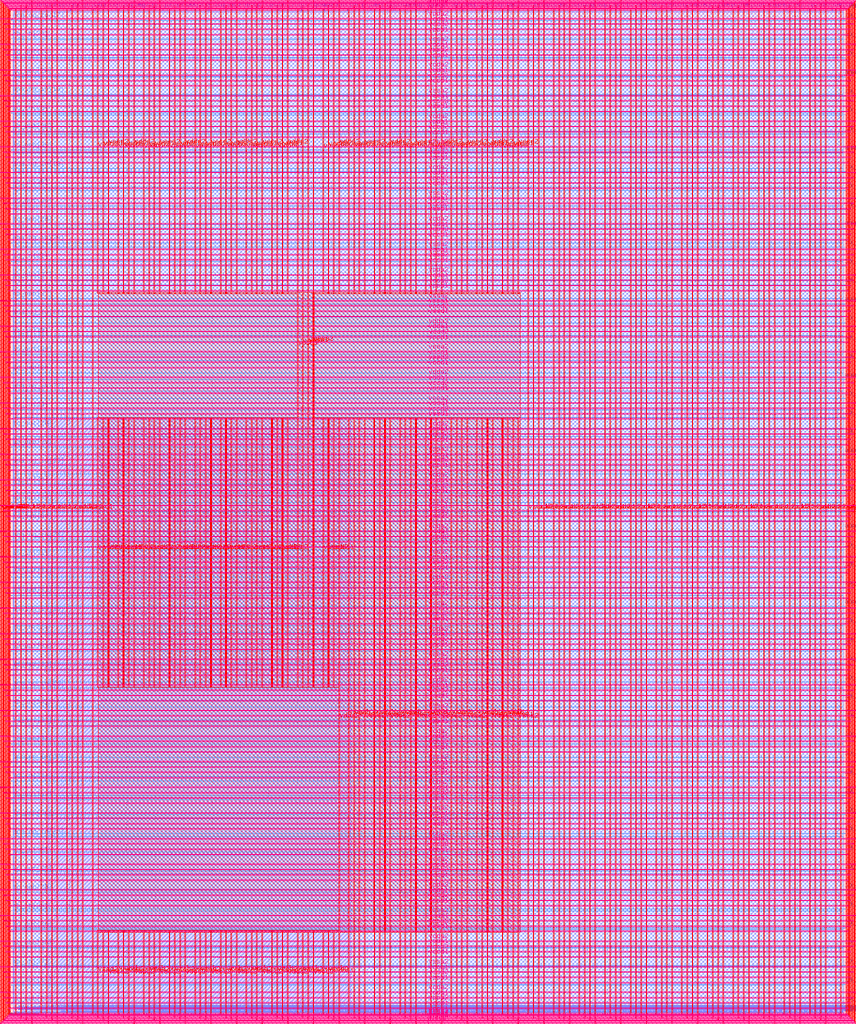
<source format=lef>
VERSION 5.7 ;
  NOWIREEXTENSIONATPIN ON ;
  DIVIDERCHAR "/" ;
  BUSBITCHARS "[]" ;
MACRO user_project_wrapper
  CLASS BLOCK ;
  FOREIGN user_project_wrapper ;
  ORIGIN 0.000 0.000 ;
  SIZE 2920.000 BY 3520.000 ;
  PIN analog_io[0]
    DIRECTION INOUT ;
    USE SIGNAL ;
    PORT
      LAYER met3 ;
        RECT 2917.600 1426.380 2924.800 1427.580 ;
    END
  END analog_io[0]
  PIN analog_io[10]
    DIRECTION INOUT ;
    USE SIGNAL ;
    PORT
      LAYER met2 ;
        RECT 2230.490 3517.600 2231.050 3524.800 ;
    END
  END analog_io[10]
  PIN analog_io[11]
    DIRECTION INOUT ;
    USE SIGNAL ;
    PORT
      LAYER met2 ;
        RECT 1905.730 3517.600 1906.290 3524.800 ;
    END
  END analog_io[11]
  PIN analog_io[12]
    DIRECTION INOUT ;
    USE SIGNAL ;
    PORT
      LAYER met2 ;
        RECT 1581.430 3517.600 1581.990 3524.800 ;
    END
  END analog_io[12]
  PIN analog_io[13]
    DIRECTION INOUT ;
    USE SIGNAL ;
    PORT
      LAYER met2 ;
        RECT 1257.130 3517.600 1257.690 3524.800 ;
    END
  END analog_io[13]
  PIN analog_io[14]
    DIRECTION INOUT ;
    USE SIGNAL ;
    PORT
      LAYER met2 ;
        RECT 932.370 3517.600 932.930 3524.800 ;
    END
  END analog_io[14]
  PIN analog_io[15]
    DIRECTION INOUT ;
    USE SIGNAL ;
    PORT
      LAYER met2 ;
        RECT 608.070 3517.600 608.630 3524.800 ;
    END
  END analog_io[15]
  PIN analog_io[16]
    DIRECTION INOUT ;
    USE SIGNAL ;
    PORT
      LAYER met2 ;
        RECT 283.770 3517.600 284.330 3524.800 ;
    END
  END analog_io[16]
  PIN analog_io[17]
    DIRECTION INOUT ;
    USE SIGNAL ;
    PORT
      LAYER met3 ;
        RECT -4.800 3486.100 2.400 3487.300 ;
    END
  END analog_io[17]
  PIN analog_io[18]
    DIRECTION INOUT ;
    USE SIGNAL ;
    PORT
      LAYER met3 ;
        RECT -4.800 3224.980 2.400 3226.180 ;
    END
  END analog_io[18]
  PIN analog_io[19]
    DIRECTION INOUT ;
    USE SIGNAL ;
    PORT
      LAYER met3 ;
        RECT -4.800 2964.540 2.400 2965.740 ;
    END
  END analog_io[19]
  PIN analog_io[1]
    DIRECTION INOUT ;
    USE SIGNAL ;
    PORT
      LAYER met3 ;
        RECT 2917.600 1692.260 2924.800 1693.460 ;
    END
  END analog_io[1]
  PIN analog_io[20]
    DIRECTION INOUT ;
    USE SIGNAL ;
    PORT
      LAYER met3 ;
        RECT -4.800 2703.420 2.400 2704.620 ;
    END
  END analog_io[20]
  PIN analog_io[21]
    DIRECTION INOUT ;
    USE SIGNAL ;
    PORT
      LAYER met3 ;
        RECT -4.800 2442.980 2.400 2444.180 ;
    END
  END analog_io[21]
  PIN analog_io[22]
    DIRECTION INOUT ;
    USE SIGNAL ;
    PORT
      LAYER met3 ;
        RECT -4.800 2182.540 2.400 2183.740 ;
    END
  END analog_io[22]
  PIN analog_io[23]
    DIRECTION INOUT ;
    USE SIGNAL ;
    PORT
      LAYER met3 ;
        RECT -4.800 1921.420 2.400 1922.620 ;
    END
  END analog_io[23]
  PIN analog_io[24]
    DIRECTION INOUT ;
    USE SIGNAL ;
    PORT
      LAYER met3 ;
        RECT -4.800 1660.980 2.400 1662.180 ;
    END
  END analog_io[24]
  PIN analog_io[25]
    DIRECTION INOUT ;
    USE SIGNAL ;
    PORT
      LAYER met3 ;
        RECT -4.800 1399.860 2.400 1401.060 ;
    END
  END analog_io[25]
  PIN analog_io[26]
    DIRECTION INOUT ;
    USE SIGNAL ;
    PORT
      LAYER met3 ;
        RECT -4.800 1139.420 2.400 1140.620 ;
    END
  END analog_io[26]
  PIN analog_io[27]
    DIRECTION INOUT ;
    USE SIGNAL ;
    PORT
      LAYER met3 ;
        RECT -4.800 878.980 2.400 880.180 ;
    END
  END analog_io[27]
  PIN analog_io[28]
    DIRECTION INOUT ;
    USE SIGNAL ;
    PORT
      LAYER met3 ;
        RECT -4.800 617.860 2.400 619.060 ;
    END
  END analog_io[28]
  PIN analog_io[2]
    DIRECTION INOUT ;
    USE SIGNAL ;
    PORT
      LAYER met3 ;
        RECT 2917.600 1958.140 2924.800 1959.340 ;
    END
  END analog_io[2]
  PIN analog_io[3]
    DIRECTION INOUT ;
    USE SIGNAL ;
    PORT
      LAYER met3 ;
        RECT 2917.600 2223.340 2924.800 2224.540 ;
    END
  END analog_io[3]
  PIN analog_io[4]
    DIRECTION INOUT ;
    USE SIGNAL ;
    PORT
      LAYER met3 ;
        RECT 2917.600 2489.220 2924.800 2490.420 ;
    END
  END analog_io[4]
  PIN analog_io[5]
    DIRECTION INOUT ;
    USE SIGNAL ;
    PORT
      LAYER met3 ;
        RECT 2917.600 2755.100 2924.800 2756.300 ;
    END
  END analog_io[5]
  PIN analog_io[6]
    DIRECTION INOUT ;
    USE SIGNAL ;
    PORT
      LAYER met3 ;
        RECT 2917.600 3020.300 2924.800 3021.500 ;
    END
  END analog_io[6]
  PIN analog_io[7]
    DIRECTION INOUT ;
    USE SIGNAL ;
    PORT
      LAYER met3 ;
        RECT 2917.600 3286.180 2924.800 3287.380 ;
    END
  END analog_io[7]
  PIN analog_io[8]
    DIRECTION INOUT ;
    USE SIGNAL ;
    PORT
      LAYER met2 ;
        RECT 2879.090 3517.600 2879.650 3524.800 ;
    END
  END analog_io[8]
  PIN analog_io[9]
    DIRECTION INOUT ;
    USE SIGNAL ;
    PORT
      LAYER met2 ;
        RECT 2554.790 3517.600 2555.350 3524.800 ;
    END
  END analog_io[9]
  PIN io_in[0]
    DIRECTION INPUT ;
    USE SIGNAL ;
    PORT
      LAYER met3 ;
        RECT 2917.600 32.380 2924.800 33.580 ;
    END
  END io_in[0]
  PIN io_in[10]
    DIRECTION INPUT ;
    USE SIGNAL ;
    PORT
      LAYER met3 ;
        RECT 2917.600 2289.980 2924.800 2291.180 ;
    END
  END io_in[10]
  PIN io_in[11]
    DIRECTION INPUT ;
    USE SIGNAL ;
    PORT
      LAYER met3 ;
        RECT 2917.600 2555.860 2924.800 2557.060 ;
    END
  END io_in[11]
  PIN io_in[12]
    DIRECTION INPUT ;
    USE SIGNAL ;
    PORT
      LAYER met3 ;
        RECT 2917.600 2821.060 2924.800 2822.260 ;
    END
  END io_in[12]
  PIN io_in[13]
    DIRECTION INPUT ;
    USE SIGNAL ;
    PORT
      LAYER met3 ;
        RECT 2917.600 3086.940 2924.800 3088.140 ;
    END
  END io_in[13]
  PIN io_in[14]
    DIRECTION INPUT ;
    USE SIGNAL ;
    PORT
      LAYER met3 ;
        RECT 2917.600 3352.820 2924.800 3354.020 ;
    END
  END io_in[14]
  PIN io_in[15]
    DIRECTION INPUT ;
    USE SIGNAL ;
    PORT
      LAYER met2 ;
        RECT 2798.130 3517.600 2798.690 3524.800 ;
    END
  END io_in[15]
  PIN io_in[16]
    DIRECTION INPUT ;
    USE SIGNAL ;
    PORT
      LAYER met2 ;
        RECT 2473.830 3517.600 2474.390 3524.800 ;
    END
  END io_in[16]
  PIN io_in[17]
    DIRECTION INPUT ;
    USE SIGNAL ;
    PORT
      LAYER met2 ;
        RECT 2149.070 3517.600 2149.630 3524.800 ;
    END
  END io_in[17]
  PIN io_in[18]
    DIRECTION INPUT ;
    USE SIGNAL ;
    PORT
      LAYER met2 ;
        RECT 1824.770 3517.600 1825.330 3524.800 ;
    END
  END io_in[18]
  PIN io_in[19]
    DIRECTION INPUT ;
    USE SIGNAL ;
    PORT
      LAYER met2 ;
        RECT 1500.470 3517.600 1501.030 3524.800 ;
    END
  END io_in[19]
  PIN io_in[1]
    DIRECTION INPUT ;
    USE SIGNAL ;
    PORT
      LAYER met3 ;
        RECT 2917.600 230.940 2924.800 232.140 ;
    END
  END io_in[1]
  PIN io_in[20]
    DIRECTION INPUT ;
    USE SIGNAL ;
    PORT
      LAYER met2 ;
        RECT 1175.710 3517.600 1176.270 3524.800 ;
    END
  END io_in[20]
  PIN io_in[21]
    DIRECTION INPUT ;
    USE SIGNAL ;
    PORT
      LAYER met2 ;
        RECT 851.410 3517.600 851.970 3524.800 ;
    END
  END io_in[21]
  PIN io_in[22]
    DIRECTION INPUT ;
    USE SIGNAL ;
    PORT
      LAYER met2 ;
        RECT 527.110 3517.600 527.670 3524.800 ;
    END
  END io_in[22]
  PIN io_in[23]
    DIRECTION INPUT ;
    USE SIGNAL ;
    PORT
      LAYER met2 ;
        RECT 202.350 3517.600 202.910 3524.800 ;
    END
  END io_in[23]
  PIN io_in[24]
    DIRECTION INPUT ;
    USE SIGNAL ;
    PORT
      LAYER met3 ;
        RECT -4.800 3420.820 2.400 3422.020 ;
    END
  END io_in[24]
  PIN io_in[25]
    DIRECTION INPUT ;
    USE SIGNAL ;
    PORT
      LAYER met3 ;
        RECT -4.800 3159.700 2.400 3160.900 ;
    END
  END io_in[25]
  PIN io_in[26]
    DIRECTION INPUT ;
    USE SIGNAL ;
    PORT
      LAYER met3 ;
        RECT -4.800 2899.260 2.400 2900.460 ;
    END
  END io_in[26]
  PIN io_in[27]
    DIRECTION INPUT ;
    USE SIGNAL ;
    PORT
      LAYER met3 ;
        RECT -4.800 2638.820 2.400 2640.020 ;
    END
  END io_in[27]
  PIN io_in[28]
    DIRECTION INPUT ;
    USE SIGNAL ;
    PORT
      LAYER met3 ;
        RECT -4.800 2377.700 2.400 2378.900 ;
    END
  END io_in[28]
  PIN io_in[29]
    DIRECTION INPUT ;
    USE SIGNAL ;
    PORT
      LAYER met3 ;
        RECT -4.800 2117.260 2.400 2118.460 ;
    END
  END io_in[29]
  PIN io_in[2]
    DIRECTION INPUT ;
    USE SIGNAL ;
    PORT
      LAYER met3 ;
        RECT 2917.600 430.180 2924.800 431.380 ;
    END
  END io_in[2]
  PIN io_in[30]
    DIRECTION INPUT ;
    USE SIGNAL ;
    PORT
      LAYER met3 ;
        RECT -4.800 1856.140 2.400 1857.340 ;
    END
  END io_in[30]
  PIN io_in[31]
    DIRECTION INPUT ;
    USE SIGNAL ;
    PORT
      LAYER met3 ;
        RECT -4.800 1595.700 2.400 1596.900 ;
    END
  END io_in[31]
  PIN io_in[32]
    DIRECTION INPUT ;
    USE SIGNAL ;
    PORT
      LAYER met3 ;
        RECT -4.800 1335.260 2.400 1336.460 ;
    END
  END io_in[32]
  PIN io_in[33]
    DIRECTION INPUT ;
    USE SIGNAL ;
    PORT
      LAYER met3 ;
        RECT -4.800 1074.140 2.400 1075.340 ;
    END
  END io_in[33]
  PIN io_in[34]
    DIRECTION INPUT ;
    USE SIGNAL ;
    PORT
      LAYER met3 ;
        RECT -4.800 813.700 2.400 814.900 ;
    END
  END io_in[34]
  PIN io_in[35]
    DIRECTION INPUT ;
    USE SIGNAL ;
    PORT
      LAYER met3 ;
        RECT -4.800 552.580 2.400 553.780 ;
    END
  END io_in[35]
  PIN io_in[36]
    DIRECTION INPUT ;
    USE SIGNAL ;
    PORT
      LAYER met3 ;
        RECT -4.800 357.420 2.400 358.620 ;
    END
  END io_in[36]
  PIN io_in[37]
    DIRECTION INPUT ;
    USE SIGNAL ;
    PORT
      LAYER met3 ;
        RECT -4.800 161.580 2.400 162.780 ;
    END
  END io_in[37]
  PIN io_in[3]
    DIRECTION INPUT ;
    USE SIGNAL ;
    PORT
      LAYER met3 ;
        RECT 2917.600 629.420 2924.800 630.620 ;
    END
  END io_in[3]
  PIN io_in[4]
    DIRECTION INPUT ;
    USE SIGNAL ;
    PORT
      LAYER met3 ;
        RECT 2917.600 828.660 2924.800 829.860 ;
    END
  END io_in[4]
  PIN io_in[5]
    DIRECTION INPUT ;
    USE SIGNAL ;
    PORT
      LAYER met3 ;
        RECT 2917.600 1027.900 2924.800 1029.100 ;
    END
  END io_in[5]
  PIN io_in[6]
    DIRECTION INPUT ;
    USE SIGNAL ;
    PORT
      LAYER met3 ;
        RECT 2917.600 1227.140 2924.800 1228.340 ;
    END
  END io_in[6]
  PIN io_in[7]
    DIRECTION INPUT ;
    USE SIGNAL ;
    PORT
      LAYER met3 ;
        RECT 2917.600 1493.020 2924.800 1494.220 ;
    END
  END io_in[7]
  PIN io_in[8]
    DIRECTION INPUT ;
    USE SIGNAL ;
    PORT
      LAYER met3 ;
        RECT 2917.600 1758.900 2924.800 1760.100 ;
    END
  END io_in[8]
  PIN io_in[9]
    DIRECTION INPUT ;
    USE SIGNAL ;
    PORT
      LAYER met3 ;
        RECT 2917.600 2024.100 2924.800 2025.300 ;
    END
  END io_in[9]
  PIN io_oeb[0]
    DIRECTION OUTPUT TRISTATE ;
    USE SIGNAL ;
    PORT
      LAYER met3 ;
        RECT 2917.600 164.980 2924.800 166.180 ;
    END
  END io_oeb[0]
  PIN io_oeb[10]
    DIRECTION OUTPUT TRISTATE ;
    USE SIGNAL ;
    PORT
      LAYER met3 ;
        RECT 2917.600 2422.580 2924.800 2423.780 ;
    END
  END io_oeb[10]
  PIN io_oeb[11]
    DIRECTION OUTPUT TRISTATE ;
    USE SIGNAL ;
    PORT
      LAYER met3 ;
        RECT 2917.600 2688.460 2924.800 2689.660 ;
    END
  END io_oeb[11]
  PIN io_oeb[12]
    DIRECTION OUTPUT TRISTATE ;
    USE SIGNAL ;
    PORT
      LAYER met3 ;
        RECT 2917.600 2954.340 2924.800 2955.540 ;
    END
  END io_oeb[12]
  PIN io_oeb[13]
    DIRECTION OUTPUT TRISTATE ;
    USE SIGNAL ;
    PORT
      LAYER met3 ;
        RECT 2917.600 3219.540 2924.800 3220.740 ;
    END
  END io_oeb[13]
  PIN io_oeb[14]
    DIRECTION OUTPUT TRISTATE ;
    USE SIGNAL ;
    PORT
      LAYER met3 ;
        RECT 2917.600 3485.420 2924.800 3486.620 ;
    END
  END io_oeb[14]
  PIN io_oeb[15]
    DIRECTION OUTPUT TRISTATE ;
    USE SIGNAL ;
    PORT
      LAYER met2 ;
        RECT 2635.750 3517.600 2636.310 3524.800 ;
    END
  END io_oeb[15]
  PIN io_oeb[16]
    DIRECTION OUTPUT TRISTATE ;
    USE SIGNAL ;
    PORT
      LAYER met2 ;
        RECT 2311.450 3517.600 2312.010 3524.800 ;
    END
  END io_oeb[16]
  PIN io_oeb[17]
    DIRECTION OUTPUT TRISTATE ;
    USE SIGNAL ;
    PORT
      LAYER met2 ;
        RECT 1987.150 3517.600 1987.710 3524.800 ;
    END
  END io_oeb[17]
  PIN io_oeb[18]
    DIRECTION OUTPUT TRISTATE ;
    USE SIGNAL ;
    PORT
      LAYER met2 ;
        RECT 1662.390 3517.600 1662.950 3524.800 ;
    END
  END io_oeb[18]
  PIN io_oeb[19]
    DIRECTION OUTPUT TRISTATE ;
    USE SIGNAL ;
    PORT
      LAYER met2 ;
        RECT 1338.090 3517.600 1338.650 3524.800 ;
    END
  END io_oeb[19]
  PIN io_oeb[1]
    DIRECTION OUTPUT TRISTATE ;
    USE SIGNAL ;
    PORT
      LAYER met3 ;
        RECT 2917.600 364.220 2924.800 365.420 ;
    END
  END io_oeb[1]
  PIN io_oeb[20]
    DIRECTION OUTPUT TRISTATE ;
    USE SIGNAL ;
    PORT
      LAYER met2 ;
        RECT 1013.790 3517.600 1014.350 3524.800 ;
    END
  END io_oeb[20]
  PIN io_oeb[21]
    DIRECTION OUTPUT TRISTATE ;
    USE SIGNAL ;
    PORT
      LAYER met2 ;
        RECT 689.030 3517.600 689.590 3524.800 ;
    END
  END io_oeb[21]
  PIN io_oeb[22]
    DIRECTION OUTPUT TRISTATE ;
    USE SIGNAL ;
    PORT
      LAYER met2 ;
        RECT 364.730 3517.600 365.290 3524.800 ;
    END
  END io_oeb[22]
  PIN io_oeb[23]
    DIRECTION OUTPUT TRISTATE ;
    USE SIGNAL ;
    PORT
      LAYER met2 ;
        RECT 40.430 3517.600 40.990 3524.800 ;
    END
  END io_oeb[23]
  PIN io_oeb[24]
    DIRECTION OUTPUT TRISTATE ;
    USE SIGNAL ;
    PORT
      LAYER met3 ;
        RECT -4.800 3290.260 2.400 3291.460 ;
    END
  END io_oeb[24]
  PIN io_oeb[25]
    DIRECTION OUTPUT TRISTATE ;
    USE SIGNAL ;
    PORT
      LAYER met3 ;
        RECT -4.800 3029.820 2.400 3031.020 ;
    END
  END io_oeb[25]
  PIN io_oeb[26]
    DIRECTION OUTPUT TRISTATE ;
    USE SIGNAL ;
    PORT
      LAYER met3 ;
        RECT -4.800 2768.700 2.400 2769.900 ;
    END
  END io_oeb[26]
  PIN io_oeb[27]
    DIRECTION OUTPUT TRISTATE ;
    USE SIGNAL ;
    PORT
      LAYER met3 ;
        RECT -4.800 2508.260 2.400 2509.460 ;
    END
  END io_oeb[27]
  PIN io_oeb[28]
    DIRECTION OUTPUT TRISTATE ;
    USE SIGNAL ;
    PORT
      LAYER met3 ;
        RECT -4.800 2247.140 2.400 2248.340 ;
    END
  END io_oeb[28]
  PIN io_oeb[29]
    DIRECTION OUTPUT TRISTATE ;
    USE SIGNAL ;
    PORT
      LAYER met3 ;
        RECT -4.800 1986.700 2.400 1987.900 ;
    END
  END io_oeb[29]
  PIN io_oeb[2]
    DIRECTION OUTPUT TRISTATE ;
    USE SIGNAL ;
    PORT
      LAYER met3 ;
        RECT 2917.600 563.460 2924.800 564.660 ;
    END
  END io_oeb[2]
  PIN io_oeb[30]
    DIRECTION OUTPUT TRISTATE ;
    USE SIGNAL ;
    PORT
      LAYER met3 ;
        RECT -4.800 1726.260 2.400 1727.460 ;
    END
  END io_oeb[30]
  PIN io_oeb[31]
    DIRECTION OUTPUT TRISTATE ;
    USE SIGNAL ;
    PORT
      LAYER met3 ;
        RECT -4.800 1465.140 2.400 1466.340 ;
    END
  END io_oeb[31]
  PIN io_oeb[32]
    DIRECTION OUTPUT TRISTATE ;
    USE SIGNAL ;
    PORT
      LAYER met3 ;
        RECT -4.800 1204.700 2.400 1205.900 ;
    END
  END io_oeb[32]
  PIN io_oeb[33]
    DIRECTION OUTPUT TRISTATE ;
    USE SIGNAL ;
    PORT
      LAYER met3 ;
        RECT -4.800 943.580 2.400 944.780 ;
    END
  END io_oeb[33]
  PIN io_oeb[34]
    DIRECTION OUTPUT TRISTATE ;
    USE SIGNAL ;
    PORT
      LAYER met3 ;
        RECT -4.800 683.140 2.400 684.340 ;
    END
  END io_oeb[34]
  PIN io_oeb[35]
    DIRECTION OUTPUT TRISTATE ;
    USE SIGNAL ;
    PORT
      LAYER met3 ;
        RECT -4.800 422.700 2.400 423.900 ;
    END
  END io_oeb[35]
  PIN io_oeb[36]
    DIRECTION OUTPUT TRISTATE ;
    USE SIGNAL ;
    PORT
      LAYER met3 ;
        RECT -4.800 226.860 2.400 228.060 ;
    END
  END io_oeb[36]
  PIN io_oeb[37]
    DIRECTION OUTPUT TRISTATE ;
    USE SIGNAL ;
    PORT
      LAYER met3 ;
        RECT -4.800 31.700 2.400 32.900 ;
    END
  END io_oeb[37]
  PIN io_oeb[3]
    DIRECTION OUTPUT TRISTATE ;
    USE SIGNAL ;
    PORT
      LAYER met3 ;
        RECT 2917.600 762.700 2924.800 763.900 ;
    END
  END io_oeb[3]
  PIN io_oeb[4]
    DIRECTION OUTPUT TRISTATE ;
    USE SIGNAL ;
    PORT
      LAYER met3 ;
        RECT 2917.600 961.940 2924.800 963.140 ;
    END
  END io_oeb[4]
  PIN io_oeb[5]
    DIRECTION OUTPUT TRISTATE ;
    USE SIGNAL ;
    PORT
      LAYER met3 ;
        RECT 2917.600 1161.180 2924.800 1162.380 ;
    END
  END io_oeb[5]
  PIN io_oeb[6]
    DIRECTION OUTPUT TRISTATE ;
    USE SIGNAL ;
    PORT
      LAYER met3 ;
        RECT 2917.600 1360.420 2924.800 1361.620 ;
    END
  END io_oeb[6]
  PIN io_oeb[7]
    DIRECTION OUTPUT TRISTATE ;
    USE SIGNAL ;
    PORT
      LAYER met3 ;
        RECT 2917.600 1625.620 2924.800 1626.820 ;
    END
  END io_oeb[7]
  PIN io_oeb[8]
    DIRECTION OUTPUT TRISTATE ;
    USE SIGNAL ;
    PORT
      LAYER met3 ;
        RECT 2917.600 1891.500 2924.800 1892.700 ;
    END
  END io_oeb[8]
  PIN io_oeb[9]
    DIRECTION OUTPUT TRISTATE ;
    USE SIGNAL ;
    PORT
      LAYER met3 ;
        RECT 2917.600 2157.380 2924.800 2158.580 ;
    END
  END io_oeb[9]
  PIN io_out[0]
    DIRECTION OUTPUT TRISTATE ;
    USE SIGNAL ;
    PORT
      LAYER met3 ;
        RECT 2917.600 98.340 2924.800 99.540 ;
    END
  END io_out[0]
  PIN io_out[10]
    DIRECTION OUTPUT TRISTATE ;
    USE SIGNAL ;
    PORT
      LAYER met3 ;
        RECT 2917.600 2356.620 2924.800 2357.820 ;
    END
  END io_out[10]
  PIN io_out[11]
    DIRECTION OUTPUT TRISTATE ;
    USE SIGNAL ;
    PORT
      LAYER met3 ;
        RECT 2917.600 2621.820 2924.800 2623.020 ;
    END
  END io_out[11]
  PIN io_out[12]
    DIRECTION OUTPUT TRISTATE ;
    USE SIGNAL ;
    PORT
      LAYER met3 ;
        RECT 2917.600 2887.700 2924.800 2888.900 ;
    END
  END io_out[12]
  PIN io_out[13]
    DIRECTION OUTPUT TRISTATE ;
    USE SIGNAL ;
    PORT
      LAYER met3 ;
        RECT 2917.600 3153.580 2924.800 3154.780 ;
    END
  END io_out[13]
  PIN io_out[14]
    DIRECTION OUTPUT TRISTATE ;
    USE SIGNAL ;
    PORT
      LAYER met3 ;
        RECT 2917.600 3418.780 2924.800 3419.980 ;
    END
  END io_out[14]
  PIN io_out[15]
    DIRECTION OUTPUT TRISTATE ;
    USE SIGNAL ;
    PORT
      LAYER met2 ;
        RECT 2717.170 3517.600 2717.730 3524.800 ;
    END
  END io_out[15]
  PIN io_out[16]
    DIRECTION OUTPUT TRISTATE ;
    USE SIGNAL ;
    PORT
      LAYER met2 ;
        RECT 2392.410 3517.600 2392.970 3524.800 ;
    END
  END io_out[16]
  PIN io_out[17]
    DIRECTION OUTPUT TRISTATE ;
    USE SIGNAL ;
    PORT
      LAYER met2 ;
        RECT 2068.110 3517.600 2068.670 3524.800 ;
    END
  END io_out[17]
  PIN io_out[18]
    DIRECTION OUTPUT TRISTATE ;
    USE SIGNAL ;
    PORT
      LAYER met2 ;
        RECT 1743.810 3517.600 1744.370 3524.800 ;
    END
  END io_out[18]
  PIN io_out[19]
    DIRECTION OUTPUT TRISTATE ;
    USE SIGNAL ;
    PORT
      LAYER met2 ;
        RECT 1419.050 3517.600 1419.610 3524.800 ;
    END
  END io_out[19]
  PIN io_out[1]
    DIRECTION OUTPUT TRISTATE ;
    USE SIGNAL ;
    PORT
      LAYER met3 ;
        RECT 2917.600 297.580 2924.800 298.780 ;
    END
  END io_out[1]
  PIN io_out[20]
    DIRECTION OUTPUT TRISTATE ;
    USE SIGNAL ;
    PORT
      LAYER met2 ;
        RECT 1094.750 3517.600 1095.310 3524.800 ;
    END
  END io_out[20]
  PIN io_out[21]
    DIRECTION OUTPUT TRISTATE ;
    USE SIGNAL ;
    PORT
      LAYER met2 ;
        RECT 770.450 3517.600 771.010 3524.800 ;
    END
  END io_out[21]
  PIN io_out[22]
    DIRECTION OUTPUT TRISTATE ;
    USE SIGNAL ;
    PORT
      LAYER met2 ;
        RECT 445.690 3517.600 446.250 3524.800 ;
    END
  END io_out[22]
  PIN io_out[23]
    DIRECTION OUTPUT TRISTATE ;
    USE SIGNAL ;
    PORT
      LAYER met2 ;
        RECT 121.390 3517.600 121.950 3524.800 ;
    END
  END io_out[23]
  PIN io_out[24]
    DIRECTION OUTPUT TRISTATE ;
    USE SIGNAL ;
    PORT
      LAYER met3 ;
        RECT -4.800 3355.540 2.400 3356.740 ;
    END
  END io_out[24]
  PIN io_out[25]
    DIRECTION OUTPUT TRISTATE ;
    USE SIGNAL ;
    PORT
      LAYER met3 ;
        RECT -4.800 3095.100 2.400 3096.300 ;
    END
  END io_out[25]
  PIN io_out[26]
    DIRECTION OUTPUT TRISTATE ;
    USE SIGNAL ;
    PORT
      LAYER met3 ;
        RECT -4.800 2833.980 2.400 2835.180 ;
    END
  END io_out[26]
  PIN io_out[27]
    DIRECTION OUTPUT TRISTATE ;
    USE SIGNAL ;
    PORT
      LAYER met3 ;
        RECT -4.800 2573.540 2.400 2574.740 ;
    END
  END io_out[27]
  PIN io_out[28]
    DIRECTION OUTPUT TRISTATE ;
    USE SIGNAL ;
    PORT
      LAYER met3 ;
        RECT -4.800 2312.420 2.400 2313.620 ;
    END
  END io_out[28]
  PIN io_out[29]
    DIRECTION OUTPUT TRISTATE ;
    USE SIGNAL ;
    PORT
      LAYER met3 ;
        RECT -4.800 2051.980 2.400 2053.180 ;
    END
  END io_out[29]
  PIN io_out[2]
    DIRECTION OUTPUT TRISTATE ;
    USE SIGNAL ;
    PORT
      LAYER met3 ;
        RECT 2917.600 496.820 2924.800 498.020 ;
    END
  END io_out[2]
  PIN io_out[30]
    DIRECTION OUTPUT TRISTATE ;
    USE SIGNAL ;
    PORT
      LAYER met3 ;
        RECT -4.800 1791.540 2.400 1792.740 ;
    END
  END io_out[30]
  PIN io_out[31]
    DIRECTION OUTPUT TRISTATE ;
    USE SIGNAL ;
    PORT
      LAYER met3 ;
        RECT -4.800 1530.420 2.400 1531.620 ;
    END
  END io_out[31]
  PIN io_out[32]
    DIRECTION OUTPUT TRISTATE ;
    USE SIGNAL ;
    PORT
      LAYER met3 ;
        RECT -4.800 1269.980 2.400 1271.180 ;
    END
  END io_out[32]
  PIN io_out[33]
    DIRECTION OUTPUT TRISTATE ;
    USE SIGNAL ;
    PORT
      LAYER met3 ;
        RECT -4.800 1008.860 2.400 1010.060 ;
    END
  END io_out[33]
  PIN io_out[34]
    DIRECTION OUTPUT TRISTATE ;
    USE SIGNAL ;
    PORT
      LAYER met3 ;
        RECT -4.800 748.420 2.400 749.620 ;
    END
  END io_out[34]
  PIN io_out[35]
    DIRECTION OUTPUT TRISTATE ;
    USE SIGNAL ;
    PORT
      LAYER met3 ;
        RECT -4.800 487.300 2.400 488.500 ;
    END
  END io_out[35]
  PIN io_out[36]
    DIRECTION OUTPUT TRISTATE ;
    USE SIGNAL ;
    PORT
      LAYER met3 ;
        RECT -4.800 292.140 2.400 293.340 ;
    END
  END io_out[36]
  PIN io_out[37]
    DIRECTION OUTPUT TRISTATE ;
    USE SIGNAL ;
    PORT
      LAYER met3 ;
        RECT -4.800 96.300 2.400 97.500 ;
    END
  END io_out[37]
  PIN io_out[3]
    DIRECTION OUTPUT TRISTATE ;
    USE SIGNAL ;
    PORT
      LAYER met3 ;
        RECT 2917.600 696.060 2924.800 697.260 ;
    END
  END io_out[3]
  PIN io_out[4]
    DIRECTION OUTPUT TRISTATE ;
    USE SIGNAL ;
    PORT
      LAYER met3 ;
        RECT 2917.600 895.300 2924.800 896.500 ;
    END
  END io_out[4]
  PIN io_out[5]
    DIRECTION OUTPUT TRISTATE ;
    USE SIGNAL ;
    PORT
      LAYER met3 ;
        RECT 2917.600 1094.540 2924.800 1095.740 ;
    END
  END io_out[5]
  PIN io_out[6]
    DIRECTION OUTPUT TRISTATE ;
    USE SIGNAL ;
    PORT
      LAYER met3 ;
        RECT 2917.600 1293.780 2924.800 1294.980 ;
    END
  END io_out[6]
  PIN io_out[7]
    DIRECTION OUTPUT TRISTATE ;
    USE SIGNAL ;
    PORT
      LAYER met3 ;
        RECT 2917.600 1559.660 2924.800 1560.860 ;
    END
  END io_out[7]
  PIN io_out[8]
    DIRECTION OUTPUT TRISTATE ;
    USE SIGNAL ;
    PORT
      LAYER met3 ;
        RECT 2917.600 1824.860 2924.800 1826.060 ;
    END
  END io_out[8]
  PIN io_out[9]
    DIRECTION OUTPUT TRISTATE ;
    USE SIGNAL ;
    PORT
      LAYER met3 ;
        RECT 2917.600 2090.740 2924.800 2091.940 ;
    END
  END io_out[9]
  PIN la_data_in[0]
    DIRECTION INPUT ;
    USE SIGNAL ;
    PORT
      LAYER met2 ;
        RECT 629.230 -4.800 629.790 2.400 ;
    END
  END la_data_in[0]
  PIN la_data_in[100]
    DIRECTION INPUT ;
    USE SIGNAL ;
    PORT
      LAYER met2 ;
        RECT 2402.530 -4.800 2403.090 2.400 ;
    END
  END la_data_in[100]
  PIN la_data_in[101]
    DIRECTION INPUT ;
    USE SIGNAL ;
    PORT
      LAYER met2 ;
        RECT 2420.010 -4.800 2420.570 2.400 ;
    END
  END la_data_in[101]
  PIN la_data_in[102]
    DIRECTION INPUT ;
    USE SIGNAL ;
    PORT
      LAYER met2 ;
        RECT 2437.950 -4.800 2438.510 2.400 ;
    END
  END la_data_in[102]
  PIN la_data_in[103]
    DIRECTION INPUT ;
    USE SIGNAL ;
    PORT
      LAYER met2 ;
        RECT 2455.430 -4.800 2455.990 2.400 ;
    END
  END la_data_in[103]
  PIN la_data_in[104]
    DIRECTION INPUT ;
    USE SIGNAL ;
    PORT
      LAYER met2 ;
        RECT 2473.370 -4.800 2473.930 2.400 ;
    END
  END la_data_in[104]
  PIN la_data_in[105]
    DIRECTION INPUT ;
    USE SIGNAL ;
    PORT
      LAYER met2 ;
        RECT 2490.850 -4.800 2491.410 2.400 ;
    END
  END la_data_in[105]
  PIN la_data_in[106]
    DIRECTION INPUT ;
    USE SIGNAL ;
    PORT
      LAYER met2 ;
        RECT 2508.790 -4.800 2509.350 2.400 ;
    END
  END la_data_in[106]
  PIN la_data_in[107]
    DIRECTION INPUT ;
    USE SIGNAL ;
    PORT
      LAYER met2 ;
        RECT 2526.730 -4.800 2527.290 2.400 ;
    END
  END la_data_in[107]
  PIN la_data_in[108]
    DIRECTION INPUT ;
    USE SIGNAL ;
    PORT
      LAYER met2 ;
        RECT 2544.210 -4.800 2544.770 2.400 ;
    END
  END la_data_in[108]
  PIN la_data_in[109]
    DIRECTION INPUT ;
    USE SIGNAL ;
    PORT
      LAYER met2 ;
        RECT 2562.150 -4.800 2562.710 2.400 ;
    END
  END la_data_in[109]
  PIN la_data_in[10]
    DIRECTION INPUT ;
    USE SIGNAL ;
    PORT
      LAYER met2 ;
        RECT 806.330 -4.800 806.890 2.400 ;
    END
  END la_data_in[10]
  PIN la_data_in[110]
    DIRECTION INPUT ;
    USE SIGNAL ;
    PORT
      LAYER met2 ;
        RECT 2579.630 -4.800 2580.190 2.400 ;
    END
  END la_data_in[110]
  PIN la_data_in[111]
    DIRECTION INPUT ;
    USE SIGNAL ;
    PORT
      LAYER met2 ;
        RECT 2597.570 -4.800 2598.130 2.400 ;
    END
  END la_data_in[111]
  PIN la_data_in[112]
    DIRECTION INPUT ;
    USE SIGNAL ;
    PORT
      LAYER met2 ;
        RECT 2615.050 -4.800 2615.610 2.400 ;
    END
  END la_data_in[112]
  PIN la_data_in[113]
    DIRECTION INPUT ;
    USE SIGNAL ;
    PORT
      LAYER met2 ;
        RECT 2632.990 -4.800 2633.550 2.400 ;
    END
  END la_data_in[113]
  PIN la_data_in[114]
    DIRECTION INPUT ;
    USE SIGNAL ;
    PORT
      LAYER met2 ;
        RECT 2650.470 -4.800 2651.030 2.400 ;
    END
  END la_data_in[114]
  PIN la_data_in[115]
    DIRECTION INPUT ;
    USE SIGNAL ;
    PORT
      LAYER met2 ;
        RECT 2668.410 -4.800 2668.970 2.400 ;
    END
  END la_data_in[115]
  PIN la_data_in[116]
    DIRECTION INPUT ;
    USE SIGNAL ;
    PORT
      LAYER met2 ;
        RECT 2685.890 -4.800 2686.450 2.400 ;
    END
  END la_data_in[116]
  PIN la_data_in[117]
    DIRECTION INPUT ;
    USE SIGNAL ;
    PORT
      LAYER met2 ;
        RECT 2703.830 -4.800 2704.390 2.400 ;
    END
  END la_data_in[117]
  PIN la_data_in[118]
    DIRECTION INPUT ;
    USE SIGNAL ;
    PORT
      LAYER met2 ;
        RECT 2721.770 -4.800 2722.330 2.400 ;
    END
  END la_data_in[118]
  PIN la_data_in[119]
    DIRECTION INPUT ;
    USE SIGNAL ;
    PORT
      LAYER met2 ;
        RECT 2739.250 -4.800 2739.810 2.400 ;
    END
  END la_data_in[119]
  PIN la_data_in[11]
    DIRECTION INPUT ;
    USE SIGNAL ;
    PORT
      LAYER met2 ;
        RECT 824.270 -4.800 824.830 2.400 ;
    END
  END la_data_in[11]
  PIN la_data_in[120]
    DIRECTION INPUT ;
    USE SIGNAL ;
    PORT
      LAYER met2 ;
        RECT 2757.190 -4.800 2757.750 2.400 ;
    END
  END la_data_in[120]
  PIN la_data_in[121]
    DIRECTION INPUT ;
    USE SIGNAL ;
    PORT
      LAYER met2 ;
        RECT 2774.670 -4.800 2775.230 2.400 ;
    END
  END la_data_in[121]
  PIN la_data_in[122]
    DIRECTION INPUT ;
    USE SIGNAL ;
    PORT
      LAYER met2 ;
        RECT 2792.610 -4.800 2793.170 2.400 ;
    END
  END la_data_in[122]
  PIN la_data_in[123]
    DIRECTION INPUT ;
    USE SIGNAL ;
    PORT
      LAYER met2 ;
        RECT 2810.090 -4.800 2810.650 2.400 ;
    END
  END la_data_in[123]
  PIN la_data_in[124]
    DIRECTION INPUT ;
    USE SIGNAL ;
    PORT
      LAYER met2 ;
        RECT 2828.030 -4.800 2828.590 2.400 ;
    END
  END la_data_in[124]
  PIN la_data_in[125]
    DIRECTION INPUT ;
    USE SIGNAL ;
    PORT
      LAYER met2 ;
        RECT 2845.510 -4.800 2846.070 2.400 ;
    END
  END la_data_in[125]
  PIN la_data_in[126]
    DIRECTION INPUT ;
    USE SIGNAL ;
    PORT
      LAYER met2 ;
        RECT 2863.450 -4.800 2864.010 2.400 ;
    END
  END la_data_in[126]
  PIN la_data_in[127]
    DIRECTION INPUT ;
    USE SIGNAL ;
    PORT
      LAYER met2 ;
        RECT 2881.390 -4.800 2881.950 2.400 ;
    END
  END la_data_in[127]
  PIN la_data_in[12]
    DIRECTION INPUT ;
    USE SIGNAL ;
    PORT
      LAYER met2 ;
        RECT 841.750 -4.800 842.310 2.400 ;
    END
  END la_data_in[12]
  PIN la_data_in[13]
    DIRECTION INPUT ;
    USE SIGNAL ;
    PORT
      LAYER met2 ;
        RECT 859.690 -4.800 860.250 2.400 ;
    END
  END la_data_in[13]
  PIN la_data_in[14]
    DIRECTION INPUT ;
    USE SIGNAL ;
    PORT
      LAYER met2 ;
        RECT 877.170 -4.800 877.730 2.400 ;
    END
  END la_data_in[14]
  PIN la_data_in[15]
    DIRECTION INPUT ;
    USE SIGNAL ;
    PORT
      LAYER met2 ;
        RECT 895.110 -4.800 895.670 2.400 ;
    END
  END la_data_in[15]
  PIN la_data_in[16]
    DIRECTION INPUT ;
    USE SIGNAL ;
    PORT
      LAYER met2 ;
        RECT 912.590 -4.800 913.150 2.400 ;
    END
  END la_data_in[16]
  PIN la_data_in[17]
    DIRECTION INPUT ;
    USE SIGNAL ;
    PORT
      LAYER met2 ;
        RECT 930.530 -4.800 931.090 2.400 ;
    END
  END la_data_in[17]
  PIN la_data_in[18]
    DIRECTION INPUT ;
    USE SIGNAL ;
    PORT
      LAYER met2 ;
        RECT 948.470 -4.800 949.030 2.400 ;
    END
  END la_data_in[18]
  PIN la_data_in[19]
    DIRECTION INPUT ;
    USE SIGNAL ;
    PORT
      LAYER met2 ;
        RECT 965.950 -4.800 966.510 2.400 ;
    END
  END la_data_in[19]
  PIN la_data_in[1]
    DIRECTION INPUT ;
    USE SIGNAL ;
    PORT
      LAYER met2 ;
        RECT 646.710 -4.800 647.270 2.400 ;
    END
  END la_data_in[1]
  PIN la_data_in[20]
    DIRECTION INPUT ;
    USE SIGNAL ;
    PORT
      LAYER met2 ;
        RECT 983.890 -4.800 984.450 2.400 ;
    END
  END la_data_in[20]
  PIN la_data_in[21]
    DIRECTION INPUT ;
    USE SIGNAL ;
    PORT
      LAYER met2 ;
        RECT 1001.370 -4.800 1001.930 2.400 ;
    END
  END la_data_in[21]
  PIN la_data_in[22]
    DIRECTION INPUT ;
    USE SIGNAL ;
    PORT
      LAYER met2 ;
        RECT 1019.310 -4.800 1019.870 2.400 ;
    END
  END la_data_in[22]
  PIN la_data_in[23]
    DIRECTION INPUT ;
    USE SIGNAL ;
    PORT
      LAYER met2 ;
        RECT 1036.790 -4.800 1037.350 2.400 ;
    END
  END la_data_in[23]
  PIN la_data_in[24]
    DIRECTION INPUT ;
    USE SIGNAL ;
    PORT
      LAYER met2 ;
        RECT 1054.730 -4.800 1055.290 2.400 ;
    END
  END la_data_in[24]
  PIN la_data_in[25]
    DIRECTION INPUT ;
    USE SIGNAL ;
    PORT
      LAYER met2 ;
        RECT 1072.210 -4.800 1072.770 2.400 ;
    END
  END la_data_in[25]
  PIN la_data_in[26]
    DIRECTION INPUT ;
    USE SIGNAL ;
    PORT
      LAYER met2 ;
        RECT 1090.150 -4.800 1090.710 2.400 ;
    END
  END la_data_in[26]
  PIN la_data_in[27]
    DIRECTION INPUT ;
    USE SIGNAL ;
    PORT
      LAYER met2 ;
        RECT 1107.630 -4.800 1108.190 2.400 ;
    END
  END la_data_in[27]
  PIN la_data_in[28]
    DIRECTION INPUT ;
    USE SIGNAL ;
    PORT
      LAYER met2 ;
        RECT 1125.570 -4.800 1126.130 2.400 ;
    END
  END la_data_in[28]
  PIN la_data_in[29]
    DIRECTION INPUT ;
    USE SIGNAL ;
    PORT
      LAYER met2 ;
        RECT 1143.510 -4.800 1144.070 2.400 ;
    END
  END la_data_in[29]
  PIN la_data_in[2]
    DIRECTION INPUT ;
    USE SIGNAL ;
    PORT
      LAYER met2 ;
        RECT 664.650 -4.800 665.210 2.400 ;
    END
  END la_data_in[2]
  PIN la_data_in[30]
    DIRECTION INPUT ;
    USE SIGNAL ;
    PORT
      LAYER met2 ;
        RECT 1160.990 -4.800 1161.550 2.400 ;
    END
  END la_data_in[30]
  PIN la_data_in[31]
    DIRECTION INPUT ;
    USE SIGNAL ;
    PORT
      LAYER met2 ;
        RECT 1178.930 -4.800 1179.490 2.400 ;
    END
  END la_data_in[31]
  PIN la_data_in[32]
    DIRECTION INPUT ;
    USE SIGNAL ;
    PORT
      LAYER met2 ;
        RECT 1196.410 -4.800 1196.970 2.400 ;
    END
  END la_data_in[32]
  PIN la_data_in[33]
    DIRECTION INPUT ;
    USE SIGNAL ;
    PORT
      LAYER met2 ;
        RECT 1214.350 -4.800 1214.910 2.400 ;
    END
  END la_data_in[33]
  PIN la_data_in[34]
    DIRECTION INPUT ;
    USE SIGNAL ;
    PORT
      LAYER met2 ;
        RECT 1231.830 -4.800 1232.390 2.400 ;
    END
  END la_data_in[34]
  PIN la_data_in[35]
    DIRECTION INPUT ;
    USE SIGNAL ;
    PORT
      LAYER met2 ;
        RECT 1249.770 -4.800 1250.330 2.400 ;
    END
  END la_data_in[35]
  PIN la_data_in[36]
    DIRECTION INPUT ;
    USE SIGNAL ;
    PORT
      LAYER met2 ;
        RECT 1267.250 -4.800 1267.810 2.400 ;
    END
  END la_data_in[36]
  PIN la_data_in[37]
    DIRECTION INPUT ;
    USE SIGNAL ;
    PORT
      LAYER met2 ;
        RECT 1285.190 -4.800 1285.750 2.400 ;
    END
  END la_data_in[37]
  PIN la_data_in[38]
    DIRECTION INPUT ;
    USE SIGNAL ;
    PORT
      LAYER met2 ;
        RECT 1303.130 -4.800 1303.690 2.400 ;
    END
  END la_data_in[38]
  PIN la_data_in[39]
    DIRECTION INPUT ;
    USE SIGNAL ;
    PORT
      LAYER met2 ;
        RECT 1320.610 -4.800 1321.170 2.400 ;
    END
  END la_data_in[39]
  PIN la_data_in[3]
    DIRECTION INPUT ;
    USE SIGNAL ;
    PORT
      LAYER met2 ;
        RECT 682.130 -4.800 682.690 2.400 ;
    END
  END la_data_in[3]
  PIN la_data_in[40]
    DIRECTION INPUT ;
    USE SIGNAL ;
    PORT
      LAYER met2 ;
        RECT 1338.550 -4.800 1339.110 2.400 ;
    END
  END la_data_in[40]
  PIN la_data_in[41]
    DIRECTION INPUT ;
    USE SIGNAL ;
    PORT
      LAYER met2 ;
        RECT 1356.030 -4.800 1356.590 2.400 ;
    END
  END la_data_in[41]
  PIN la_data_in[42]
    DIRECTION INPUT ;
    USE SIGNAL ;
    PORT
      LAYER met2 ;
        RECT 1373.970 -4.800 1374.530 2.400 ;
    END
  END la_data_in[42]
  PIN la_data_in[43]
    DIRECTION INPUT ;
    USE SIGNAL ;
    PORT
      LAYER met2 ;
        RECT 1391.450 -4.800 1392.010 2.400 ;
    END
  END la_data_in[43]
  PIN la_data_in[44]
    DIRECTION INPUT ;
    USE SIGNAL ;
    PORT
      LAYER met2 ;
        RECT 1409.390 -4.800 1409.950 2.400 ;
    END
  END la_data_in[44]
  PIN la_data_in[45]
    DIRECTION INPUT ;
    USE SIGNAL ;
    PORT
      LAYER met2 ;
        RECT 1426.870 -4.800 1427.430 2.400 ;
    END
  END la_data_in[45]
  PIN la_data_in[46]
    DIRECTION INPUT ;
    USE SIGNAL ;
    PORT
      LAYER met2 ;
        RECT 1444.810 -4.800 1445.370 2.400 ;
    END
  END la_data_in[46]
  PIN la_data_in[47]
    DIRECTION INPUT ;
    USE SIGNAL ;
    PORT
      LAYER met2 ;
        RECT 1462.750 -4.800 1463.310 2.400 ;
    END
  END la_data_in[47]
  PIN la_data_in[48]
    DIRECTION INPUT ;
    USE SIGNAL ;
    PORT
      LAYER met2 ;
        RECT 1480.230 -4.800 1480.790 2.400 ;
    END
  END la_data_in[48]
  PIN la_data_in[49]
    DIRECTION INPUT ;
    USE SIGNAL ;
    PORT
      LAYER met2 ;
        RECT 1498.170 -4.800 1498.730 2.400 ;
    END
  END la_data_in[49]
  PIN la_data_in[4]
    DIRECTION INPUT ;
    USE SIGNAL ;
    PORT
      LAYER met2 ;
        RECT 700.070 -4.800 700.630 2.400 ;
    END
  END la_data_in[4]
  PIN la_data_in[50]
    DIRECTION INPUT ;
    USE SIGNAL ;
    PORT
      LAYER met2 ;
        RECT 1515.650 -4.800 1516.210 2.400 ;
    END
  END la_data_in[50]
  PIN la_data_in[51]
    DIRECTION INPUT ;
    USE SIGNAL ;
    PORT
      LAYER met2 ;
        RECT 1533.590 -4.800 1534.150 2.400 ;
    END
  END la_data_in[51]
  PIN la_data_in[52]
    DIRECTION INPUT ;
    USE SIGNAL ;
    PORT
      LAYER met2 ;
        RECT 1551.070 -4.800 1551.630 2.400 ;
    END
  END la_data_in[52]
  PIN la_data_in[53]
    DIRECTION INPUT ;
    USE SIGNAL ;
    PORT
      LAYER met2 ;
        RECT 1569.010 -4.800 1569.570 2.400 ;
    END
  END la_data_in[53]
  PIN la_data_in[54]
    DIRECTION INPUT ;
    USE SIGNAL ;
    PORT
      LAYER met2 ;
        RECT 1586.490 -4.800 1587.050 2.400 ;
    END
  END la_data_in[54]
  PIN la_data_in[55]
    DIRECTION INPUT ;
    USE SIGNAL ;
    PORT
      LAYER met2 ;
        RECT 1604.430 -4.800 1604.990 2.400 ;
    END
  END la_data_in[55]
  PIN la_data_in[56]
    DIRECTION INPUT ;
    USE SIGNAL ;
    PORT
      LAYER met2 ;
        RECT 1621.910 -4.800 1622.470 2.400 ;
    END
  END la_data_in[56]
  PIN la_data_in[57]
    DIRECTION INPUT ;
    USE SIGNAL ;
    PORT
      LAYER met2 ;
        RECT 1639.850 -4.800 1640.410 2.400 ;
    END
  END la_data_in[57]
  PIN la_data_in[58]
    DIRECTION INPUT ;
    USE SIGNAL ;
    PORT
      LAYER met2 ;
        RECT 1657.790 -4.800 1658.350 2.400 ;
    END
  END la_data_in[58]
  PIN la_data_in[59]
    DIRECTION INPUT ;
    USE SIGNAL ;
    PORT
      LAYER met2 ;
        RECT 1675.270 -4.800 1675.830 2.400 ;
    END
  END la_data_in[59]
  PIN la_data_in[5]
    DIRECTION INPUT ;
    USE SIGNAL ;
    PORT
      LAYER met2 ;
        RECT 717.550 -4.800 718.110 2.400 ;
    END
  END la_data_in[5]
  PIN la_data_in[60]
    DIRECTION INPUT ;
    USE SIGNAL ;
    PORT
      LAYER met2 ;
        RECT 1693.210 -4.800 1693.770 2.400 ;
    END
  END la_data_in[60]
  PIN la_data_in[61]
    DIRECTION INPUT ;
    USE SIGNAL ;
    PORT
      LAYER met2 ;
        RECT 1710.690 -4.800 1711.250 2.400 ;
    END
  END la_data_in[61]
  PIN la_data_in[62]
    DIRECTION INPUT ;
    USE SIGNAL ;
    PORT
      LAYER met2 ;
        RECT 1728.630 -4.800 1729.190 2.400 ;
    END
  END la_data_in[62]
  PIN la_data_in[63]
    DIRECTION INPUT ;
    USE SIGNAL ;
    PORT
      LAYER met2 ;
        RECT 1746.110 -4.800 1746.670 2.400 ;
    END
  END la_data_in[63]
  PIN la_data_in[64]
    DIRECTION INPUT ;
    USE SIGNAL ;
    PORT
      LAYER met2 ;
        RECT 1764.050 -4.800 1764.610 2.400 ;
    END
  END la_data_in[64]
  PIN la_data_in[65]
    DIRECTION INPUT ;
    USE SIGNAL ;
    PORT
      LAYER met2 ;
        RECT 1781.530 -4.800 1782.090 2.400 ;
    END
  END la_data_in[65]
  PIN la_data_in[66]
    DIRECTION INPUT ;
    USE SIGNAL ;
    PORT
      LAYER met2 ;
        RECT 1799.470 -4.800 1800.030 2.400 ;
    END
  END la_data_in[66]
  PIN la_data_in[67]
    DIRECTION INPUT ;
    USE SIGNAL ;
    PORT
      LAYER met2 ;
        RECT 1817.410 -4.800 1817.970 2.400 ;
    END
  END la_data_in[67]
  PIN la_data_in[68]
    DIRECTION INPUT ;
    USE SIGNAL ;
    PORT
      LAYER met2 ;
        RECT 1834.890 -4.800 1835.450 2.400 ;
    END
  END la_data_in[68]
  PIN la_data_in[69]
    DIRECTION INPUT ;
    USE SIGNAL ;
    PORT
      LAYER met2 ;
        RECT 1852.830 -4.800 1853.390 2.400 ;
    END
  END la_data_in[69]
  PIN la_data_in[6]
    DIRECTION INPUT ;
    USE SIGNAL ;
    PORT
      LAYER met2 ;
        RECT 735.490 -4.800 736.050 2.400 ;
    END
  END la_data_in[6]
  PIN la_data_in[70]
    DIRECTION INPUT ;
    USE SIGNAL ;
    PORT
      LAYER met2 ;
        RECT 1870.310 -4.800 1870.870 2.400 ;
    END
  END la_data_in[70]
  PIN la_data_in[71]
    DIRECTION INPUT ;
    USE SIGNAL ;
    PORT
      LAYER met2 ;
        RECT 1888.250 -4.800 1888.810 2.400 ;
    END
  END la_data_in[71]
  PIN la_data_in[72]
    DIRECTION INPUT ;
    USE SIGNAL ;
    PORT
      LAYER met2 ;
        RECT 1905.730 -4.800 1906.290 2.400 ;
    END
  END la_data_in[72]
  PIN la_data_in[73]
    DIRECTION INPUT ;
    USE SIGNAL ;
    PORT
      LAYER met2 ;
        RECT 1923.670 -4.800 1924.230 2.400 ;
    END
  END la_data_in[73]
  PIN la_data_in[74]
    DIRECTION INPUT ;
    USE SIGNAL ;
    PORT
      LAYER met2 ;
        RECT 1941.150 -4.800 1941.710 2.400 ;
    END
  END la_data_in[74]
  PIN la_data_in[75]
    DIRECTION INPUT ;
    USE SIGNAL ;
    PORT
      LAYER met2 ;
        RECT 1959.090 -4.800 1959.650 2.400 ;
    END
  END la_data_in[75]
  PIN la_data_in[76]
    DIRECTION INPUT ;
    USE SIGNAL ;
    PORT
      LAYER met2 ;
        RECT 1976.570 -4.800 1977.130 2.400 ;
    END
  END la_data_in[76]
  PIN la_data_in[77]
    DIRECTION INPUT ;
    USE SIGNAL ;
    PORT
      LAYER met2 ;
        RECT 1994.510 -4.800 1995.070 2.400 ;
    END
  END la_data_in[77]
  PIN la_data_in[78]
    DIRECTION INPUT ;
    USE SIGNAL ;
    PORT
      LAYER met2 ;
        RECT 2012.450 -4.800 2013.010 2.400 ;
    END
  END la_data_in[78]
  PIN la_data_in[79]
    DIRECTION INPUT ;
    USE SIGNAL ;
    PORT
      LAYER met2 ;
        RECT 2029.930 -4.800 2030.490 2.400 ;
    END
  END la_data_in[79]
  PIN la_data_in[7]
    DIRECTION INPUT ;
    USE SIGNAL ;
    PORT
      LAYER met2 ;
        RECT 752.970 -4.800 753.530 2.400 ;
    END
  END la_data_in[7]
  PIN la_data_in[80]
    DIRECTION INPUT ;
    USE SIGNAL ;
    PORT
      LAYER met2 ;
        RECT 2047.870 -4.800 2048.430 2.400 ;
    END
  END la_data_in[80]
  PIN la_data_in[81]
    DIRECTION INPUT ;
    USE SIGNAL ;
    PORT
      LAYER met2 ;
        RECT 2065.350 -4.800 2065.910 2.400 ;
    END
  END la_data_in[81]
  PIN la_data_in[82]
    DIRECTION INPUT ;
    USE SIGNAL ;
    PORT
      LAYER met2 ;
        RECT 2083.290 -4.800 2083.850 2.400 ;
    END
  END la_data_in[82]
  PIN la_data_in[83]
    DIRECTION INPUT ;
    USE SIGNAL ;
    PORT
      LAYER met2 ;
        RECT 2100.770 -4.800 2101.330 2.400 ;
    END
  END la_data_in[83]
  PIN la_data_in[84]
    DIRECTION INPUT ;
    USE SIGNAL ;
    PORT
      LAYER met2 ;
        RECT 2118.710 -4.800 2119.270 2.400 ;
    END
  END la_data_in[84]
  PIN la_data_in[85]
    DIRECTION INPUT ;
    USE SIGNAL ;
    PORT
      LAYER met2 ;
        RECT 2136.190 -4.800 2136.750 2.400 ;
    END
  END la_data_in[85]
  PIN la_data_in[86]
    DIRECTION INPUT ;
    USE SIGNAL ;
    PORT
      LAYER met2 ;
        RECT 2154.130 -4.800 2154.690 2.400 ;
    END
  END la_data_in[86]
  PIN la_data_in[87]
    DIRECTION INPUT ;
    USE SIGNAL ;
    PORT
      LAYER met2 ;
        RECT 2172.070 -4.800 2172.630 2.400 ;
    END
  END la_data_in[87]
  PIN la_data_in[88]
    DIRECTION INPUT ;
    USE SIGNAL ;
    PORT
      LAYER met2 ;
        RECT 2189.550 -4.800 2190.110 2.400 ;
    END
  END la_data_in[88]
  PIN la_data_in[89]
    DIRECTION INPUT ;
    USE SIGNAL ;
    PORT
      LAYER met2 ;
        RECT 2207.490 -4.800 2208.050 2.400 ;
    END
  END la_data_in[89]
  PIN la_data_in[8]
    DIRECTION INPUT ;
    USE SIGNAL ;
    PORT
      LAYER met2 ;
        RECT 770.910 -4.800 771.470 2.400 ;
    END
  END la_data_in[8]
  PIN la_data_in[90]
    DIRECTION INPUT ;
    USE SIGNAL ;
    PORT
      LAYER met2 ;
        RECT 2224.970 -4.800 2225.530 2.400 ;
    END
  END la_data_in[90]
  PIN la_data_in[91]
    DIRECTION INPUT ;
    USE SIGNAL ;
    PORT
      LAYER met2 ;
        RECT 2242.910 -4.800 2243.470 2.400 ;
    END
  END la_data_in[91]
  PIN la_data_in[92]
    DIRECTION INPUT ;
    USE SIGNAL ;
    PORT
      LAYER met2 ;
        RECT 2260.390 -4.800 2260.950 2.400 ;
    END
  END la_data_in[92]
  PIN la_data_in[93]
    DIRECTION INPUT ;
    USE SIGNAL ;
    PORT
      LAYER met2 ;
        RECT 2278.330 -4.800 2278.890 2.400 ;
    END
  END la_data_in[93]
  PIN la_data_in[94]
    DIRECTION INPUT ;
    USE SIGNAL ;
    PORT
      LAYER met2 ;
        RECT 2295.810 -4.800 2296.370 2.400 ;
    END
  END la_data_in[94]
  PIN la_data_in[95]
    DIRECTION INPUT ;
    USE SIGNAL ;
    PORT
      LAYER met2 ;
        RECT 2313.750 -4.800 2314.310 2.400 ;
    END
  END la_data_in[95]
  PIN la_data_in[96]
    DIRECTION INPUT ;
    USE SIGNAL ;
    PORT
      LAYER met2 ;
        RECT 2331.230 -4.800 2331.790 2.400 ;
    END
  END la_data_in[96]
  PIN la_data_in[97]
    DIRECTION INPUT ;
    USE SIGNAL ;
    PORT
      LAYER met2 ;
        RECT 2349.170 -4.800 2349.730 2.400 ;
    END
  END la_data_in[97]
  PIN la_data_in[98]
    DIRECTION INPUT ;
    USE SIGNAL ;
    PORT
      LAYER met2 ;
        RECT 2367.110 -4.800 2367.670 2.400 ;
    END
  END la_data_in[98]
  PIN la_data_in[99]
    DIRECTION INPUT ;
    USE SIGNAL ;
    PORT
      LAYER met2 ;
        RECT 2384.590 -4.800 2385.150 2.400 ;
    END
  END la_data_in[99]
  PIN la_data_in[9]
    DIRECTION INPUT ;
    USE SIGNAL ;
    PORT
      LAYER met2 ;
        RECT 788.850 -4.800 789.410 2.400 ;
    END
  END la_data_in[9]
  PIN la_data_out[0]
    DIRECTION OUTPUT TRISTATE ;
    USE SIGNAL ;
    PORT
      LAYER met2 ;
        RECT 634.750 -4.800 635.310 2.400 ;
    END
  END la_data_out[0]
  PIN la_data_out[100]
    DIRECTION OUTPUT TRISTATE ;
    USE SIGNAL ;
    PORT
      LAYER met2 ;
        RECT 2408.510 -4.800 2409.070 2.400 ;
    END
  END la_data_out[100]
  PIN la_data_out[101]
    DIRECTION OUTPUT TRISTATE ;
    USE SIGNAL ;
    PORT
      LAYER met2 ;
        RECT 2425.990 -4.800 2426.550 2.400 ;
    END
  END la_data_out[101]
  PIN la_data_out[102]
    DIRECTION OUTPUT TRISTATE ;
    USE SIGNAL ;
    PORT
      LAYER met2 ;
        RECT 2443.930 -4.800 2444.490 2.400 ;
    END
  END la_data_out[102]
  PIN la_data_out[103]
    DIRECTION OUTPUT TRISTATE ;
    USE SIGNAL ;
    PORT
      LAYER met2 ;
        RECT 2461.410 -4.800 2461.970 2.400 ;
    END
  END la_data_out[103]
  PIN la_data_out[104]
    DIRECTION OUTPUT TRISTATE ;
    USE SIGNAL ;
    PORT
      LAYER met2 ;
        RECT 2479.350 -4.800 2479.910 2.400 ;
    END
  END la_data_out[104]
  PIN la_data_out[105]
    DIRECTION OUTPUT TRISTATE ;
    USE SIGNAL ;
    PORT
      LAYER met2 ;
        RECT 2496.830 -4.800 2497.390 2.400 ;
    END
  END la_data_out[105]
  PIN la_data_out[106]
    DIRECTION OUTPUT TRISTATE ;
    USE SIGNAL ;
    PORT
      LAYER met2 ;
        RECT 2514.770 -4.800 2515.330 2.400 ;
    END
  END la_data_out[106]
  PIN la_data_out[107]
    DIRECTION OUTPUT TRISTATE ;
    USE SIGNAL ;
    PORT
      LAYER met2 ;
        RECT 2532.250 -4.800 2532.810 2.400 ;
    END
  END la_data_out[107]
  PIN la_data_out[108]
    DIRECTION OUTPUT TRISTATE ;
    USE SIGNAL ;
    PORT
      LAYER met2 ;
        RECT 2550.190 -4.800 2550.750 2.400 ;
    END
  END la_data_out[108]
  PIN la_data_out[109]
    DIRECTION OUTPUT TRISTATE ;
    USE SIGNAL ;
    PORT
      LAYER met2 ;
        RECT 2567.670 -4.800 2568.230 2.400 ;
    END
  END la_data_out[109]
  PIN la_data_out[10]
    DIRECTION OUTPUT TRISTATE ;
    USE SIGNAL ;
    PORT
      LAYER met2 ;
        RECT 812.310 -4.800 812.870 2.400 ;
    END
  END la_data_out[10]
  PIN la_data_out[110]
    DIRECTION OUTPUT TRISTATE ;
    USE SIGNAL ;
    PORT
      LAYER met2 ;
        RECT 2585.610 -4.800 2586.170 2.400 ;
    END
  END la_data_out[110]
  PIN la_data_out[111]
    DIRECTION OUTPUT TRISTATE ;
    USE SIGNAL ;
    PORT
      LAYER met2 ;
        RECT 2603.550 -4.800 2604.110 2.400 ;
    END
  END la_data_out[111]
  PIN la_data_out[112]
    DIRECTION OUTPUT TRISTATE ;
    USE SIGNAL ;
    PORT
      LAYER met2 ;
        RECT 2621.030 -4.800 2621.590 2.400 ;
    END
  END la_data_out[112]
  PIN la_data_out[113]
    DIRECTION OUTPUT TRISTATE ;
    USE SIGNAL ;
    PORT
      LAYER met2 ;
        RECT 2638.970 -4.800 2639.530 2.400 ;
    END
  END la_data_out[113]
  PIN la_data_out[114]
    DIRECTION OUTPUT TRISTATE ;
    USE SIGNAL ;
    PORT
      LAYER met2 ;
        RECT 2656.450 -4.800 2657.010 2.400 ;
    END
  END la_data_out[114]
  PIN la_data_out[115]
    DIRECTION OUTPUT TRISTATE ;
    USE SIGNAL ;
    PORT
      LAYER met2 ;
        RECT 2674.390 -4.800 2674.950 2.400 ;
    END
  END la_data_out[115]
  PIN la_data_out[116]
    DIRECTION OUTPUT TRISTATE ;
    USE SIGNAL ;
    PORT
      LAYER met2 ;
        RECT 2691.870 -4.800 2692.430 2.400 ;
    END
  END la_data_out[116]
  PIN la_data_out[117]
    DIRECTION OUTPUT TRISTATE ;
    USE SIGNAL ;
    PORT
      LAYER met2 ;
        RECT 2709.810 -4.800 2710.370 2.400 ;
    END
  END la_data_out[117]
  PIN la_data_out[118]
    DIRECTION OUTPUT TRISTATE ;
    USE SIGNAL ;
    PORT
      LAYER met2 ;
        RECT 2727.290 -4.800 2727.850 2.400 ;
    END
  END la_data_out[118]
  PIN la_data_out[119]
    DIRECTION OUTPUT TRISTATE ;
    USE SIGNAL ;
    PORT
      LAYER met2 ;
        RECT 2745.230 -4.800 2745.790 2.400 ;
    END
  END la_data_out[119]
  PIN la_data_out[11]
    DIRECTION OUTPUT TRISTATE ;
    USE SIGNAL ;
    PORT
      LAYER met2 ;
        RECT 830.250 -4.800 830.810 2.400 ;
    END
  END la_data_out[11]
  PIN la_data_out[120]
    DIRECTION OUTPUT TRISTATE ;
    USE SIGNAL ;
    PORT
      LAYER met2 ;
        RECT 2763.170 -4.800 2763.730 2.400 ;
    END
  END la_data_out[120]
  PIN la_data_out[121]
    DIRECTION OUTPUT TRISTATE ;
    USE SIGNAL ;
    PORT
      LAYER met2 ;
        RECT 2780.650 -4.800 2781.210 2.400 ;
    END
  END la_data_out[121]
  PIN la_data_out[122]
    DIRECTION OUTPUT TRISTATE ;
    USE SIGNAL ;
    PORT
      LAYER met2 ;
        RECT 2798.590 -4.800 2799.150 2.400 ;
    END
  END la_data_out[122]
  PIN la_data_out[123]
    DIRECTION OUTPUT TRISTATE ;
    USE SIGNAL ;
    PORT
      LAYER met2 ;
        RECT 2816.070 -4.800 2816.630 2.400 ;
    END
  END la_data_out[123]
  PIN la_data_out[124]
    DIRECTION OUTPUT TRISTATE ;
    USE SIGNAL ;
    PORT
      LAYER met2 ;
        RECT 2834.010 -4.800 2834.570 2.400 ;
    END
  END la_data_out[124]
  PIN la_data_out[125]
    DIRECTION OUTPUT TRISTATE ;
    USE SIGNAL ;
    PORT
      LAYER met2 ;
        RECT 2851.490 -4.800 2852.050 2.400 ;
    END
  END la_data_out[125]
  PIN la_data_out[126]
    DIRECTION OUTPUT TRISTATE ;
    USE SIGNAL ;
    PORT
      LAYER met2 ;
        RECT 2869.430 -4.800 2869.990 2.400 ;
    END
  END la_data_out[126]
  PIN la_data_out[127]
    DIRECTION OUTPUT TRISTATE ;
    USE SIGNAL ;
    PORT
      LAYER met2 ;
        RECT 2886.910 -4.800 2887.470 2.400 ;
    END
  END la_data_out[127]
  PIN la_data_out[12]
    DIRECTION OUTPUT TRISTATE ;
    USE SIGNAL ;
    PORT
      LAYER met2 ;
        RECT 847.730 -4.800 848.290 2.400 ;
    END
  END la_data_out[12]
  PIN la_data_out[13]
    DIRECTION OUTPUT TRISTATE ;
    USE SIGNAL ;
    PORT
      LAYER met2 ;
        RECT 865.670 -4.800 866.230 2.400 ;
    END
  END la_data_out[13]
  PIN la_data_out[14]
    DIRECTION OUTPUT TRISTATE ;
    USE SIGNAL ;
    PORT
      LAYER met2 ;
        RECT 883.150 -4.800 883.710 2.400 ;
    END
  END la_data_out[14]
  PIN la_data_out[15]
    DIRECTION OUTPUT TRISTATE ;
    USE SIGNAL ;
    PORT
      LAYER met2 ;
        RECT 901.090 -4.800 901.650 2.400 ;
    END
  END la_data_out[15]
  PIN la_data_out[16]
    DIRECTION OUTPUT TRISTATE ;
    USE SIGNAL ;
    PORT
      LAYER met2 ;
        RECT 918.570 -4.800 919.130 2.400 ;
    END
  END la_data_out[16]
  PIN la_data_out[17]
    DIRECTION OUTPUT TRISTATE ;
    USE SIGNAL ;
    PORT
      LAYER met2 ;
        RECT 936.510 -4.800 937.070 2.400 ;
    END
  END la_data_out[17]
  PIN la_data_out[18]
    DIRECTION OUTPUT TRISTATE ;
    USE SIGNAL ;
    PORT
      LAYER met2 ;
        RECT 953.990 -4.800 954.550 2.400 ;
    END
  END la_data_out[18]
  PIN la_data_out[19]
    DIRECTION OUTPUT TRISTATE ;
    USE SIGNAL ;
    PORT
      LAYER met2 ;
        RECT 971.930 -4.800 972.490 2.400 ;
    END
  END la_data_out[19]
  PIN la_data_out[1]
    DIRECTION OUTPUT TRISTATE ;
    USE SIGNAL ;
    PORT
      LAYER met2 ;
        RECT 652.690 -4.800 653.250 2.400 ;
    END
  END la_data_out[1]
  PIN la_data_out[20]
    DIRECTION OUTPUT TRISTATE ;
    USE SIGNAL ;
    PORT
      LAYER met2 ;
        RECT 989.410 -4.800 989.970 2.400 ;
    END
  END la_data_out[20]
  PIN la_data_out[21]
    DIRECTION OUTPUT TRISTATE ;
    USE SIGNAL ;
    PORT
      LAYER met2 ;
        RECT 1007.350 -4.800 1007.910 2.400 ;
    END
  END la_data_out[21]
  PIN la_data_out[22]
    DIRECTION OUTPUT TRISTATE ;
    USE SIGNAL ;
    PORT
      LAYER met2 ;
        RECT 1025.290 -4.800 1025.850 2.400 ;
    END
  END la_data_out[22]
  PIN la_data_out[23]
    DIRECTION OUTPUT TRISTATE ;
    USE SIGNAL ;
    PORT
      LAYER met2 ;
        RECT 1042.770 -4.800 1043.330 2.400 ;
    END
  END la_data_out[23]
  PIN la_data_out[24]
    DIRECTION OUTPUT TRISTATE ;
    USE SIGNAL ;
    PORT
      LAYER met2 ;
        RECT 1060.710 -4.800 1061.270 2.400 ;
    END
  END la_data_out[24]
  PIN la_data_out[25]
    DIRECTION OUTPUT TRISTATE ;
    USE SIGNAL ;
    PORT
      LAYER met2 ;
        RECT 1078.190 -4.800 1078.750 2.400 ;
    END
  END la_data_out[25]
  PIN la_data_out[26]
    DIRECTION OUTPUT TRISTATE ;
    USE SIGNAL ;
    PORT
      LAYER met2 ;
        RECT 1096.130 -4.800 1096.690 2.400 ;
    END
  END la_data_out[26]
  PIN la_data_out[27]
    DIRECTION OUTPUT TRISTATE ;
    USE SIGNAL ;
    PORT
      LAYER met2 ;
        RECT 1113.610 -4.800 1114.170 2.400 ;
    END
  END la_data_out[27]
  PIN la_data_out[28]
    DIRECTION OUTPUT TRISTATE ;
    USE SIGNAL ;
    PORT
      LAYER met2 ;
        RECT 1131.550 -4.800 1132.110 2.400 ;
    END
  END la_data_out[28]
  PIN la_data_out[29]
    DIRECTION OUTPUT TRISTATE ;
    USE SIGNAL ;
    PORT
      LAYER met2 ;
        RECT 1149.030 -4.800 1149.590 2.400 ;
    END
  END la_data_out[29]
  PIN la_data_out[2]
    DIRECTION OUTPUT TRISTATE ;
    USE SIGNAL ;
    PORT
      LAYER met2 ;
        RECT 670.630 -4.800 671.190 2.400 ;
    END
  END la_data_out[2]
  PIN la_data_out[30]
    DIRECTION OUTPUT TRISTATE ;
    USE SIGNAL ;
    PORT
      LAYER met2 ;
        RECT 1166.970 -4.800 1167.530 2.400 ;
    END
  END la_data_out[30]
  PIN la_data_out[31]
    DIRECTION OUTPUT TRISTATE ;
    USE SIGNAL ;
    PORT
      LAYER met2 ;
        RECT 1184.910 -4.800 1185.470 2.400 ;
    END
  END la_data_out[31]
  PIN la_data_out[32]
    DIRECTION OUTPUT TRISTATE ;
    USE SIGNAL ;
    PORT
      LAYER met2 ;
        RECT 1202.390 -4.800 1202.950 2.400 ;
    END
  END la_data_out[32]
  PIN la_data_out[33]
    DIRECTION OUTPUT TRISTATE ;
    USE SIGNAL ;
    PORT
      LAYER met2 ;
        RECT 1220.330 -4.800 1220.890 2.400 ;
    END
  END la_data_out[33]
  PIN la_data_out[34]
    DIRECTION OUTPUT TRISTATE ;
    USE SIGNAL ;
    PORT
      LAYER met2 ;
        RECT 1237.810 -4.800 1238.370 2.400 ;
    END
  END la_data_out[34]
  PIN la_data_out[35]
    DIRECTION OUTPUT TRISTATE ;
    USE SIGNAL ;
    PORT
      LAYER met2 ;
        RECT 1255.750 -4.800 1256.310 2.400 ;
    END
  END la_data_out[35]
  PIN la_data_out[36]
    DIRECTION OUTPUT TRISTATE ;
    USE SIGNAL ;
    PORT
      LAYER met2 ;
        RECT 1273.230 -4.800 1273.790 2.400 ;
    END
  END la_data_out[36]
  PIN la_data_out[37]
    DIRECTION OUTPUT TRISTATE ;
    USE SIGNAL ;
    PORT
      LAYER met2 ;
        RECT 1291.170 -4.800 1291.730 2.400 ;
    END
  END la_data_out[37]
  PIN la_data_out[38]
    DIRECTION OUTPUT TRISTATE ;
    USE SIGNAL ;
    PORT
      LAYER met2 ;
        RECT 1308.650 -4.800 1309.210 2.400 ;
    END
  END la_data_out[38]
  PIN la_data_out[39]
    DIRECTION OUTPUT TRISTATE ;
    USE SIGNAL ;
    PORT
      LAYER met2 ;
        RECT 1326.590 -4.800 1327.150 2.400 ;
    END
  END la_data_out[39]
  PIN la_data_out[3]
    DIRECTION OUTPUT TRISTATE ;
    USE SIGNAL ;
    PORT
      LAYER met2 ;
        RECT 688.110 -4.800 688.670 2.400 ;
    END
  END la_data_out[3]
  PIN la_data_out[40]
    DIRECTION OUTPUT TRISTATE ;
    USE SIGNAL ;
    PORT
      LAYER met2 ;
        RECT 1344.070 -4.800 1344.630 2.400 ;
    END
  END la_data_out[40]
  PIN la_data_out[41]
    DIRECTION OUTPUT TRISTATE ;
    USE SIGNAL ;
    PORT
      LAYER met2 ;
        RECT 1362.010 -4.800 1362.570 2.400 ;
    END
  END la_data_out[41]
  PIN la_data_out[42]
    DIRECTION OUTPUT TRISTATE ;
    USE SIGNAL ;
    PORT
      LAYER met2 ;
        RECT 1379.950 -4.800 1380.510 2.400 ;
    END
  END la_data_out[42]
  PIN la_data_out[43]
    DIRECTION OUTPUT TRISTATE ;
    USE SIGNAL ;
    PORT
      LAYER met2 ;
        RECT 1397.430 -4.800 1397.990 2.400 ;
    END
  END la_data_out[43]
  PIN la_data_out[44]
    DIRECTION OUTPUT TRISTATE ;
    USE SIGNAL ;
    PORT
      LAYER met2 ;
        RECT 1415.370 -4.800 1415.930 2.400 ;
    END
  END la_data_out[44]
  PIN la_data_out[45]
    DIRECTION OUTPUT TRISTATE ;
    USE SIGNAL ;
    PORT
      LAYER met2 ;
        RECT 1432.850 -4.800 1433.410 2.400 ;
    END
  END la_data_out[45]
  PIN la_data_out[46]
    DIRECTION OUTPUT TRISTATE ;
    USE SIGNAL ;
    PORT
      LAYER met2 ;
        RECT 1450.790 -4.800 1451.350 2.400 ;
    END
  END la_data_out[46]
  PIN la_data_out[47]
    DIRECTION OUTPUT TRISTATE ;
    USE SIGNAL ;
    PORT
      LAYER met2 ;
        RECT 1468.270 -4.800 1468.830 2.400 ;
    END
  END la_data_out[47]
  PIN la_data_out[48]
    DIRECTION OUTPUT TRISTATE ;
    USE SIGNAL ;
    PORT
      LAYER met2 ;
        RECT 1486.210 -4.800 1486.770 2.400 ;
    END
  END la_data_out[48]
  PIN la_data_out[49]
    DIRECTION OUTPUT TRISTATE ;
    USE SIGNAL ;
    PORT
      LAYER met2 ;
        RECT 1503.690 -4.800 1504.250 2.400 ;
    END
  END la_data_out[49]
  PIN la_data_out[4]
    DIRECTION OUTPUT TRISTATE ;
    USE SIGNAL ;
    PORT
      LAYER met2 ;
        RECT 706.050 -4.800 706.610 2.400 ;
    END
  END la_data_out[4]
  PIN la_data_out[50]
    DIRECTION OUTPUT TRISTATE ;
    USE SIGNAL ;
    PORT
      LAYER met2 ;
        RECT 1521.630 -4.800 1522.190 2.400 ;
    END
  END la_data_out[50]
  PIN la_data_out[51]
    DIRECTION OUTPUT TRISTATE ;
    USE SIGNAL ;
    PORT
      LAYER met2 ;
        RECT 1539.570 -4.800 1540.130 2.400 ;
    END
  END la_data_out[51]
  PIN la_data_out[52]
    DIRECTION OUTPUT TRISTATE ;
    USE SIGNAL ;
    PORT
      LAYER met2 ;
        RECT 1557.050 -4.800 1557.610 2.400 ;
    END
  END la_data_out[52]
  PIN la_data_out[53]
    DIRECTION OUTPUT TRISTATE ;
    USE SIGNAL ;
    PORT
      LAYER met2 ;
        RECT 1574.990 -4.800 1575.550 2.400 ;
    END
  END la_data_out[53]
  PIN la_data_out[54]
    DIRECTION OUTPUT TRISTATE ;
    USE SIGNAL ;
    PORT
      LAYER met2 ;
        RECT 1592.470 -4.800 1593.030 2.400 ;
    END
  END la_data_out[54]
  PIN la_data_out[55]
    DIRECTION OUTPUT TRISTATE ;
    USE SIGNAL ;
    PORT
      LAYER met2 ;
        RECT 1610.410 -4.800 1610.970 2.400 ;
    END
  END la_data_out[55]
  PIN la_data_out[56]
    DIRECTION OUTPUT TRISTATE ;
    USE SIGNAL ;
    PORT
      LAYER met2 ;
        RECT 1627.890 -4.800 1628.450 2.400 ;
    END
  END la_data_out[56]
  PIN la_data_out[57]
    DIRECTION OUTPUT TRISTATE ;
    USE SIGNAL ;
    PORT
      LAYER met2 ;
        RECT 1645.830 -4.800 1646.390 2.400 ;
    END
  END la_data_out[57]
  PIN la_data_out[58]
    DIRECTION OUTPUT TRISTATE ;
    USE SIGNAL ;
    PORT
      LAYER met2 ;
        RECT 1663.310 -4.800 1663.870 2.400 ;
    END
  END la_data_out[58]
  PIN la_data_out[59]
    DIRECTION OUTPUT TRISTATE ;
    USE SIGNAL ;
    PORT
      LAYER met2 ;
        RECT 1681.250 -4.800 1681.810 2.400 ;
    END
  END la_data_out[59]
  PIN la_data_out[5]
    DIRECTION OUTPUT TRISTATE ;
    USE SIGNAL ;
    PORT
      LAYER met2 ;
        RECT 723.530 -4.800 724.090 2.400 ;
    END
  END la_data_out[5]
  PIN la_data_out[60]
    DIRECTION OUTPUT TRISTATE ;
    USE SIGNAL ;
    PORT
      LAYER met2 ;
        RECT 1699.190 -4.800 1699.750 2.400 ;
    END
  END la_data_out[60]
  PIN la_data_out[61]
    DIRECTION OUTPUT TRISTATE ;
    USE SIGNAL ;
    PORT
      LAYER met2 ;
        RECT 1716.670 -4.800 1717.230 2.400 ;
    END
  END la_data_out[61]
  PIN la_data_out[62]
    DIRECTION OUTPUT TRISTATE ;
    USE SIGNAL ;
    PORT
      LAYER met2 ;
        RECT 1734.610 -4.800 1735.170 2.400 ;
    END
  END la_data_out[62]
  PIN la_data_out[63]
    DIRECTION OUTPUT TRISTATE ;
    USE SIGNAL ;
    PORT
      LAYER met2 ;
        RECT 1752.090 -4.800 1752.650 2.400 ;
    END
  END la_data_out[63]
  PIN la_data_out[64]
    DIRECTION OUTPUT TRISTATE ;
    USE SIGNAL ;
    PORT
      LAYER met2 ;
        RECT 1770.030 -4.800 1770.590 2.400 ;
    END
  END la_data_out[64]
  PIN la_data_out[65]
    DIRECTION OUTPUT TRISTATE ;
    USE SIGNAL ;
    PORT
      LAYER met2 ;
        RECT 1787.510 -4.800 1788.070 2.400 ;
    END
  END la_data_out[65]
  PIN la_data_out[66]
    DIRECTION OUTPUT TRISTATE ;
    USE SIGNAL ;
    PORT
      LAYER met2 ;
        RECT 1805.450 -4.800 1806.010 2.400 ;
    END
  END la_data_out[66]
  PIN la_data_out[67]
    DIRECTION OUTPUT TRISTATE ;
    USE SIGNAL ;
    PORT
      LAYER met2 ;
        RECT 1822.930 -4.800 1823.490 2.400 ;
    END
  END la_data_out[67]
  PIN la_data_out[68]
    DIRECTION OUTPUT TRISTATE ;
    USE SIGNAL ;
    PORT
      LAYER met2 ;
        RECT 1840.870 -4.800 1841.430 2.400 ;
    END
  END la_data_out[68]
  PIN la_data_out[69]
    DIRECTION OUTPUT TRISTATE ;
    USE SIGNAL ;
    PORT
      LAYER met2 ;
        RECT 1858.350 -4.800 1858.910 2.400 ;
    END
  END la_data_out[69]
  PIN la_data_out[6]
    DIRECTION OUTPUT TRISTATE ;
    USE SIGNAL ;
    PORT
      LAYER met2 ;
        RECT 741.470 -4.800 742.030 2.400 ;
    END
  END la_data_out[6]
  PIN la_data_out[70]
    DIRECTION OUTPUT TRISTATE ;
    USE SIGNAL ;
    PORT
      LAYER met2 ;
        RECT 1876.290 -4.800 1876.850 2.400 ;
    END
  END la_data_out[70]
  PIN la_data_out[71]
    DIRECTION OUTPUT TRISTATE ;
    USE SIGNAL ;
    PORT
      LAYER met2 ;
        RECT 1894.230 -4.800 1894.790 2.400 ;
    END
  END la_data_out[71]
  PIN la_data_out[72]
    DIRECTION OUTPUT TRISTATE ;
    USE SIGNAL ;
    PORT
      LAYER met2 ;
        RECT 1911.710 -4.800 1912.270 2.400 ;
    END
  END la_data_out[72]
  PIN la_data_out[73]
    DIRECTION OUTPUT TRISTATE ;
    USE SIGNAL ;
    PORT
      LAYER met2 ;
        RECT 1929.650 -4.800 1930.210 2.400 ;
    END
  END la_data_out[73]
  PIN la_data_out[74]
    DIRECTION OUTPUT TRISTATE ;
    USE SIGNAL ;
    PORT
      LAYER met2 ;
        RECT 1947.130 -4.800 1947.690 2.400 ;
    END
  END la_data_out[74]
  PIN la_data_out[75]
    DIRECTION OUTPUT TRISTATE ;
    USE SIGNAL ;
    PORT
      LAYER met2 ;
        RECT 1965.070 -4.800 1965.630 2.400 ;
    END
  END la_data_out[75]
  PIN la_data_out[76]
    DIRECTION OUTPUT TRISTATE ;
    USE SIGNAL ;
    PORT
      LAYER met2 ;
        RECT 1982.550 -4.800 1983.110 2.400 ;
    END
  END la_data_out[76]
  PIN la_data_out[77]
    DIRECTION OUTPUT TRISTATE ;
    USE SIGNAL ;
    PORT
      LAYER met2 ;
        RECT 2000.490 -4.800 2001.050 2.400 ;
    END
  END la_data_out[77]
  PIN la_data_out[78]
    DIRECTION OUTPUT TRISTATE ;
    USE SIGNAL ;
    PORT
      LAYER met2 ;
        RECT 2017.970 -4.800 2018.530 2.400 ;
    END
  END la_data_out[78]
  PIN la_data_out[79]
    DIRECTION OUTPUT TRISTATE ;
    USE SIGNAL ;
    PORT
      LAYER met2 ;
        RECT 2035.910 -4.800 2036.470 2.400 ;
    END
  END la_data_out[79]
  PIN la_data_out[7]
    DIRECTION OUTPUT TRISTATE ;
    USE SIGNAL ;
    PORT
      LAYER met2 ;
        RECT 758.950 -4.800 759.510 2.400 ;
    END
  END la_data_out[7]
  PIN la_data_out[80]
    DIRECTION OUTPUT TRISTATE ;
    USE SIGNAL ;
    PORT
      LAYER met2 ;
        RECT 2053.850 -4.800 2054.410 2.400 ;
    END
  END la_data_out[80]
  PIN la_data_out[81]
    DIRECTION OUTPUT TRISTATE ;
    USE SIGNAL ;
    PORT
      LAYER met2 ;
        RECT 2071.330 -4.800 2071.890 2.400 ;
    END
  END la_data_out[81]
  PIN la_data_out[82]
    DIRECTION OUTPUT TRISTATE ;
    USE SIGNAL ;
    PORT
      LAYER met2 ;
        RECT 2089.270 -4.800 2089.830 2.400 ;
    END
  END la_data_out[82]
  PIN la_data_out[83]
    DIRECTION OUTPUT TRISTATE ;
    USE SIGNAL ;
    PORT
      LAYER met2 ;
        RECT 2106.750 -4.800 2107.310 2.400 ;
    END
  END la_data_out[83]
  PIN la_data_out[84]
    DIRECTION OUTPUT TRISTATE ;
    USE SIGNAL ;
    PORT
      LAYER met2 ;
        RECT 2124.690 -4.800 2125.250 2.400 ;
    END
  END la_data_out[84]
  PIN la_data_out[85]
    DIRECTION OUTPUT TRISTATE ;
    USE SIGNAL ;
    PORT
      LAYER met2 ;
        RECT 2142.170 -4.800 2142.730 2.400 ;
    END
  END la_data_out[85]
  PIN la_data_out[86]
    DIRECTION OUTPUT TRISTATE ;
    USE SIGNAL ;
    PORT
      LAYER met2 ;
        RECT 2160.110 -4.800 2160.670 2.400 ;
    END
  END la_data_out[86]
  PIN la_data_out[87]
    DIRECTION OUTPUT TRISTATE ;
    USE SIGNAL ;
    PORT
      LAYER met2 ;
        RECT 2177.590 -4.800 2178.150 2.400 ;
    END
  END la_data_out[87]
  PIN la_data_out[88]
    DIRECTION OUTPUT TRISTATE ;
    USE SIGNAL ;
    PORT
      LAYER met2 ;
        RECT 2195.530 -4.800 2196.090 2.400 ;
    END
  END la_data_out[88]
  PIN la_data_out[89]
    DIRECTION OUTPUT TRISTATE ;
    USE SIGNAL ;
    PORT
      LAYER met2 ;
        RECT 2213.010 -4.800 2213.570 2.400 ;
    END
  END la_data_out[89]
  PIN la_data_out[8]
    DIRECTION OUTPUT TRISTATE ;
    USE SIGNAL ;
    PORT
      LAYER met2 ;
        RECT 776.890 -4.800 777.450 2.400 ;
    END
  END la_data_out[8]
  PIN la_data_out[90]
    DIRECTION OUTPUT TRISTATE ;
    USE SIGNAL ;
    PORT
      LAYER met2 ;
        RECT 2230.950 -4.800 2231.510 2.400 ;
    END
  END la_data_out[90]
  PIN la_data_out[91]
    DIRECTION OUTPUT TRISTATE ;
    USE SIGNAL ;
    PORT
      LAYER met2 ;
        RECT 2248.890 -4.800 2249.450 2.400 ;
    END
  END la_data_out[91]
  PIN la_data_out[92]
    DIRECTION OUTPUT TRISTATE ;
    USE SIGNAL ;
    PORT
      LAYER met2 ;
        RECT 2266.370 -4.800 2266.930 2.400 ;
    END
  END la_data_out[92]
  PIN la_data_out[93]
    DIRECTION OUTPUT TRISTATE ;
    USE SIGNAL ;
    PORT
      LAYER met2 ;
        RECT 2284.310 -4.800 2284.870 2.400 ;
    END
  END la_data_out[93]
  PIN la_data_out[94]
    DIRECTION OUTPUT TRISTATE ;
    USE SIGNAL ;
    PORT
      LAYER met2 ;
        RECT 2301.790 -4.800 2302.350 2.400 ;
    END
  END la_data_out[94]
  PIN la_data_out[95]
    DIRECTION OUTPUT TRISTATE ;
    USE SIGNAL ;
    PORT
      LAYER met2 ;
        RECT 2319.730 -4.800 2320.290 2.400 ;
    END
  END la_data_out[95]
  PIN la_data_out[96]
    DIRECTION OUTPUT TRISTATE ;
    USE SIGNAL ;
    PORT
      LAYER met2 ;
        RECT 2337.210 -4.800 2337.770 2.400 ;
    END
  END la_data_out[96]
  PIN la_data_out[97]
    DIRECTION OUTPUT TRISTATE ;
    USE SIGNAL ;
    PORT
      LAYER met2 ;
        RECT 2355.150 -4.800 2355.710 2.400 ;
    END
  END la_data_out[97]
  PIN la_data_out[98]
    DIRECTION OUTPUT TRISTATE ;
    USE SIGNAL ;
    PORT
      LAYER met2 ;
        RECT 2372.630 -4.800 2373.190 2.400 ;
    END
  END la_data_out[98]
  PIN la_data_out[99]
    DIRECTION OUTPUT TRISTATE ;
    USE SIGNAL ;
    PORT
      LAYER met2 ;
        RECT 2390.570 -4.800 2391.130 2.400 ;
    END
  END la_data_out[99]
  PIN la_data_out[9]
    DIRECTION OUTPUT TRISTATE ;
    USE SIGNAL ;
    PORT
      LAYER met2 ;
        RECT 794.370 -4.800 794.930 2.400 ;
    END
  END la_data_out[9]
  PIN la_oenb[0]
    DIRECTION INPUT ;
    USE SIGNAL ;
    PORT
      LAYER met2 ;
        RECT 640.730 -4.800 641.290 2.400 ;
    END
  END la_oenb[0]
  PIN la_oenb[100]
    DIRECTION INPUT ;
    USE SIGNAL ;
    PORT
      LAYER met2 ;
        RECT 2414.030 -4.800 2414.590 2.400 ;
    END
  END la_oenb[100]
  PIN la_oenb[101]
    DIRECTION INPUT ;
    USE SIGNAL ;
    PORT
      LAYER met2 ;
        RECT 2431.970 -4.800 2432.530 2.400 ;
    END
  END la_oenb[101]
  PIN la_oenb[102]
    DIRECTION INPUT ;
    USE SIGNAL ;
    PORT
      LAYER met2 ;
        RECT 2449.450 -4.800 2450.010 2.400 ;
    END
  END la_oenb[102]
  PIN la_oenb[103]
    DIRECTION INPUT ;
    USE SIGNAL ;
    PORT
      LAYER met2 ;
        RECT 2467.390 -4.800 2467.950 2.400 ;
    END
  END la_oenb[103]
  PIN la_oenb[104]
    DIRECTION INPUT ;
    USE SIGNAL ;
    PORT
      LAYER met2 ;
        RECT 2485.330 -4.800 2485.890 2.400 ;
    END
  END la_oenb[104]
  PIN la_oenb[105]
    DIRECTION INPUT ;
    USE SIGNAL ;
    PORT
      LAYER met2 ;
        RECT 2502.810 -4.800 2503.370 2.400 ;
    END
  END la_oenb[105]
  PIN la_oenb[106]
    DIRECTION INPUT ;
    USE SIGNAL ;
    PORT
      LAYER met2 ;
        RECT 2520.750 -4.800 2521.310 2.400 ;
    END
  END la_oenb[106]
  PIN la_oenb[107]
    DIRECTION INPUT ;
    USE SIGNAL ;
    PORT
      LAYER met2 ;
        RECT 2538.230 -4.800 2538.790 2.400 ;
    END
  END la_oenb[107]
  PIN la_oenb[108]
    DIRECTION INPUT ;
    USE SIGNAL ;
    PORT
      LAYER met2 ;
        RECT 2556.170 -4.800 2556.730 2.400 ;
    END
  END la_oenb[108]
  PIN la_oenb[109]
    DIRECTION INPUT ;
    USE SIGNAL ;
    PORT
      LAYER met2 ;
        RECT 2573.650 -4.800 2574.210 2.400 ;
    END
  END la_oenb[109]
  PIN la_oenb[10]
    DIRECTION INPUT ;
    USE SIGNAL ;
    PORT
      LAYER met2 ;
        RECT 818.290 -4.800 818.850 2.400 ;
    END
  END la_oenb[10]
  PIN la_oenb[110]
    DIRECTION INPUT ;
    USE SIGNAL ;
    PORT
      LAYER met2 ;
        RECT 2591.590 -4.800 2592.150 2.400 ;
    END
  END la_oenb[110]
  PIN la_oenb[111]
    DIRECTION INPUT ;
    USE SIGNAL ;
    PORT
      LAYER met2 ;
        RECT 2609.070 -4.800 2609.630 2.400 ;
    END
  END la_oenb[111]
  PIN la_oenb[112]
    DIRECTION INPUT ;
    USE SIGNAL ;
    PORT
      LAYER met2 ;
        RECT 2627.010 -4.800 2627.570 2.400 ;
    END
  END la_oenb[112]
  PIN la_oenb[113]
    DIRECTION INPUT ;
    USE SIGNAL ;
    PORT
      LAYER met2 ;
        RECT 2644.950 -4.800 2645.510 2.400 ;
    END
  END la_oenb[113]
  PIN la_oenb[114]
    DIRECTION INPUT ;
    USE SIGNAL ;
    PORT
      LAYER met2 ;
        RECT 2662.430 -4.800 2662.990 2.400 ;
    END
  END la_oenb[114]
  PIN la_oenb[115]
    DIRECTION INPUT ;
    USE SIGNAL ;
    PORT
      LAYER met2 ;
        RECT 2680.370 -4.800 2680.930 2.400 ;
    END
  END la_oenb[115]
  PIN la_oenb[116]
    DIRECTION INPUT ;
    USE SIGNAL ;
    PORT
      LAYER met2 ;
        RECT 2697.850 -4.800 2698.410 2.400 ;
    END
  END la_oenb[116]
  PIN la_oenb[117]
    DIRECTION INPUT ;
    USE SIGNAL ;
    PORT
      LAYER met2 ;
        RECT 2715.790 -4.800 2716.350 2.400 ;
    END
  END la_oenb[117]
  PIN la_oenb[118]
    DIRECTION INPUT ;
    USE SIGNAL ;
    PORT
      LAYER met2 ;
        RECT 2733.270 -4.800 2733.830 2.400 ;
    END
  END la_oenb[118]
  PIN la_oenb[119]
    DIRECTION INPUT ;
    USE SIGNAL ;
    PORT
      LAYER met2 ;
        RECT 2751.210 -4.800 2751.770 2.400 ;
    END
  END la_oenb[119]
  PIN la_oenb[11]
    DIRECTION INPUT ;
    USE SIGNAL ;
    PORT
      LAYER met2 ;
        RECT 835.770 -4.800 836.330 2.400 ;
    END
  END la_oenb[11]
  PIN la_oenb[120]
    DIRECTION INPUT ;
    USE SIGNAL ;
    PORT
      LAYER met2 ;
        RECT 2768.690 -4.800 2769.250 2.400 ;
    END
  END la_oenb[120]
  PIN la_oenb[121]
    DIRECTION INPUT ;
    USE SIGNAL ;
    PORT
      LAYER met2 ;
        RECT 2786.630 -4.800 2787.190 2.400 ;
    END
  END la_oenb[121]
  PIN la_oenb[122]
    DIRECTION INPUT ;
    USE SIGNAL ;
    PORT
      LAYER met2 ;
        RECT 2804.110 -4.800 2804.670 2.400 ;
    END
  END la_oenb[122]
  PIN la_oenb[123]
    DIRECTION INPUT ;
    USE SIGNAL ;
    PORT
      LAYER met2 ;
        RECT 2822.050 -4.800 2822.610 2.400 ;
    END
  END la_oenb[123]
  PIN la_oenb[124]
    DIRECTION INPUT ;
    USE SIGNAL ;
    PORT
      LAYER met2 ;
        RECT 2839.990 -4.800 2840.550 2.400 ;
    END
  END la_oenb[124]
  PIN la_oenb[125]
    DIRECTION INPUT ;
    USE SIGNAL ;
    PORT
      LAYER met2 ;
        RECT 2857.470 -4.800 2858.030 2.400 ;
    END
  END la_oenb[125]
  PIN la_oenb[126]
    DIRECTION INPUT ;
    USE SIGNAL ;
    PORT
      LAYER met2 ;
        RECT 2875.410 -4.800 2875.970 2.400 ;
    END
  END la_oenb[126]
  PIN la_oenb[127]
    DIRECTION INPUT ;
    USE SIGNAL ;
    PORT
      LAYER met2 ;
        RECT 2892.890 -4.800 2893.450 2.400 ;
    END
  END la_oenb[127]
  PIN la_oenb[12]
    DIRECTION INPUT ;
    USE SIGNAL ;
    PORT
      LAYER met2 ;
        RECT 853.710 -4.800 854.270 2.400 ;
    END
  END la_oenb[12]
  PIN la_oenb[13]
    DIRECTION INPUT ;
    USE SIGNAL ;
    PORT
      LAYER met2 ;
        RECT 871.190 -4.800 871.750 2.400 ;
    END
  END la_oenb[13]
  PIN la_oenb[14]
    DIRECTION INPUT ;
    USE SIGNAL ;
    PORT
      LAYER met2 ;
        RECT 889.130 -4.800 889.690 2.400 ;
    END
  END la_oenb[14]
  PIN la_oenb[15]
    DIRECTION INPUT ;
    USE SIGNAL ;
    PORT
      LAYER met2 ;
        RECT 907.070 -4.800 907.630 2.400 ;
    END
  END la_oenb[15]
  PIN la_oenb[16]
    DIRECTION INPUT ;
    USE SIGNAL ;
    PORT
      LAYER met2 ;
        RECT 924.550 -4.800 925.110 2.400 ;
    END
  END la_oenb[16]
  PIN la_oenb[17]
    DIRECTION INPUT ;
    USE SIGNAL ;
    PORT
      LAYER met2 ;
        RECT 942.490 -4.800 943.050 2.400 ;
    END
  END la_oenb[17]
  PIN la_oenb[18]
    DIRECTION INPUT ;
    USE SIGNAL ;
    PORT
      LAYER met2 ;
        RECT 959.970 -4.800 960.530 2.400 ;
    END
  END la_oenb[18]
  PIN la_oenb[19]
    DIRECTION INPUT ;
    USE SIGNAL ;
    PORT
      LAYER met2 ;
        RECT 977.910 -4.800 978.470 2.400 ;
    END
  END la_oenb[19]
  PIN la_oenb[1]
    DIRECTION INPUT ;
    USE SIGNAL ;
    PORT
      LAYER met2 ;
        RECT 658.670 -4.800 659.230 2.400 ;
    END
  END la_oenb[1]
  PIN la_oenb[20]
    DIRECTION INPUT ;
    USE SIGNAL ;
    PORT
      LAYER met2 ;
        RECT 995.390 -4.800 995.950 2.400 ;
    END
  END la_oenb[20]
  PIN la_oenb[21]
    DIRECTION INPUT ;
    USE SIGNAL ;
    PORT
      LAYER met2 ;
        RECT 1013.330 -4.800 1013.890 2.400 ;
    END
  END la_oenb[21]
  PIN la_oenb[22]
    DIRECTION INPUT ;
    USE SIGNAL ;
    PORT
      LAYER met2 ;
        RECT 1030.810 -4.800 1031.370 2.400 ;
    END
  END la_oenb[22]
  PIN la_oenb[23]
    DIRECTION INPUT ;
    USE SIGNAL ;
    PORT
      LAYER met2 ;
        RECT 1048.750 -4.800 1049.310 2.400 ;
    END
  END la_oenb[23]
  PIN la_oenb[24]
    DIRECTION INPUT ;
    USE SIGNAL ;
    PORT
      LAYER met2 ;
        RECT 1066.690 -4.800 1067.250 2.400 ;
    END
  END la_oenb[24]
  PIN la_oenb[25]
    DIRECTION INPUT ;
    USE SIGNAL ;
    PORT
      LAYER met2 ;
        RECT 1084.170 -4.800 1084.730 2.400 ;
    END
  END la_oenb[25]
  PIN la_oenb[26]
    DIRECTION INPUT ;
    USE SIGNAL ;
    PORT
      LAYER met2 ;
        RECT 1102.110 -4.800 1102.670 2.400 ;
    END
  END la_oenb[26]
  PIN la_oenb[27]
    DIRECTION INPUT ;
    USE SIGNAL ;
    PORT
      LAYER met2 ;
        RECT 1119.590 -4.800 1120.150 2.400 ;
    END
  END la_oenb[27]
  PIN la_oenb[28]
    DIRECTION INPUT ;
    USE SIGNAL ;
    PORT
      LAYER met2 ;
        RECT 1137.530 -4.800 1138.090 2.400 ;
    END
  END la_oenb[28]
  PIN la_oenb[29]
    DIRECTION INPUT ;
    USE SIGNAL ;
    PORT
      LAYER met2 ;
        RECT 1155.010 -4.800 1155.570 2.400 ;
    END
  END la_oenb[29]
  PIN la_oenb[2]
    DIRECTION INPUT ;
    USE SIGNAL ;
    PORT
      LAYER met2 ;
        RECT 676.150 -4.800 676.710 2.400 ;
    END
  END la_oenb[2]
  PIN la_oenb[30]
    DIRECTION INPUT ;
    USE SIGNAL ;
    PORT
      LAYER met2 ;
        RECT 1172.950 -4.800 1173.510 2.400 ;
    END
  END la_oenb[30]
  PIN la_oenb[31]
    DIRECTION INPUT ;
    USE SIGNAL ;
    PORT
      LAYER met2 ;
        RECT 1190.430 -4.800 1190.990 2.400 ;
    END
  END la_oenb[31]
  PIN la_oenb[32]
    DIRECTION INPUT ;
    USE SIGNAL ;
    PORT
      LAYER met2 ;
        RECT 1208.370 -4.800 1208.930 2.400 ;
    END
  END la_oenb[32]
  PIN la_oenb[33]
    DIRECTION INPUT ;
    USE SIGNAL ;
    PORT
      LAYER met2 ;
        RECT 1225.850 -4.800 1226.410 2.400 ;
    END
  END la_oenb[33]
  PIN la_oenb[34]
    DIRECTION INPUT ;
    USE SIGNAL ;
    PORT
      LAYER met2 ;
        RECT 1243.790 -4.800 1244.350 2.400 ;
    END
  END la_oenb[34]
  PIN la_oenb[35]
    DIRECTION INPUT ;
    USE SIGNAL ;
    PORT
      LAYER met2 ;
        RECT 1261.730 -4.800 1262.290 2.400 ;
    END
  END la_oenb[35]
  PIN la_oenb[36]
    DIRECTION INPUT ;
    USE SIGNAL ;
    PORT
      LAYER met2 ;
        RECT 1279.210 -4.800 1279.770 2.400 ;
    END
  END la_oenb[36]
  PIN la_oenb[37]
    DIRECTION INPUT ;
    USE SIGNAL ;
    PORT
      LAYER met2 ;
        RECT 1297.150 -4.800 1297.710 2.400 ;
    END
  END la_oenb[37]
  PIN la_oenb[38]
    DIRECTION INPUT ;
    USE SIGNAL ;
    PORT
      LAYER met2 ;
        RECT 1314.630 -4.800 1315.190 2.400 ;
    END
  END la_oenb[38]
  PIN la_oenb[39]
    DIRECTION INPUT ;
    USE SIGNAL ;
    PORT
      LAYER met2 ;
        RECT 1332.570 -4.800 1333.130 2.400 ;
    END
  END la_oenb[39]
  PIN la_oenb[3]
    DIRECTION INPUT ;
    USE SIGNAL ;
    PORT
      LAYER met2 ;
        RECT 694.090 -4.800 694.650 2.400 ;
    END
  END la_oenb[3]
  PIN la_oenb[40]
    DIRECTION INPUT ;
    USE SIGNAL ;
    PORT
      LAYER met2 ;
        RECT 1350.050 -4.800 1350.610 2.400 ;
    END
  END la_oenb[40]
  PIN la_oenb[41]
    DIRECTION INPUT ;
    USE SIGNAL ;
    PORT
      LAYER met2 ;
        RECT 1367.990 -4.800 1368.550 2.400 ;
    END
  END la_oenb[41]
  PIN la_oenb[42]
    DIRECTION INPUT ;
    USE SIGNAL ;
    PORT
      LAYER met2 ;
        RECT 1385.470 -4.800 1386.030 2.400 ;
    END
  END la_oenb[42]
  PIN la_oenb[43]
    DIRECTION INPUT ;
    USE SIGNAL ;
    PORT
      LAYER met2 ;
        RECT 1403.410 -4.800 1403.970 2.400 ;
    END
  END la_oenb[43]
  PIN la_oenb[44]
    DIRECTION INPUT ;
    USE SIGNAL ;
    PORT
      LAYER met2 ;
        RECT 1421.350 -4.800 1421.910 2.400 ;
    END
  END la_oenb[44]
  PIN la_oenb[45]
    DIRECTION INPUT ;
    USE SIGNAL ;
    PORT
      LAYER met2 ;
        RECT 1438.830 -4.800 1439.390 2.400 ;
    END
  END la_oenb[45]
  PIN la_oenb[46]
    DIRECTION INPUT ;
    USE SIGNAL ;
    PORT
      LAYER met2 ;
        RECT 1456.770 -4.800 1457.330 2.400 ;
    END
  END la_oenb[46]
  PIN la_oenb[47]
    DIRECTION INPUT ;
    USE SIGNAL ;
    PORT
      LAYER met2 ;
        RECT 1474.250 -4.800 1474.810 2.400 ;
    END
  END la_oenb[47]
  PIN la_oenb[48]
    DIRECTION INPUT ;
    USE SIGNAL ;
    PORT
      LAYER met2 ;
        RECT 1492.190 -4.800 1492.750 2.400 ;
    END
  END la_oenb[48]
  PIN la_oenb[49]
    DIRECTION INPUT ;
    USE SIGNAL ;
    PORT
      LAYER met2 ;
        RECT 1509.670 -4.800 1510.230 2.400 ;
    END
  END la_oenb[49]
  PIN la_oenb[4]
    DIRECTION INPUT ;
    USE SIGNAL ;
    PORT
      LAYER met2 ;
        RECT 712.030 -4.800 712.590 2.400 ;
    END
  END la_oenb[4]
  PIN la_oenb[50]
    DIRECTION INPUT ;
    USE SIGNAL ;
    PORT
      LAYER met2 ;
        RECT 1527.610 -4.800 1528.170 2.400 ;
    END
  END la_oenb[50]
  PIN la_oenb[51]
    DIRECTION INPUT ;
    USE SIGNAL ;
    PORT
      LAYER met2 ;
        RECT 1545.090 -4.800 1545.650 2.400 ;
    END
  END la_oenb[51]
  PIN la_oenb[52]
    DIRECTION INPUT ;
    USE SIGNAL ;
    PORT
      LAYER met2 ;
        RECT 1563.030 -4.800 1563.590 2.400 ;
    END
  END la_oenb[52]
  PIN la_oenb[53]
    DIRECTION INPUT ;
    USE SIGNAL ;
    PORT
      LAYER met2 ;
        RECT 1580.970 -4.800 1581.530 2.400 ;
    END
  END la_oenb[53]
  PIN la_oenb[54]
    DIRECTION INPUT ;
    USE SIGNAL ;
    PORT
      LAYER met2 ;
        RECT 1598.450 -4.800 1599.010 2.400 ;
    END
  END la_oenb[54]
  PIN la_oenb[55]
    DIRECTION INPUT ;
    USE SIGNAL ;
    PORT
      LAYER met2 ;
        RECT 1616.390 -4.800 1616.950 2.400 ;
    END
  END la_oenb[55]
  PIN la_oenb[56]
    DIRECTION INPUT ;
    USE SIGNAL ;
    PORT
      LAYER met2 ;
        RECT 1633.870 -4.800 1634.430 2.400 ;
    END
  END la_oenb[56]
  PIN la_oenb[57]
    DIRECTION INPUT ;
    USE SIGNAL ;
    PORT
      LAYER met2 ;
        RECT 1651.810 -4.800 1652.370 2.400 ;
    END
  END la_oenb[57]
  PIN la_oenb[58]
    DIRECTION INPUT ;
    USE SIGNAL ;
    PORT
      LAYER met2 ;
        RECT 1669.290 -4.800 1669.850 2.400 ;
    END
  END la_oenb[58]
  PIN la_oenb[59]
    DIRECTION INPUT ;
    USE SIGNAL ;
    PORT
      LAYER met2 ;
        RECT 1687.230 -4.800 1687.790 2.400 ;
    END
  END la_oenb[59]
  PIN la_oenb[5]
    DIRECTION INPUT ;
    USE SIGNAL ;
    PORT
      LAYER met2 ;
        RECT 729.510 -4.800 730.070 2.400 ;
    END
  END la_oenb[5]
  PIN la_oenb[60]
    DIRECTION INPUT ;
    USE SIGNAL ;
    PORT
      LAYER met2 ;
        RECT 1704.710 -4.800 1705.270 2.400 ;
    END
  END la_oenb[60]
  PIN la_oenb[61]
    DIRECTION INPUT ;
    USE SIGNAL ;
    PORT
      LAYER met2 ;
        RECT 1722.650 -4.800 1723.210 2.400 ;
    END
  END la_oenb[61]
  PIN la_oenb[62]
    DIRECTION INPUT ;
    USE SIGNAL ;
    PORT
      LAYER met2 ;
        RECT 1740.130 -4.800 1740.690 2.400 ;
    END
  END la_oenb[62]
  PIN la_oenb[63]
    DIRECTION INPUT ;
    USE SIGNAL ;
    PORT
      LAYER met2 ;
        RECT 1758.070 -4.800 1758.630 2.400 ;
    END
  END la_oenb[63]
  PIN la_oenb[64]
    DIRECTION INPUT ;
    USE SIGNAL ;
    PORT
      LAYER met2 ;
        RECT 1776.010 -4.800 1776.570 2.400 ;
    END
  END la_oenb[64]
  PIN la_oenb[65]
    DIRECTION INPUT ;
    USE SIGNAL ;
    PORT
      LAYER met2 ;
        RECT 1793.490 -4.800 1794.050 2.400 ;
    END
  END la_oenb[65]
  PIN la_oenb[66]
    DIRECTION INPUT ;
    USE SIGNAL ;
    PORT
      LAYER met2 ;
        RECT 1811.430 -4.800 1811.990 2.400 ;
    END
  END la_oenb[66]
  PIN la_oenb[67]
    DIRECTION INPUT ;
    USE SIGNAL ;
    PORT
      LAYER met2 ;
        RECT 1828.910 -4.800 1829.470 2.400 ;
    END
  END la_oenb[67]
  PIN la_oenb[68]
    DIRECTION INPUT ;
    USE SIGNAL ;
    PORT
      LAYER met2 ;
        RECT 1846.850 -4.800 1847.410 2.400 ;
    END
  END la_oenb[68]
  PIN la_oenb[69]
    DIRECTION INPUT ;
    USE SIGNAL ;
    PORT
      LAYER met2 ;
        RECT 1864.330 -4.800 1864.890 2.400 ;
    END
  END la_oenb[69]
  PIN la_oenb[6]
    DIRECTION INPUT ;
    USE SIGNAL ;
    PORT
      LAYER met2 ;
        RECT 747.450 -4.800 748.010 2.400 ;
    END
  END la_oenb[6]
  PIN la_oenb[70]
    DIRECTION INPUT ;
    USE SIGNAL ;
    PORT
      LAYER met2 ;
        RECT 1882.270 -4.800 1882.830 2.400 ;
    END
  END la_oenb[70]
  PIN la_oenb[71]
    DIRECTION INPUT ;
    USE SIGNAL ;
    PORT
      LAYER met2 ;
        RECT 1899.750 -4.800 1900.310 2.400 ;
    END
  END la_oenb[71]
  PIN la_oenb[72]
    DIRECTION INPUT ;
    USE SIGNAL ;
    PORT
      LAYER met2 ;
        RECT 1917.690 -4.800 1918.250 2.400 ;
    END
  END la_oenb[72]
  PIN la_oenb[73]
    DIRECTION INPUT ;
    USE SIGNAL ;
    PORT
      LAYER met2 ;
        RECT 1935.630 -4.800 1936.190 2.400 ;
    END
  END la_oenb[73]
  PIN la_oenb[74]
    DIRECTION INPUT ;
    USE SIGNAL ;
    PORT
      LAYER met2 ;
        RECT 1953.110 -4.800 1953.670 2.400 ;
    END
  END la_oenb[74]
  PIN la_oenb[75]
    DIRECTION INPUT ;
    USE SIGNAL ;
    PORT
      LAYER met2 ;
        RECT 1971.050 -4.800 1971.610 2.400 ;
    END
  END la_oenb[75]
  PIN la_oenb[76]
    DIRECTION INPUT ;
    USE SIGNAL ;
    PORT
      LAYER met2 ;
        RECT 1988.530 -4.800 1989.090 2.400 ;
    END
  END la_oenb[76]
  PIN la_oenb[77]
    DIRECTION INPUT ;
    USE SIGNAL ;
    PORT
      LAYER met2 ;
        RECT 2006.470 -4.800 2007.030 2.400 ;
    END
  END la_oenb[77]
  PIN la_oenb[78]
    DIRECTION INPUT ;
    USE SIGNAL ;
    PORT
      LAYER met2 ;
        RECT 2023.950 -4.800 2024.510 2.400 ;
    END
  END la_oenb[78]
  PIN la_oenb[79]
    DIRECTION INPUT ;
    USE SIGNAL ;
    PORT
      LAYER met2 ;
        RECT 2041.890 -4.800 2042.450 2.400 ;
    END
  END la_oenb[79]
  PIN la_oenb[7]
    DIRECTION INPUT ;
    USE SIGNAL ;
    PORT
      LAYER met2 ;
        RECT 764.930 -4.800 765.490 2.400 ;
    END
  END la_oenb[7]
  PIN la_oenb[80]
    DIRECTION INPUT ;
    USE SIGNAL ;
    PORT
      LAYER met2 ;
        RECT 2059.370 -4.800 2059.930 2.400 ;
    END
  END la_oenb[80]
  PIN la_oenb[81]
    DIRECTION INPUT ;
    USE SIGNAL ;
    PORT
      LAYER met2 ;
        RECT 2077.310 -4.800 2077.870 2.400 ;
    END
  END la_oenb[81]
  PIN la_oenb[82]
    DIRECTION INPUT ;
    USE SIGNAL ;
    PORT
      LAYER met2 ;
        RECT 2094.790 -4.800 2095.350 2.400 ;
    END
  END la_oenb[82]
  PIN la_oenb[83]
    DIRECTION INPUT ;
    USE SIGNAL ;
    PORT
      LAYER met2 ;
        RECT 2112.730 -4.800 2113.290 2.400 ;
    END
  END la_oenb[83]
  PIN la_oenb[84]
    DIRECTION INPUT ;
    USE SIGNAL ;
    PORT
      LAYER met2 ;
        RECT 2130.670 -4.800 2131.230 2.400 ;
    END
  END la_oenb[84]
  PIN la_oenb[85]
    DIRECTION INPUT ;
    USE SIGNAL ;
    PORT
      LAYER met2 ;
        RECT 2148.150 -4.800 2148.710 2.400 ;
    END
  END la_oenb[85]
  PIN la_oenb[86]
    DIRECTION INPUT ;
    USE SIGNAL ;
    PORT
      LAYER met2 ;
        RECT 2166.090 -4.800 2166.650 2.400 ;
    END
  END la_oenb[86]
  PIN la_oenb[87]
    DIRECTION INPUT ;
    USE SIGNAL ;
    PORT
      LAYER met2 ;
        RECT 2183.570 -4.800 2184.130 2.400 ;
    END
  END la_oenb[87]
  PIN la_oenb[88]
    DIRECTION INPUT ;
    USE SIGNAL ;
    PORT
      LAYER met2 ;
        RECT 2201.510 -4.800 2202.070 2.400 ;
    END
  END la_oenb[88]
  PIN la_oenb[89]
    DIRECTION INPUT ;
    USE SIGNAL ;
    PORT
      LAYER met2 ;
        RECT 2218.990 -4.800 2219.550 2.400 ;
    END
  END la_oenb[89]
  PIN la_oenb[8]
    DIRECTION INPUT ;
    USE SIGNAL ;
    PORT
      LAYER met2 ;
        RECT 782.870 -4.800 783.430 2.400 ;
    END
  END la_oenb[8]
  PIN la_oenb[90]
    DIRECTION INPUT ;
    USE SIGNAL ;
    PORT
      LAYER met2 ;
        RECT 2236.930 -4.800 2237.490 2.400 ;
    END
  END la_oenb[90]
  PIN la_oenb[91]
    DIRECTION INPUT ;
    USE SIGNAL ;
    PORT
      LAYER met2 ;
        RECT 2254.410 -4.800 2254.970 2.400 ;
    END
  END la_oenb[91]
  PIN la_oenb[92]
    DIRECTION INPUT ;
    USE SIGNAL ;
    PORT
      LAYER met2 ;
        RECT 2272.350 -4.800 2272.910 2.400 ;
    END
  END la_oenb[92]
  PIN la_oenb[93]
    DIRECTION INPUT ;
    USE SIGNAL ;
    PORT
      LAYER met2 ;
        RECT 2290.290 -4.800 2290.850 2.400 ;
    END
  END la_oenb[93]
  PIN la_oenb[94]
    DIRECTION INPUT ;
    USE SIGNAL ;
    PORT
      LAYER met2 ;
        RECT 2307.770 -4.800 2308.330 2.400 ;
    END
  END la_oenb[94]
  PIN la_oenb[95]
    DIRECTION INPUT ;
    USE SIGNAL ;
    PORT
      LAYER met2 ;
        RECT 2325.710 -4.800 2326.270 2.400 ;
    END
  END la_oenb[95]
  PIN la_oenb[96]
    DIRECTION INPUT ;
    USE SIGNAL ;
    PORT
      LAYER met2 ;
        RECT 2343.190 -4.800 2343.750 2.400 ;
    END
  END la_oenb[96]
  PIN la_oenb[97]
    DIRECTION INPUT ;
    USE SIGNAL ;
    PORT
      LAYER met2 ;
        RECT 2361.130 -4.800 2361.690 2.400 ;
    END
  END la_oenb[97]
  PIN la_oenb[98]
    DIRECTION INPUT ;
    USE SIGNAL ;
    PORT
      LAYER met2 ;
        RECT 2378.610 -4.800 2379.170 2.400 ;
    END
  END la_oenb[98]
  PIN la_oenb[99]
    DIRECTION INPUT ;
    USE SIGNAL ;
    PORT
      LAYER met2 ;
        RECT 2396.550 -4.800 2397.110 2.400 ;
    END
  END la_oenb[99]
  PIN la_oenb[9]
    DIRECTION INPUT ;
    USE SIGNAL ;
    PORT
      LAYER met2 ;
        RECT 800.350 -4.800 800.910 2.400 ;
    END
  END la_oenb[9]
  PIN user_clock2
    DIRECTION INPUT ;
    USE SIGNAL ;
    PORT
      LAYER met2 ;
        RECT 2898.870 -4.800 2899.430 2.400 ;
    END
  END user_clock2
  PIN user_irq[0]
    DIRECTION OUTPUT TRISTATE ;
    USE SIGNAL ;
    PORT
      LAYER met2 ;
        RECT 2904.850 -4.800 2905.410 2.400 ;
    END
  END user_irq[0]
  PIN user_irq[1]
    DIRECTION OUTPUT TRISTATE ;
    USE SIGNAL ;
    PORT
      LAYER met2 ;
        RECT 2910.830 -4.800 2911.390 2.400 ;
    END
  END user_irq[1]
  PIN user_irq[2]
    DIRECTION OUTPUT TRISTATE ;
    USE SIGNAL ;
    PORT
      LAYER met2 ;
        RECT 2916.810 -4.800 2917.370 2.400 ;
    END
  END user_irq[2]
  PIN vccd1
    DIRECTION INPUT ;
    USE POWER ;
    PORT
      LAYER met5 ;
        RECT -10.030 -4.670 2929.650 -1.570 ;
    END
    PORT
      LAYER met5 ;
        RECT -14.830 14.330 2934.450 17.430 ;
    END
    PORT
      LAYER met5 ;
        RECT -14.830 194.330 2934.450 197.430 ;
    END
    PORT
      LAYER met5 ;
        RECT -14.830 374.330 2934.450 377.430 ;
    END
    PORT
      LAYER met5 ;
        RECT -14.830 554.330 2934.450 557.430 ;
    END
    PORT
      LAYER met5 ;
        RECT -14.830 734.330 2934.450 737.430 ;
    END
    PORT
      LAYER met5 ;
        RECT -14.830 914.330 2934.450 917.430 ;
    END
    PORT
      LAYER met5 ;
        RECT -14.830 1094.330 2934.450 1097.430 ;
    END
    PORT
      LAYER met5 ;
        RECT -14.830 1274.330 2934.450 1277.430 ;
    END
    PORT
      LAYER met5 ;
        RECT -14.830 1454.330 2934.450 1457.430 ;
    END
    PORT
      LAYER met5 ;
        RECT -14.830 1634.330 2934.450 1637.430 ;
    END
    PORT
      LAYER met5 ;
        RECT -14.830 1814.330 2934.450 1817.430 ;
    END
    PORT
      LAYER met5 ;
        RECT -14.830 1994.330 2934.450 1997.430 ;
    END
    PORT
      LAYER met5 ;
        RECT -14.830 2174.330 2934.450 2177.430 ;
    END
    PORT
      LAYER met5 ;
        RECT -14.830 2354.330 2934.450 2357.430 ;
    END
    PORT
      LAYER met5 ;
        RECT -14.830 2534.330 2934.450 2537.430 ;
    END
    PORT
      LAYER met5 ;
        RECT -14.830 2714.330 2934.450 2717.430 ;
    END
    PORT
      LAYER met5 ;
        RECT -14.830 2894.330 2934.450 2897.430 ;
    END
    PORT
      LAYER met5 ;
        RECT -14.830 3074.330 2934.450 3077.430 ;
    END
    PORT
      LAYER met5 ;
        RECT -14.830 3254.330 2934.450 3257.430 ;
    END
    PORT
      LAYER met5 ;
        RECT -14.830 3434.330 2934.450 3437.430 ;
    END
    PORT
      LAYER met5 ;
        RECT -10.030 3521.250 2929.650 3524.350 ;
    END
    PORT
      LAYER met4 ;
        RECT 368.970 -9.470 372.070 290.000 ;
    END
    PORT
      LAYER met4 ;
        RECT 548.970 -9.470 552.070 290.000 ;
    END
    PORT
      LAYER met4 ;
        RECT 728.970 -9.470 732.070 290.000 ;
    END
    PORT
      LAYER met4 ;
        RECT 908.970 -9.470 912.070 290.000 ;
    END
    PORT
      LAYER met4 ;
        RECT 1088.970 -9.470 1092.070 290.000 ;
    END
    PORT
      LAYER met4 ;
        RECT 368.970 1143.785 372.070 2090.000 ;
    END
    PORT
      LAYER met4 ;
        RECT 548.970 1143.785 552.070 2090.000 ;
    END
    PORT
      LAYER met4 ;
        RECT 728.970 1143.785 732.070 2090.000 ;
    END
    PORT
      LAYER met4 ;
        RECT 908.970 1143.785 912.070 2090.000 ;
    END
    PORT
      LAYER met4 ;
        RECT 1088.970 1143.785 1092.070 2090.000 ;
    END
    PORT
      LAYER met4 ;
        RECT 1268.970 -9.470 1272.070 2090.000 ;
    END
    PORT
      LAYER met4 ;
        RECT 1448.970 -9.470 1452.070 2090.000 ;
    END
    PORT
      LAYER met4 ;
        RECT 1628.970 -9.470 1632.070 2090.000 ;
    END
    PORT
      LAYER met4 ;
        RECT -10.030 -4.670 -6.930 3524.350 ;
    END
    PORT
      LAYER met4 ;
        RECT 2926.550 -4.670 2929.650 3524.350 ;
    END
    PORT
      LAYER met4 ;
        RECT 8.970 -9.470 12.070 3529.150 ;
    END
    PORT
      LAYER met4 ;
        RECT 188.970 -9.470 192.070 3529.150 ;
    END
    PORT
      LAYER met4 ;
        RECT 368.970 2526.540 372.070 3529.150 ;
    END
    PORT
      LAYER met4 ;
        RECT 548.970 2526.540 552.070 3529.150 ;
    END
    PORT
      LAYER met4 ;
        RECT 728.970 2526.540 732.070 3529.150 ;
    END
    PORT
      LAYER met4 ;
        RECT 908.970 2526.540 912.070 3529.150 ;
    END
    PORT
      LAYER met4 ;
        RECT 1088.970 2526.540 1092.070 3529.150 ;
    END
    PORT
      LAYER met4 ;
        RECT 1268.970 2526.540 1272.070 3529.150 ;
    END
    PORT
      LAYER met4 ;
        RECT 1448.970 2526.540 1452.070 3529.150 ;
    END
    PORT
      LAYER met4 ;
        RECT 1628.970 2526.540 1632.070 3529.150 ;
    END
    PORT
      LAYER met4 ;
        RECT 1808.970 -9.470 1812.070 3529.150 ;
    END
    PORT
      LAYER met4 ;
        RECT 1988.970 -9.470 1992.070 3529.150 ;
    END
    PORT
      LAYER met4 ;
        RECT 2168.970 -9.470 2172.070 3529.150 ;
    END
    PORT
      LAYER met4 ;
        RECT 2348.970 -9.470 2352.070 3529.150 ;
    END
    PORT
      LAYER met4 ;
        RECT 2528.970 -9.470 2532.070 3529.150 ;
    END
    PORT
      LAYER met4 ;
        RECT 2708.970 -9.470 2712.070 3529.150 ;
    END
    PORT
      LAYER met4 ;
        RECT 2888.970 -9.470 2892.070 3529.150 ;
    END
  END vccd1
  PIN vccd2
    DIRECTION INPUT ;
    USE POWER ;
    PORT
      LAYER met5 ;
        RECT -19.630 -14.270 2939.250 -11.170 ;
    END
    PORT
      LAYER met5 ;
        RECT -24.430 32.930 2944.050 36.030 ;
    END
    PORT
      LAYER met5 ;
        RECT -24.430 212.930 2944.050 216.030 ;
    END
    PORT
      LAYER met5 ;
        RECT -24.430 392.930 2944.050 396.030 ;
    END
    PORT
      LAYER met5 ;
        RECT -24.430 572.930 2944.050 576.030 ;
    END
    PORT
      LAYER met5 ;
        RECT -24.430 752.930 2944.050 756.030 ;
    END
    PORT
      LAYER met5 ;
        RECT -24.430 932.930 2944.050 936.030 ;
    END
    PORT
      LAYER met5 ;
        RECT -24.430 1112.930 2944.050 1116.030 ;
    END
    PORT
      LAYER met5 ;
        RECT -24.430 1292.930 2944.050 1296.030 ;
    END
    PORT
      LAYER met5 ;
        RECT -24.430 1472.930 2944.050 1476.030 ;
    END
    PORT
      LAYER met5 ;
        RECT -24.430 1652.930 2944.050 1656.030 ;
    END
    PORT
      LAYER met5 ;
        RECT -24.430 1832.930 2944.050 1836.030 ;
    END
    PORT
      LAYER met5 ;
        RECT -24.430 2012.930 2944.050 2016.030 ;
    END
    PORT
      LAYER met5 ;
        RECT -24.430 2192.930 2944.050 2196.030 ;
    END
    PORT
      LAYER met5 ;
        RECT -24.430 2372.930 2944.050 2376.030 ;
    END
    PORT
      LAYER met5 ;
        RECT -24.430 2552.930 2944.050 2556.030 ;
    END
    PORT
      LAYER met5 ;
        RECT -24.430 2732.930 2944.050 2736.030 ;
    END
    PORT
      LAYER met5 ;
        RECT -24.430 2912.930 2944.050 2916.030 ;
    END
    PORT
      LAYER met5 ;
        RECT -24.430 3092.930 2944.050 3096.030 ;
    END
    PORT
      LAYER met5 ;
        RECT -24.430 3272.930 2944.050 3276.030 ;
    END
    PORT
      LAYER met5 ;
        RECT -24.430 3452.930 2944.050 3456.030 ;
    END
    PORT
      LAYER met5 ;
        RECT -19.630 3530.850 2939.250 3533.950 ;
    END
    PORT
      LAYER met4 ;
        RECT 387.570 -19.070 390.670 290.000 ;
    END
    PORT
      LAYER met4 ;
        RECT 567.570 -19.070 570.670 290.000 ;
    END
    PORT
      LAYER met4 ;
        RECT 747.570 -19.070 750.670 290.000 ;
    END
    PORT
      LAYER met4 ;
        RECT 927.570 -19.070 930.670 290.000 ;
    END
    PORT
      LAYER met4 ;
        RECT 1107.570 -19.070 1110.670 290.000 ;
    END
    PORT
      LAYER met4 ;
        RECT 387.570 1143.785 390.670 2090.000 ;
    END
    PORT
      LAYER met4 ;
        RECT 567.570 1143.785 570.670 2090.000 ;
    END
    PORT
      LAYER met4 ;
        RECT 747.570 1143.785 750.670 2090.000 ;
    END
    PORT
      LAYER met4 ;
        RECT 927.570 1143.785 930.670 2090.000 ;
    END
    PORT
      LAYER met4 ;
        RECT 1107.570 1143.785 1110.670 2090.000 ;
    END
    PORT
      LAYER met4 ;
        RECT 1287.570 -19.070 1290.670 2090.000 ;
    END
    PORT
      LAYER met4 ;
        RECT 1467.570 -19.070 1470.670 2090.000 ;
    END
    PORT
      LAYER met4 ;
        RECT 1647.570 -19.070 1650.670 2090.000 ;
    END
    PORT
      LAYER met4 ;
        RECT -19.630 -14.270 -16.530 3533.950 ;
    END
    PORT
      LAYER met4 ;
        RECT 2936.150 -14.270 2939.250 3533.950 ;
    END
    PORT
      LAYER met4 ;
        RECT 27.570 -19.070 30.670 3538.750 ;
    END
    PORT
      LAYER met4 ;
        RECT 207.570 -19.070 210.670 3538.750 ;
    END
    PORT
      LAYER met4 ;
        RECT 387.570 2526.540 390.670 3538.750 ;
    END
    PORT
      LAYER met4 ;
        RECT 567.570 2526.540 570.670 3538.750 ;
    END
    PORT
      LAYER met4 ;
        RECT 747.570 2526.540 750.670 3538.750 ;
    END
    PORT
      LAYER met4 ;
        RECT 927.570 2526.540 930.670 3538.750 ;
    END
    PORT
      LAYER met4 ;
        RECT 1107.570 2526.540 1110.670 3538.750 ;
    END
    PORT
      LAYER met4 ;
        RECT 1287.570 2526.540 1290.670 3538.750 ;
    END
    PORT
      LAYER met4 ;
        RECT 1467.570 2526.540 1470.670 3538.750 ;
    END
    PORT
      LAYER met4 ;
        RECT 1647.570 2526.540 1650.670 3538.750 ;
    END
    PORT
      LAYER met4 ;
        RECT 1827.570 -19.070 1830.670 3538.750 ;
    END
    PORT
      LAYER met4 ;
        RECT 2007.570 -19.070 2010.670 3538.750 ;
    END
    PORT
      LAYER met4 ;
        RECT 2187.570 -19.070 2190.670 3538.750 ;
    END
    PORT
      LAYER met4 ;
        RECT 2367.570 -19.070 2370.670 3538.750 ;
    END
    PORT
      LAYER met4 ;
        RECT 2547.570 -19.070 2550.670 3538.750 ;
    END
    PORT
      LAYER met4 ;
        RECT 2727.570 -19.070 2730.670 3538.750 ;
    END
    PORT
      LAYER met4 ;
        RECT 2907.570 -19.070 2910.670 3538.750 ;
    END
  END vccd2
  PIN vdda1
    DIRECTION INPUT ;
    USE POWER ;
    PORT
      LAYER met5 ;
        RECT -29.230 -23.870 2948.850 -20.770 ;
    END
    PORT
      LAYER met5 ;
        RECT -34.030 51.530 2953.650 54.630 ;
    END
    PORT
      LAYER met5 ;
        RECT -34.030 231.530 2953.650 234.630 ;
    END
    PORT
      LAYER met5 ;
        RECT -34.030 411.530 2953.650 414.630 ;
    END
    PORT
      LAYER met5 ;
        RECT -34.030 591.530 2953.650 594.630 ;
    END
    PORT
      LAYER met5 ;
        RECT -34.030 771.530 2953.650 774.630 ;
    END
    PORT
      LAYER met5 ;
        RECT -34.030 951.530 2953.650 954.630 ;
    END
    PORT
      LAYER met5 ;
        RECT -34.030 1131.530 2953.650 1134.630 ;
    END
    PORT
      LAYER met5 ;
        RECT -34.030 1311.530 2953.650 1314.630 ;
    END
    PORT
      LAYER met5 ;
        RECT -34.030 1491.530 2953.650 1494.630 ;
    END
    PORT
      LAYER met5 ;
        RECT -34.030 1671.530 2953.650 1674.630 ;
    END
    PORT
      LAYER met5 ;
        RECT -34.030 1851.530 2953.650 1854.630 ;
    END
    PORT
      LAYER met5 ;
        RECT -34.030 2031.530 2953.650 2034.630 ;
    END
    PORT
      LAYER met5 ;
        RECT -34.030 2211.530 2953.650 2214.630 ;
    END
    PORT
      LAYER met5 ;
        RECT -34.030 2391.530 2953.650 2394.630 ;
    END
    PORT
      LAYER met5 ;
        RECT -34.030 2571.530 2953.650 2574.630 ;
    END
    PORT
      LAYER met5 ;
        RECT -34.030 2751.530 2953.650 2754.630 ;
    END
    PORT
      LAYER met5 ;
        RECT -34.030 2931.530 2953.650 2934.630 ;
    END
    PORT
      LAYER met5 ;
        RECT -34.030 3111.530 2953.650 3114.630 ;
    END
    PORT
      LAYER met5 ;
        RECT -34.030 3291.530 2953.650 3294.630 ;
    END
    PORT
      LAYER met5 ;
        RECT -34.030 3471.530 2953.650 3474.630 ;
    END
    PORT
      LAYER met5 ;
        RECT -29.230 3540.450 2948.850 3543.550 ;
    END
    PORT
      LAYER met4 ;
        RECT 406.170 -28.670 409.270 290.000 ;
    END
    PORT
      LAYER met4 ;
        RECT 586.170 -28.670 589.270 290.000 ;
    END
    PORT
      LAYER met4 ;
        RECT 766.170 -28.670 769.270 290.000 ;
    END
    PORT
      LAYER met4 ;
        RECT 946.170 -28.670 949.270 290.000 ;
    END
    PORT
      LAYER met4 ;
        RECT 1126.170 -28.670 1129.270 290.000 ;
    END
    PORT
      LAYER met4 ;
        RECT 406.170 1143.785 409.270 2090.000 ;
    END
    PORT
      LAYER met4 ;
        RECT 586.170 1143.785 589.270 2090.000 ;
    END
    PORT
      LAYER met4 ;
        RECT 766.170 1143.785 769.270 2090.000 ;
    END
    PORT
      LAYER met4 ;
        RECT 946.170 1143.785 949.270 2090.000 ;
    END
    PORT
      LAYER met4 ;
        RECT 1126.170 1143.785 1129.270 2090.000 ;
    END
    PORT
      LAYER met4 ;
        RECT 1306.170 -28.670 1309.270 2090.000 ;
    END
    PORT
      LAYER met4 ;
        RECT 1486.170 -28.670 1489.270 2090.000 ;
    END
    PORT
      LAYER met4 ;
        RECT 1666.170 -28.670 1669.270 2090.000 ;
    END
    PORT
      LAYER met4 ;
        RECT -29.230 -23.870 -26.130 3543.550 ;
    END
    PORT
      LAYER met4 ;
        RECT 2945.750 -23.870 2948.850 3543.550 ;
    END
    PORT
      LAYER met4 ;
        RECT 46.170 -28.670 49.270 3548.350 ;
    END
    PORT
      LAYER met4 ;
        RECT 226.170 -28.670 229.270 3548.350 ;
    END
    PORT
      LAYER met4 ;
        RECT 406.170 2526.540 409.270 3548.350 ;
    END
    PORT
      LAYER met4 ;
        RECT 586.170 2526.540 589.270 3548.350 ;
    END
    PORT
      LAYER met4 ;
        RECT 766.170 2526.540 769.270 3548.350 ;
    END
    PORT
      LAYER met4 ;
        RECT 946.170 2526.540 949.270 3548.350 ;
    END
    PORT
      LAYER met4 ;
        RECT 1126.170 2526.540 1129.270 3548.350 ;
    END
    PORT
      LAYER met4 ;
        RECT 1306.170 2526.540 1309.270 3548.350 ;
    END
    PORT
      LAYER met4 ;
        RECT 1486.170 2526.540 1489.270 3548.350 ;
    END
    PORT
      LAYER met4 ;
        RECT 1666.170 2526.540 1669.270 3548.350 ;
    END
    PORT
      LAYER met4 ;
        RECT 1846.170 -28.670 1849.270 3548.350 ;
    END
    PORT
      LAYER met4 ;
        RECT 2026.170 -28.670 2029.270 3548.350 ;
    END
    PORT
      LAYER met4 ;
        RECT 2206.170 -28.670 2209.270 3548.350 ;
    END
    PORT
      LAYER met4 ;
        RECT 2386.170 -28.670 2389.270 3548.350 ;
    END
    PORT
      LAYER met4 ;
        RECT 2566.170 -28.670 2569.270 3548.350 ;
    END
    PORT
      LAYER met4 ;
        RECT 2746.170 -28.670 2749.270 3548.350 ;
    END
  END vdda1
  PIN vdda2
    DIRECTION INPUT ;
    USE POWER ;
    PORT
      LAYER met5 ;
        RECT -38.830 -33.470 2958.450 -30.370 ;
    END
    PORT
      LAYER met5 ;
        RECT -43.630 70.130 2963.250 73.230 ;
    END
    PORT
      LAYER met5 ;
        RECT -43.630 250.130 2963.250 253.230 ;
    END
    PORT
      LAYER met5 ;
        RECT -43.630 430.130 2963.250 433.230 ;
    END
    PORT
      LAYER met5 ;
        RECT -43.630 610.130 2963.250 613.230 ;
    END
    PORT
      LAYER met5 ;
        RECT -43.630 790.130 2963.250 793.230 ;
    END
    PORT
      LAYER met5 ;
        RECT -43.630 970.130 2963.250 973.230 ;
    END
    PORT
      LAYER met5 ;
        RECT -43.630 1150.130 2963.250 1153.230 ;
    END
    PORT
      LAYER met5 ;
        RECT -43.630 1330.130 2963.250 1333.230 ;
    END
    PORT
      LAYER met5 ;
        RECT -43.630 1510.130 2963.250 1513.230 ;
    END
    PORT
      LAYER met5 ;
        RECT -43.630 1690.130 2963.250 1693.230 ;
    END
    PORT
      LAYER met5 ;
        RECT -43.630 1870.130 2963.250 1873.230 ;
    END
    PORT
      LAYER met5 ;
        RECT -43.630 2050.130 2963.250 2053.230 ;
    END
    PORT
      LAYER met5 ;
        RECT -43.630 2230.130 2963.250 2233.230 ;
    END
    PORT
      LAYER met5 ;
        RECT -43.630 2410.130 2963.250 2413.230 ;
    END
    PORT
      LAYER met5 ;
        RECT -43.630 2590.130 2963.250 2593.230 ;
    END
    PORT
      LAYER met5 ;
        RECT -43.630 2770.130 2963.250 2773.230 ;
    END
    PORT
      LAYER met5 ;
        RECT -43.630 2950.130 2963.250 2953.230 ;
    END
    PORT
      LAYER met5 ;
        RECT -43.630 3130.130 2963.250 3133.230 ;
    END
    PORT
      LAYER met5 ;
        RECT -43.630 3310.130 2963.250 3313.230 ;
    END
    PORT
      LAYER met5 ;
        RECT -43.630 3490.130 2963.250 3493.230 ;
    END
    PORT
      LAYER met5 ;
        RECT -38.830 3550.050 2958.450 3553.150 ;
    END
    PORT
      LAYER met4 ;
        RECT 424.770 -38.270 427.870 290.000 ;
    END
    PORT
      LAYER met4 ;
        RECT 604.770 -38.270 607.870 290.000 ;
    END
    PORT
      LAYER met4 ;
        RECT 784.770 -38.270 787.870 290.000 ;
    END
    PORT
      LAYER met4 ;
        RECT 964.770 -38.270 967.870 290.000 ;
    END
    PORT
      LAYER met4 ;
        RECT 424.770 1143.785 427.870 2090.000 ;
    END
    PORT
      LAYER met4 ;
        RECT 604.770 1143.785 607.870 2090.000 ;
    END
    PORT
      LAYER met4 ;
        RECT 784.770 1143.785 787.870 2090.000 ;
    END
    PORT
      LAYER met4 ;
        RECT 964.770 1143.785 967.870 2090.000 ;
    END
    PORT
      LAYER met4 ;
        RECT 1144.770 -38.270 1147.870 2090.000 ;
    END
    PORT
      LAYER met4 ;
        RECT 1324.770 -38.270 1327.870 2090.000 ;
    END
    PORT
      LAYER met4 ;
        RECT 1504.770 -38.270 1507.870 2090.000 ;
    END
    PORT
      LAYER met4 ;
        RECT 1684.770 -38.270 1687.870 2090.000 ;
    END
    PORT
      LAYER met4 ;
        RECT -38.830 -33.470 -35.730 3553.150 ;
    END
    PORT
      LAYER met4 ;
        RECT 2955.350 -33.470 2958.450 3553.150 ;
    END
    PORT
      LAYER met4 ;
        RECT 64.770 -38.270 67.870 3557.950 ;
    END
    PORT
      LAYER met4 ;
        RECT 244.770 -38.270 247.870 3557.950 ;
    END
    PORT
      LAYER met4 ;
        RECT 424.770 2526.540 427.870 3557.950 ;
    END
    PORT
      LAYER met4 ;
        RECT 604.770 2526.540 607.870 3557.950 ;
    END
    PORT
      LAYER met4 ;
        RECT 784.770 2526.540 787.870 3557.950 ;
    END
    PORT
      LAYER met4 ;
        RECT 964.770 2526.540 967.870 3557.950 ;
    END
    PORT
      LAYER met4 ;
        RECT 1144.770 2526.540 1147.870 3557.950 ;
    END
    PORT
      LAYER met4 ;
        RECT 1324.770 2526.540 1327.870 3557.950 ;
    END
    PORT
      LAYER met4 ;
        RECT 1504.770 2526.540 1507.870 3557.950 ;
    END
    PORT
      LAYER met4 ;
        RECT 1684.770 2526.540 1687.870 3557.950 ;
    END
    PORT
      LAYER met4 ;
        RECT 1864.770 -38.270 1867.870 3557.950 ;
    END
    PORT
      LAYER met4 ;
        RECT 2044.770 -38.270 2047.870 3557.950 ;
    END
    PORT
      LAYER met4 ;
        RECT 2224.770 -38.270 2227.870 3557.950 ;
    END
    PORT
      LAYER met4 ;
        RECT 2404.770 -38.270 2407.870 3557.950 ;
    END
    PORT
      LAYER met4 ;
        RECT 2584.770 -38.270 2587.870 3557.950 ;
    END
    PORT
      LAYER met4 ;
        RECT 2764.770 -38.270 2767.870 3557.950 ;
    END
  END vdda2
  PIN vssa1
    DIRECTION INPUT ;
    USE GROUND ;
    PORT
      LAYER met5 ;
        RECT -34.030 -28.670 2953.650 -25.570 ;
    END
    PORT
      LAYER met5 ;
        RECT -34.030 141.530 2953.650 144.630 ;
    END
    PORT
      LAYER met5 ;
        RECT -34.030 321.530 2953.650 324.630 ;
    END
    PORT
      LAYER met5 ;
        RECT -34.030 501.530 2953.650 504.630 ;
    END
    PORT
      LAYER met5 ;
        RECT -34.030 681.530 2953.650 684.630 ;
    END
    PORT
      LAYER met5 ;
        RECT -34.030 861.530 2953.650 864.630 ;
    END
    PORT
      LAYER met5 ;
        RECT -34.030 1041.530 2953.650 1044.630 ;
    END
    PORT
      LAYER met5 ;
        RECT -34.030 1221.530 2953.650 1224.630 ;
    END
    PORT
      LAYER met5 ;
        RECT -34.030 1401.530 2953.650 1404.630 ;
    END
    PORT
      LAYER met5 ;
        RECT -34.030 1581.530 2953.650 1584.630 ;
    END
    PORT
      LAYER met5 ;
        RECT -34.030 1761.530 2953.650 1764.630 ;
    END
    PORT
      LAYER met5 ;
        RECT -34.030 1941.530 2953.650 1944.630 ;
    END
    PORT
      LAYER met5 ;
        RECT -34.030 2121.530 2953.650 2124.630 ;
    END
    PORT
      LAYER met5 ;
        RECT -34.030 2301.530 2953.650 2304.630 ;
    END
    PORT
      LAYER met5 ;
        RECT -34.030 2481.530 2953.650 2484.630 ;
    END
    PORT
      LAYER met5 ;
        RECT -34.030 2661.530 2953.650 2664.630 ;
    END
    PORT
      LAYER met5 ;
        RECT -34.030 2841.530 2953.650 2844.630 ;
    END
    PORT
      LAYER met5 ;
        RECT -34.030 3021.530 2953.650 3024.630 ;
    END
    PORT
      LAYER met5 ;
        RECT -34.030 3201.530 2953.650 3204.630 ;
    END
    PORT
      LAYER met5 ;
        RECT -34.030 3381.530 2953.650 3384.630 ;
    END
    PORT
      LAYER met5 ;
        RECT -34.030 3545.250 2953.650 3548.350 ;
    END
    PORT
      LAYER met4 ;
        RECT 316.170 -28.670 319.270 290.000 ;
    END
    PORT
      LAYER met4 ;
        RECT 496.170 -28.670 499.270 290.000 ;
    END
    PORT
      LAYER met4 ;
        RECT 676.170 -28.670 679.270 290.000 ;
    END
    PORT
      LAYER met4 ;
        RECT 856.170 -28.670 859.270 290.000 ;
    END
    PORT
      LAYER met4 ;
        RECT 1036.170 -28.670 1039.270 290.000 ;
    END
    PORT
      LAYER met4 ;
        RECT 316.170 1143.785 319.270 2090.000 ;
    END
    PORT
      LAYER met4 ;
        RECT 496.170 1143.785 499.270 2090.000 ;
    END
    PORT
      LAYER met4 ;
        RECT 676.170 1143.785 679.270 2090.000 ;
    END
    PORT
      LAYER met4 ;
        RECT 856.170 1143.785 859.270 2090.000 ;
    END
    PORT
      LAYER met4 ;
        RECT 1216.170 -28.670 1219.270 2090.000 ;
    END
    PORT
      LAYER met4 ;
        RECT 1396.170 -28.670 1399.270 2090.000 ;
    END
    PORT
      LAYER met4 ;
        RECT 1576.170 -28.670 1579.270 2090.000 ;
    END
    PORT
      LAYER met4 ;
        RECT 1756.170 -28.670 1759.270 2090.000 ;
    END
    PORT
      LAYER met4 ;
        RECT -34.030 -28.670 -30.930 3548.350 ;
    END
    PORT
      LAYER met4 ;
        RECT 136.170 -28.670 139.270 3548.350 ;
    END
    PORT
      LAYER met4 ;
        RECT 316.170 2526.540 319.270 3548.350 ;
    END
    PORT
      LAYER met4 ;
        RECT 496.170 2526.540 499.270 3548.350 ;
    END
    PORT
      LAYER met4 ;
        RECT 676.170 2526.540 679.270 3548.350 ;
    END
    PORT
      LAYER met4 ;
        RECT 856.170 2526.540 859.270 3548.350 ;
    END
    PORT
      LAYER met4 ;
        RECT 1036.170 1143.785 1039.270 3548.350 ;
    END
    PORT
      LAYER met4 ;
        RECT 1216.170 2526.540 1219.270 3548.350 ;
    END
    PORT
      LAYER met4 ;
        RECT 1396.170 2526.540 1399.270 3548.350 ;
    END
    PORT
      LAYER met4 ;
        RECT 1576.170 2526.540 1579.270 3548.350 ;
    END
    PORT
      LAYER met4 ;
        RECT 1756.170 2526.540 1759.270 3548.350 ;
    END
    PORT
      LAYER met4 ;
        RECT 1936.170 -28.670 1939.270 3548.350 ;
    END
    PORT
      LAYER met4 ;
        RECT 2116.170 -28.670 2119.270 3548.350 ;
    END
    PORT
      LAYER met4 ;
        RECT 2296.170 -28.670 2299.270 3548.350 ;
    END
    PORT
      LAYER met4 ;
        RECT 2476.170 -28.670 2479.270 3548.350 ;
    END
    PORT
      LAYER met4 ;
        RECT 2656.170 -28.670 2659.270 3548.350 ;
    END
    PORT
      LAYER met4 ;
        RECT 2836.170 -28.670 2839.270 3548.350 ;
    END
    PORT
      LAYER met4 ;
        RECT 2950.550 -28.670 2953.650 3548.350 ;
    END
  END vssa1
  PIN vssa2
    DIRECTION INPUT ;
    USE GROUND ;
    PORT
      LAYER met5 ;
        RECT -43.630 -38.270 2963.250 -35.170 ;
    END
    PORT
      LAYER met5 ;
        RECT -43.630 160.130 2963.250 163.230 ;
    END
    PORT
      LAYER met5 ;
        RECT -43.630 340.130 2963.250 343.230 ;
    END
    PORT
      LAYER met5 ;
        RECT -43.630 520.130 2963.250 523.230 ;
    END
    PORT
      LAYER met5 ;
        RECT -43.630 700.130 2963.250 703.230 ;
    END
    PORT
      LAYER met5 ;
        RECT -43.630 880.130 2963.250 883.230 ;
    END
    PORT
      LAYER met5 ;
        RECT -43.630 1060.130 2963.250 1063.230 ;
    END
    PORT
      LAYER met5 ;
        RECT -43.630 1240.130 2963.250 1243.230 ;
    END
    PORT
      LAYER met5 ;
        RECT -43.630 1420.130 2963.250 1423.230 ;
    END
    PORT
      LAYER met5 ;
        RECT -43.630 1600.130 2963.250 1603.230 ;
    END
    PORT
      LAYER met5 ;
        RECT -43.630 1780.130 2963.250 1783.230 ;
    END
    PORT
      LAYER met5 ;
        RECT -43.630 1960.130 2963.250 1963.230 ;
    END
    PORT
      LAYER met5 ;
        RECT -43.630 2140.130 2963.250 2143.230 ;
    END
    PORT
      LAYER met5 ;
        RECT -43.630 2320.130 2963.250 2323.230 ;
    END
    PORT
      LAYER met5 ;
        RECT -43.630 2500.130 2963.250 2503.230 ;
    END
    PORT
      LAYER met5 ;
        RECT -43.630 2680.130 2963.250 2683.230 ;
    END
    PORT
      LAYER met5 ;
        RECT -43.630 2860.130 2963.250 2863.230 ;
    END
    PORT
      LAYER met5 ;
        RECT -43.630 3040.130 2963.250 3043.230 ;
    END
    PORT
      LAYER met5 ;
        RECT -43.630 3220.130 2963.250 3223.230 ;
    END
    PORT
      LAYER met5 ;
        RECT -43.630 3400.130 2963.250 3403.230 ;
    END
    PORT
      LAYER met5 ;
        RECT -43.630 3554.850 2963.250 3557.950 ;
    END
    PORT
      LAYER met4 ;
        RECT 334.770 -38.270 337.870 290.000 ;
    END
    PORT
      LAYER met4 ;
        RECT 514.770 -38.270 517.870 290.000 ;
    END
    PORT
      LAYER met4 ;
        RECT 694.770 -38.270 697.870 290.000 ;
    END
    PORT
      LAYER met4 ;
        RECT 874.770 -38.270 877.870 290.000 ;
    END
    PORT
      LAYER met4 ;
        RECT 1054.770 -38.270 1057.870 290.000 ;
    END
    PORT
      LAYER met4 ;
        RECT 334.770 1143.785 337.870 2090.000 ;
    END
    PORT
      LAYER met4 ;
        RECT 514.770 1143.785 517.870 2090.000 ;
    END
    PORT
      LAYER met4 ;
        RECT 694.770 1143.785 697.870 2090.000 ;
    END
    PORT
      LAYER met4 ;
        RECT 874.770 1143.785 877.870 2090.000 ;
    END
    PORT
      LAYER met4 ;
        RECT 1234.770 -38.270 1237.870 2090.000 ;
    END
    PORT
      LAYER met4 ;
        RECT 1414.770 -38.270 1417.870 2090.000 ;
    END
    PORT
      LAYER met4 ;
        RECT 1594.770 -38.270 1597.870 2090.000 ;
    END
    PORT
      LAYER met4 ;
        RECT 1774.770 -38.270 1777.870 2090.000 ;
    END
    PORT
      LAYER met4 ;
        RECT -43.630 -38.270 -40.530 3557.950 ;
    END
    PORT
      LAYER met4 ;
        RECT 154.770 -38.270 157.870 3557.950 ;
    END
    PORT
      LAYER met4 ;
        RECT 334.770 2526.540 337.870 3557.950 ;
    END
    PORT
      LAYER met4 ;
        RECT 514.770 2526.540 517.870 3557.950 ;
    END
    PORT
      LAYER met4 ;
        RECT 694.770 2526.540 697.870 3557.950 ;
    END
    PORT
      LAYER met4 ;
        RECT 874.770 2526.540 877.870 3557.950 ;
    END
    PORT
      LAYER met4 ;
        RECT 1054.770 1143.785 1057.870 3557.950 ;
    END
    PORT
      LAYER met4 ;
        RECT 1234.770 2526.540 1237.870 3557.950 ;
    END
    PORT
      LAYER met4 ;
        RECT 1414.770 2526.540 1417.870 3557.950 ;
    END
    PORT
      LAYER met4 ;
        RECT 1594.770 2526.540 1597.870 3557.950 ;
    END
    PORT
      LAYER met4 ;
        RECT 1774.770 2526.540 1777.870 3557.950 ;
    END
    PORT
      LAYER met4 ;
        RECT 1954.770 -38.270 1957.870 3557.950 ;
    END
    PORT
      LAYER met4 ;
        RECT 2134.770 -38.270 2137.870 3557.950 ;
    END
    PORT
      LAYER met4 ;
        RECT 2314.770 -38.270 2317.870 3557.950 ;
    END
    PORT
      LAYER met4 ;
        RECT 2494.770 -38.270 2497.870 3557.950 ;
    END
    PORT
      LAYER met4 ;
        RECT 2674.770 -38.270 2677.870 3557.950 ;
    END
    PORT
      LAYER met4 ;
        RECT 2854.770 -38.270 2857.870 3557.950 ;
    END
    PORT
      LAYER met4 ;
        RECT 2960.150 -38.270 2963.250 3557.950 ;
    END
  END vssa2
  PIN vssd1
    DIRECTION INPUT ;
    USE GROUND ;
    PORT
      LAYER met5 ;
        RECT -14.830 -9.470 2934.450 -6.370 ;
    END
    PORT
      LAYER met5 ;
        RECT -14.830 104.330 2934.450 107.430 ;
    END
    PORT
      LAYER met5 ;
        RECT -14.830 284.330 2934.450 287.430 ;
    END
    PORT
      LAYER met5 ;
        RECT -14.830 464.330 2934.450 467.430 ;
    END
    PORT
      LAYER met5 ;
        RECT -14.830 644.330 2934.450 647.430 ;
    END
    PORT
      LAYER met5 ;
        RECT -14.830 824.330 2934.450 827.430 ;
    END
    PORT
      LAYER met5 ;
        RECT -14.830 1004.330 2934.450 1007.430 ;
    END
    PORT
      LAYER met5 ;
        RECT -14.830 1184.330 2934.450 1187.430 ;
    END
    PORT
      LAYER met5 ;
        RECT -14.830 1364.330 2934.450 1367.430 ;
    END
    PORT
      LAYER met5 ;
        RECT -14.830 1544.330 2934.450 1547.430 ;
    END
    PORT
      LAYER met5 ;
        RECT -14.830 1724.330 2934.450 1727.430 ;
    END
    PORT
      LAYER met5 ;
        RECT -14.830 1904.330 2934.450 1907.430 ;
    END
    PORT
      LAYER met5 ;
        RECT -14.830 2084.330 2934.450 2087.430 ;
    END
    PORT
      LAYER met5 ;
        RECT -14.830 2264.330 2934.450 2267.430 ;
    END
    PORT
      LAYER met5 ;
        RECT -14.830 2444.330 2934.450 2447.430 ;
    END
    PORT
      LAYER met5 ;
        RECT -14.830 2624.330 2934.450 2627.430 ;
    END
    PORT
      LAYER met5 ;
        RECT -14.830 2804.330 2934.450 2807.430 ;
    END
    PORT
      LAYER met5 ;
        RECT -14.830 2984.330 2934.450 2987.430 ;
    END
    PORT
      LAYER met5 ;
        RECT -14.830 3164.330 2934.450 3167.430 ;
    END
    PORT
      LAYER met5 ;
        RECT -14.830 3344.330 2934.450 3347.430 ;
    END
    PORT
      LAYER met5 ;
        RECT -14.830 3526.050 2934.450 3529.150 ;
    END
    PORT
      LAYER met4 ;
        RECT 458.970 -9.470 462.070 290.000 ;
    END
    PORT
      LAYER met4 ;
        RECT 638.970 -9.470 642.070 290.000 ;
    END
    PORT
      LAYER met4 ;
        RECT 818.970 -9.470 822.070 290.000 ;
    END
    PORT
      LAYER met4 ;
        RECT 998.970 -9.470 1002.070 290.000 ;
    END
    PORT
      LAYER met4 ;
        RECT 458.970 1143.785 462.070 2090.000 ;
    END
    PORT
      LAYER met4 ;
        RECT 638.970 1143.785 642.070 2090.000 ;
    END
    PORT
      LAYER met4 ;
        RECT 818.970 1143.785 822.070 2090.000 ;
    END
    PORT
      LAYER met4 ;
        RECT 1178.970 -9.470 1182.070 2090.000 ;
    END
    PORT
      LAYER met4 ;
        RECT 1358.970 -9.470 1362.070 2090.000 ;
    END
    PORT
      LAYER met4 ;
        RECT 1538.970 -9.470 1542.070 2090.000 ;
    END
    PORT
      LAYER met4 ;
        RECT 1718.970 -9.470 1722.070 2090.000 ;
    END
    PORT
      LAYER met4 ;
        RECT -14.830 -9.470 -11.730 3529.150 ;
    END
    PORT
      LAYER met4 ;
        RECT 98.970 -9.470 102.070 3529.150 ;
    END
    PORT
      LAYER met4 ;
        RECT 278.970 -9.470 282.070 3529.150 ;
    END
    PORT
      LAYER met4 ;
        RECT 458.970 2526.540 462.070 3529.150 ;
    END
    PORT
      LAYER met4 ;
        RECT 638.970 2526.540 642.070 3529.150 ;
    END
    PORT
      LAYER met4 ;
        RECT 818.970 2526.540 822.070 3529.150 ;
    END
    PORT
      LAYER met4 ;
        RECT 998.970 1143.785 1002.070 3529.150 ;
    END
    PORT
      LAYER met4 ;
        RECT 1178.970 2526.540 1182.070 3529.150 ;
    END
    PORT
      LAYER met4 ;
        RECT 1358.970 2526.540 1362.070 3529.150 ;
    END
    PORT
      LAYER met4 ;
        RECT 1538.970 2526.540 1542.070 3529.150 ;
    END
    PORT
      LAYER met4 ;
        RECT 1718.970 2526.540 1722.070 3529.150 ;
    END
    PORT
      LAYER met4 ;
        RECT 1898.970 -9.470 1902.070 3529.150 ;
    END
    PORT
      LAYER met4 ;
        RECT 2078.970 -9.470 2082.070 3529.150 ;
    END
    PORT
      LAYER met4 ;
        RECT 2258.970 -9.470 2262.070 3529.150 ;
    END
    PORT
      LAYER met4 ;
        RECT 2438.970 -9.470 2442.070 3529.150 ;
    END
    PORT
      LAYER met4 ;
        RECT 2618.970 -9.470 2622.070 3529.150 ;
    END
    PORT
      LAYER met4 ;
        RECT 2798.970 -9.470 2802.070 3529.150 ;
    END
    PORT
      LAYER met4 ;
        RECT 2931.350 -9.470 2934.450 3529.150 ;
    END
  END vssd1
  PIN vssd2
    DIRECTION INPUT ;
    USE GROUND ;
    PORT
      LAYER met5 ;
        RECT -24.430 -19.070 2944.050 -15.970 ;
    END
    PORT
      LAYER met5 ;
        RECT -24.430 122.930 2944.050 126.030 ;
    END
    PORT
      LAYER met5 ;
        RECT -24.430 302.930 2944.050 306.030 ;
    END
    PORT
      LAYER met5 ;
        RECT -24.430 482.930 2944.050 486.030 ;
    END
    PORT
      LAYER met5 ;
        RECT -24.430 662.930 2944.050 666.030 ;
    END
    PORT
      LAYER met5 ;
        RECT -24.430 842.930 2944.050 846.030 ;
    END
    PORT
      LAYER met5 ;
        RECT -24.430 1022.930 2944.050 1026.030 ;
    END
    PORT
      LAYER met5 ;
        RECT -24.430 1202.930 2944.050 1206.030 ;
    END
    PORT
      LAYER met5 ;
        RECT -24.430 1382.930 2944.050 1386.030 ;
    END
    PORT
      LAYER met5 ;
        RECT -24.430 1562.930 2944.050 1566.030 ;
    END
    PORT
      LAYER met5 ;
        RECT -24.430 1742.930 2944.050 1746.030 ;
    END
    PORT
      LAYER met5 ;
        RECT -24.430 1922.930 2944.050 1926.030 ;
    END
    PORT
      LAYER met5 ;
        RECT -24.430 2102.930 2944.050 2106.030 ;
    END
    PORT
      LAYER met5 ;
        RECT -24.430 2282.930 2944.050 2286.030 ;
    END
    PORT
      LAYER met5 ;
        RECT -24.430 2462.930 2944.050 2466.030 ;
    END
    PORT
      LAYER met5 ;
        RECT -24.430 2642.930 2944.050 2646.030 ;
    END
    PORT
      LAYER met5 ;
        RECT -24.430 2822.930 2944.050 2826.030 ;
    END
    PORT
      LAYER met5 ;
        RECT -24.430 3002.930 2944.050 3006.030 ;
    END
    PORT
      LAYER met5 ;
        RECT -24.430 3182.930 2944.050 3186.030 ;
    END
    PORT
      LAYER met5 ;
        RECT -24.430 3362.930 2944.050 3366.030 ;
    END
    PORT
      LAYER met5 ;
        RECT -24.430 3535.650 2944.050 3538.750 ;
    END
    PORT
      LAYER met4 ;
        RECT 297.570 -19.070 300.670 290.000 ;
    END
    PORT
      LAYER met4 ;
        RECT 477.570 -19.070 480.670 290.000 ;
    END
    PORT
      LAYER met4 ;
        RECT 657.570 -19.070 660.670 290.000 ;
    END
    PORT
      LAYER met4 ;
        RECT 837.570 -19.070 840.670 290.000 ;
    END
    PORT
      LAYER met4 ;
        RECT 1017.570 -19.070 1020.670 290.000 ;
    END
    PORT
      LAYER met4 ;
        RECT 297.570 1143.785 300.670 2090.000 ;
    END
    PORT
      LAYER met4 ;
        RECT 477.570 1143.785 480.670 2090.000 ;
    END
    PORT
      LAYER met4 ;
        RECT 657.570 1143.785 660.670 2090.000 ;
    END
    PORT
      LAYER met4 ;
        RECT 837.570 1143.785 840.670 2090.000 ;
    END
    PORT
      LAYER met4 ;
        RECT 1197.570 -19.070 1200.670 2090.000 ;
    END
    PORT
      LAYER met4 ;
        RECT 1377.570 -19.070 1380.670 2090.000 ;
    END
    PORT
      LAYER met4 ;
        RECT 1557.570 -19.070 1560.670 2090.000 ;
    END
    PORT
      LAYER met4 ;
        RECT 1737.570 -19.070 1740.670 2090.000 ;
    END
    PORT
      LAYER met4 ;
        RECT -24.430 -19.070 -21.330 3538.750 ;
    END
    PORT
      LAYER met4 ;
        RECT 117.570 -19.070 120.670 3538.750 ;
    END
    PORT
      LAYER met4 ;
        RECT 297.570 2526.540 300.670 3538.750 ;
    END
    PORT
      LAYER met4 ;
        RECT 477.570 2526.540 480.670 3538.750 ;
    END
    PORT
      LAYER met4 ;
        RECT 657.570 2526.540 660.670 3538.750 ;
    END
    PORT
      LAYER met4 ;
        RECT 837.570 2526.540 840.670 3538.750 ;
    END
    PORT
      LAYER met4 ;
        RECT 1017.570 1143.785 1020.670 3538.750 ;
    END
    PORT
      LAYER met4 ;
        RECT 1197.570 2526.540 1200.670 3538.750 ;
    END
    PORT
      LAYER met4 ;
        RECT 1377.570 2526.540 1380.670 3538.750 ;
    END
    PORT
      LAYER met4 ;
        RECT 1557.570 2526.540 1560.670 3538.750 ;
    END
    PORT
      LAYER met4 ;
        RECT 1737.570 2526.540 1740.670 3538.750 ;
    END
    PORT
      LAYER met4 ;
        RECT 1917.570 -19.070 1920.670 3538.750 ;
    END
    PORT
      LAYER met4 ;
        RECT 2097.570 -19.070 2100.670 3538.750 ;
    END
    PORT
      LAYER met4 ;
        RECT 2277.570 -19.070 2280.670 3538.750 ;
    END
    PORT
      LAYER met4 ;
        RECT 2457.570 -19.070 2460.670 3538.750 ;
    END
    PORT
      LAYER met4 ;
        RECT 2637.570 -19.070 2640.670 3538.750 ;
    END
    PORT
      LAYER met4 ;
        RECT 2817.570 -19.070 2820.670 3538.750 ;
    END
    PORT
      LAYER met4 ;
        RECT 2940.950 -19.070 2944.050 3538.750 ;
    END
  END vssd2
  PIN wb_clk_i
    DIRECTION INPUT ;
    USE SIGNAL ;
    PORT
      LAYER met2 ;
        RECT 2.710 -4.800 3.270 2.400 ;
    END
  END wb_clk_i
  PIN wb_rst_i
    DIRECTION INPUT ;
    USE SIGNAL ;
    PORT
      LAYER met2 ;
        RECT 8.230 -4.800 8.790 2.400 ;
    END
  END wb_rst_i
  PIN wbs_ack_o
    DIRECTION OUTPUT TRISTATE ;
    USE SIGNAL ;
    PORT
      LAYER met2 ;
        RECT 14.210 -4.800 14.770 2.400 ;
    END
  END wbs_ack_o
  PIN wbs_adr_i[0]
    DIRECTION INPUT ;
    USE SIGNAL ;
    PORT
      LAYER met2 ;
        RECT 38.130 -4.800 38.690 2.400 ;
    END
  END wbs_adr_i[0]
  PIN wbs_adr_i[10]
    DIRECTION INPUT ;
    USE SIGNAL ;
    PORT
      LAYER met2 ;
        RECT 239.150 -4.800 239.710 2.400 ;
    END
  END wbs_adr_i[10]
  PIN wbs_adr_i[11]
    DIRECTION INPUT ;
    USE SIGNAL ;
    PORT
      LAYER met2 ;
        RECT 256.630 -4.800 257.190 2.400 ;
    END
  END wbs_adr_i[11]
  PIN wbs_adr_i[12]
    DIRECTION INPUT ;
    USE SIGNAL ;
    PORT
      LAYER met2 ;
        RECT 274.570 -4.800 275.130 2.400 ;
    END
  END wbs_adr_i[12]
  PIN wbs_adr_i[13]
    DIRECTION INPUT ;
    USE SIGNAL ;
    PORT
      LAYER met2 ;
        RECT 292.050 -4.800 292.610 2.400 ;
    END
  END wbs_adr_i[13]
  PIN wbs_adr_i[14]
    DIRECTION INPUT ;
    USE SIGNAL ;
    PORT
      LAYER met2 ;
        RECT 309.990 -4.800 310.550 2.400 ;
    END
  END wbs_adr_i[14]
  PIN wbs_adr_i[15]
    DIRECTION INPUT ;
    USE SIGNAL ;
    PORT
      LAYER met2 ;
        RECT 327.470 -4.800 328.030 2.400 ;
    END
  END wbs_adr_i[15]
  PIN wbs_adr_i[16]
    DIRECTION INPUT ;
    USE SIGNAL ;
    PORT
      LAYER met2 ;
        RECT 345.410 -4.800 345.970 2.400 ;
    END
  END wbs_adr_i[16]
  PIN wbs_adr_i[17]
    DIRECTION INPUT ;
    USE SIGNAL ;
    PORT
      LAYER met2 ;
        RECT 362.890 -4.800 363.450 2.400 ;
    END
  END wbs_adr_i[17]
  PIN wbs_adr_i[18]
    DIRECTION INPUT ;
    USE SIGNAL ;
    PORT
      LAYER met2 ;
        RECT 380.830 -4.800 381.390 2.400 ;
    END
  END wbs_adr_i[18]
  PIN wbs_adr_i[19]
    DIRECTION INPUT ;
    USE SIGNAL ;
    PORT
      LAYER met2 ;
        RECT 398.310 -4.800 398.870 2.400 ;
    END
  END wbs_adr_i[19]
  PIN wbs_adr_i[1]
    DIRECTION INPUT ;
    USE SIGNAL ;
    PORT
      LAYER met2 ;
        RECT 61.590 -4.800 62.150 2.400 ;
    END
  END wbs_adr_i[1]
  PIN wbs_adr_i[20]
    DIRECTION INPUT ;
    USE SIGNAL ;
    PORT
      LAYER met2 ;
        RECT 416.250 -4.800 416.810 2.400 ;
    END
  END wbs_adr_i[20]
  PIN wbs_adr_i[21]
    DIRECTION INPUT ;
    USE SIGNAL ;
    PORT
      LAYER met2 ;
        RECT 434.190 -4.800 434.750 2.400 ;
    END
  END wbs_adr_i[21]
  PIN wbs_adr_i[22]
    DIRECTION INPUT ;
    USE SIGNAL ;
    PORT
      LAYER met2 ;
        RECT 451.670 -4.800 452.230 2.400 ;
    END
  END wbs_adr_i[22]
  PIN wbs_adr_i[23]
    DIRECTION INPUT ;
    USE SIGNAL ;
    PORT
      LAYER met2 ;
        RECT 469.610 -4.800 470.170 2.400 ;
    END
  END wbs_adr_i[23]
  PIN wbs_adr_i[24]
    DIRECTION INPUT ;
    USE SIGNAL ;
    PORT
      LAYER met2 ;
        RECT 487.090 -4.800 487.650 2.400 ;
    END
  END wbs_adr_i[24]
  PIN wbs_adr_i[25]
    DIRECTION INPUT ;
    USE SIGNAL ;
    PORT
      LAYER met2 ;
        RECT 505.030 -4.800 505.590 2.400 ;
    END
  END wbs_adr_i[25]
  PIN wbs_adr_i[26]
    DIRECTION INPUT ;
    USE SIGNAL ;
    PORT
      LAYER met2 ;
        RECT 522.510 -4.800 523.070 2.400 ;
    END
  END wbs_adr_i[26]
  PIN wbs_adr_i[27]
    DIRECTION INPUT ;
    USE SIGNAL ;
    PORT
      LAYER met2 ;
        RECT 540.450 -4.800 541.010 2.400 ;
    END
  END wbs_adr_i[27]
  PIN wbs_adr_i[28]
    DIRECTION INPUT ;
    USE SIGNAL ;
    PORT
      LAYER met2 ;
        RECT 557.930 -4.800 558.490 2.400 ;
    END
  END wbs_adr_i[28]
  PIN wbs_adr_i[29]
    DIRECTION INPUT ;
    USE SIGNAL ;
    PORT
      LAYER met2 ;
        RECT 575.870 -4.800 576.430 2.400 ;
    END
  END wbs_adr_i[29]
  PIN wbs_adr_i[2]
    DIRECTION INPUT ;
    USE SIGNAL ;
    PORT
      LAYER met2 ;
        RECT 85.050 -4.800 85.610 2.400 ;
    END
  END wbs_adr_i[2]
  PIN wbs_adr_i[30]
    DIRECTION INPUT ;
    USE SIGNAL ;
    PORT
      LAYER met2 ;
        RECT 593.810 -4.800 594.370 2.400 ;
    END
  END wbs_adr_i[30]
  PIN wbs_adr_i[31]
    DIRECTION INPUT ;
    USE SIGNAL ;
    PORT
      LAYER met2 ;
        RECT 611.290 -4.800 611.850 2.400 ;
    END
  END wbs_adr_i[31]
  PIN wbs_adr_i[3]
    DIRECTION INPUT ;
    USE SIGNAL ;
    PORT
      LAYER met2 ;
        RECT 108.970 -4.800 109.530 2.400 ;
    END
  END wbs_adr_i[3]
  PIN wbs_adr_i[4]
    DIRECTION INPUT ;
    USE SIGNAL ;
    PORT
      LAYER met2 ;
        RECT 132.430 -4.800 132.990 2.400 ;
    END
  END wbs_adr_i[4]
  PIN wbs_adr_i[5]
    DIRECTION INPUT ;
    USE SIGNAL ;
    PORT
      LAYER met2 ;
        RECT 150.370 -4.800 150.930 2.400 ;
    END
  END wbs_adr_i[5]
  PIN wbs_adr_i[6]
    DIRECTION INPUT ;
    USE SIGNAL ;
    PORT
      LAYER met2 ;
        RECT 167.850 -4.800 168.410 2.400 ;
    END
  END wbs_adr_i[6]
  PIN wbs_adr_i[7]
    DIRECTION INPUT ;
    USE SIGNAL ;
    PORT
      LAYER met2 ;
        RECT 185.790 -4.800 186.350 2.400 ;
    END
  END wbs_adr_i[7]
  PIN wbs_adr_i[8]
    DIRECTION INPUT ;
    USE SIGNAL ;
    PORT
      LAYER met2 ;
        RECT 203.270 -4.800 203.830 2.400 ;
    END
  END wbs_adr_i[8]
  PIN wbs_adr_i[9]
    DIRECTION INPUT ;
    USE SIGNAL ;
    PORT
      LAYER met2 ;
        RECT 221.210 -4.800 221.770 2.400 ;
    END
  END wbs_adr_i[9]
  PIN wbs_cyc_i
    DIRECTION INPUT ;
    USE SIGNAL ;
    PORT
      LAYER met2 ;
        RECT 20.190 -4.800 20.750 2.400 ;
    END
  END wbs_cyc_i
  PIN wbs_dat_i[0]
    DIRECTION INPUT ;
    USE SIGNAL ;
    PORT
      LAYER met2 ;
        RECT 43.650 -4.800 44.210 2.400 ;
    END
  END wbs_dat_i[0]
  PIN wbs_dat_i[10]
    DIRECTION INPUT ;
    USE SIGNAL ;
    PORT
      LAYER met2 ;
        RECT 244.670 -4.800 245.230 2.400 ;
    END
  END wbs_dat_i[10]
  PIN wbs_dat_i[11]
    DIRECTION INPUT ;
    USE SIGNAL ;
    PORT
      LAYER met2 ;
        RECT 262.610 -4.800 263.170 2.400 ;
    END
  END wbs_dat_i[11]
  PIN wbs_dat_i[12]
    DIRECTION INPUT ;
    USE SIGNAL ;
    PORT
      LAYER met2 ;
        RECT 280.090 -4.800 280.650 2.400 ;
    END
  END wbs_dat_i[12]
  PIN wbs_dat_i[13]
    DIRECTION INPUT ;
    USE SIGNAL ;
    PORT
      LAYER met2 ;
        RECT 298.030 -4.800 298.590 2.400 ;
    END
  END wbs_dat_i[13]
  PIN wbs_dat_i[14]
    DIRECTION INPUT ;
    USE SIGNAL ;
    PORT
      LAYER met2 ;
        RECT 315.970 -4.800 316.530 2.400 ;
    END
  END wbs_dat_i[14]
  PIN wbs_dat_i[15]
    DIRECTION INPUT ;
    USE SIGNAL ;
    PORT
      LAYER met2 ;
        RECT 333.450 -4.800 334.010 2.400 ;
    END
  END wbs_dat_i[15]
  PIN wbs_dat_i[16]
    DIRECTION INPUT ;
    USE SIGNAL ;
    PORT
      LAYER met2 ;
        RECT 351.390 -4.800 351.950 2.400 ;
    END
  END wbs_dat_i[16]
  PIN wbs_dat_i[17]
    DIRECTION INPUT ;
    USE SIGNAL ;
    PORT
      LAYER met2 ;
        RECT 368.870 -4.800 369.430 2.400 ;
    END
  END wbs_dat_i[17]
  PIN wbs_dat_i[18]
    DIRECTION INPUT ;
    USE SIGNAL ;
    PORT
      LAYER met2 ;
        RECT 386.810 -4.800 387.370 2.400 ;
    END
  END wbs_dat_i[18]
  PIN wbs_dat_i[19]
    DIRECTION INPUT ;
    USE SIGNAL ;
    PORT
      LAYER met2 ;
        RECT 404.290 -4.800 404.850 2.400 ;
    END
  END wbs_dat_i[19]
  PIN wbs_dat_i[1]
    DIRECTION INPUT ;
    USE SIGNAL ;
    PORT
      LAYER met2 ;
        RECT 67.570 -4.800 68.130 2.400 ;
    END
  END wbs_dat_i[1]
  PIN wbs_dat_i[20]
    DIRECTION INPUT ;
    USE SIGNAL ;
    PORT
      LAYER met2 ;
        RECT 422.230 -4.800 422.790 2.400 ;
    END
  END wbs_dat_i[20]
  PIN wbs_dat_i[21]
    DIRECTION INPUT ;
    USE SIGNAL ;
    PORT
      LAYER met2 ;
        RECT 439.710 -4.800 440.270 2.400 ;
    END
  END wbs_dat_i[21]
  PIN wbs_dat_i[22]
    DIRECTION INPUT ;
    USE SIGNAL ;
    PORT
      LAYER met2 ;
        RECT 457.650 -4.800 458.210 2.400 ;
    END
  END wbs_dat_i[22]
  PIN wbs_dat_i[23]
    DIRECTION INPUT ;
    USE SIGNAL ;
    PORT
      LAYER met2 ;
        RECT 475.590 -4.800 476.150 2.400 ;
    END
  END wbs_dat_i[23]
  PIN wbs_dat_i[24]
    DIRECTION INPUT ;
    USE SIGNAL ;
    PORT
      LAYER met2 ;
        RECT 493.070 -4.800 493.630 2.400 ;
    END
  END wbs_dat_i[24]
  PIN wbs_dat_i[25]
    DIRECTION INPUT ;
    USE SIGNAL ;
    PORT
      LAYER met2 ;
        RECT 511.010 -4.800 511.570 2.400 ;
    END
  END wbs_dat_i[25]
  PIN wbs_dat_i[26]
    DIRECTION INPUT ;
    USE SIGNAL ;
    PORT
      LAYER met2 ;
        RECT 528.490 -4.800 529.050 2.400 ;
    END
  END wbs_dat_i[26]
  PIN wbs_dat_i[27]
    DIRECTION INPUT ;
    USE SIGNAL ;
    PORT
      LAYER met2 ;
        RECT 546.430 -4.800 546.990 2.400 ;
    END
  END wbs_dat_i[27]
  PIN wbs_dat_i[28]
    DIRECTION INPUT ;
    USE SIGNAL ;
    PORT
      LAYER met2 ;
        RECT 563.910 -4.800 564.470 2.400 ;
    END
  END wbs_dat_i[28]
  PIN wbs_dat_i[29]
    DIRECTION INPUT ;
    USE SIGNAL ;
    PORT
      LAYER met2 ;
        RECT 581.850 -4.800 582.410 2.400 ;
    END
  END wbs_dat_i[29]
  PIN wbs_dat_i[2]
    DIRECTION INPUT ;
    USE SIGNAL ;
    PORT
      LAYER met2 ;
        RECT 91.030 -4.800 91.590 2.400 ;
    END
  END wbs_dat_i[2]
  PIN wbs_dat_i[30]
    DIRECTION INPUT ;
    USE SIGNAL ;
    PORT
      LAYER met2 ;
        RECT 599.330 -4.800 599.890 2.400 ;
    END
  END wbs_dat_i[30]
  PIN wbs_dat_i[31]
    DIRECTION INPUT ;
    USE SIGNAL ;
    PORT
      LAYER met2 ;
        RECT 617.270 -4.800 617.830 2.400 ;
    END
  END wbs_dat_i[31]
  PIN wbs_dat_i[3]
    DIRECTION INPUT ;
    USE SIGNAL ;
    PORT
      LAYER met2 ;
        RECT 114.950 -4.800 115.510 2.400 ;
    END
  END wbs_dat_i[3]
  PIN wbs_dat_i[4]
    DIRECTION INPUT ;
    USE SIGNAL ;
    PORT
      LAYER met2 ;
        RECT 138.410 -4.800 138.970 2.400 ;
    END
  END wbs_dat_i[4]
  PIN wbs_dat_i[5]
    DIRECTION INPUT ;
    USE SIGNAL ;
    PORT
      LAYER met2 ;
        RECT 156.350 -4.800 156.910 2.400 ;
    END
  END wbs_dat_i[5]
  PIN wbs_dat_i[6]
    DIRECTION INPUT ;
    USE SIGNAL ;
    PORT
      LAYER met2 ;
        RECT 173.830 -4.800 174.390 2.400 ;
    END
  END wbs_dat_i[6]
  PIN wbs_dat_i[7]
    DIRECTION INPUT ;
    USE SIGNAL ;
    PORT
      LAYER met2 ;
        RECT 191.770 -4.800 192.330 2.400 ;
    END
  END wbs_dat_i[7]
  PIN wbs_dat_i[8]
    DIRECTION INPUT ;
    USE SIGNAL ;
    PORT
      LAYER met2 ;
        RECT 209.250 -4.800 209.810 2.400 ;
    END
  END wbs_dat_i[8]
  PIN wbs_dat_i[9]
    DIRECTION INPUT ;
    USE SIGNAL ;
    PORT
      LAYER met2 ;
        RECT 227.190 -4.800 227.750 2.400 ;
    END
  END wbs_dat_i[9]
  PIN wbs_dat_o[0]
    DIRECTION OUTPUT TRISTATE ;
    USE SIGNAL ;
    PORT
      LAYER met2 ;
        RECT 49.630 -4.800 50.190 2.400 ;
    END
  END wbs_dat_o[0]
  PIN wbs_dat_o[10]
    DIRECTION OUTPUT TRISTATE ;
    USE SIGNAL ;
    PORT
      LAYER met2 ;
        RECT 250.650 -4.800 251.210 2.400 ;
    END
  END wbs_dat_o[10]
  PIN wbs_dat_o[11]
    DIRECTION OUTPUT TRISTATE ;
    USE SIGNAL ;
    PORT
      LAYER met2 ;
        RECT 268.590 -4.800 269.150 2.400 ;
    END
  END wbs_dat_o[11]
  PIN wbs_dat_o[12]
    DIRECTION OUTPUT TRISTATE ;
    USE SIGNAL ;
    PORT
      LAYER met2 ;
        RECT 286.070 -4.800 286.630 2.400 ;
    END
  END wbs_dat_o[12]
  PIN wbs_dat_o[13]
    DIRECTION OUTPUT TRISTATE ;
    USE SIGNAL ;
    PORT
      LAYER met2 ;
        RECT 304.010 -4.800 304.570 2.400 ;
    END
  END wbs_dat_o[13]
  PIN wbs_dat_o[14]
    DIRECTION OUTPUT TRISTATE ;
    USE SIGNAL ;
    PORT
      LAYER met2 ;
        RECT 321.490 -4.800 322.050 2.400 ;
    END
  END wbs_dat_o[14]
  PIN wbs_dat_o[15]
    DIRECTION OUTPUT TRISTATE ;
    USE SIGNAL ;
    PORT
      LAYER met2 ;
        RECT 339.430 -4.800 339.990 2.400 ;
    END
  END wbs_dat_o[15]
  PIN wbs_dat_o[16]
    DIRECTION OUTPUT TRISTATE ;
    USE SIGNAL ;
    PORT
      LAYER met2 ;
        RECT 357.370 -4.800 357.930 2.400 ;
    END
  END wbs_dat_o[16]
  PIN wbs_dat_o[17]
    DIRECTION OUTPUT TRISTATE ;
    USE SIGNAL ;
    PORT
      LAYER met2 ;
        RECT 374.850 -4.800 375.410 2.400 ;
    END
  END wbs_dat_o[17]
  PIN wbs_dat_o[18]
    DIRECTION OUTPUT TRISTATE ;
    USE SIGNAL ;
    PORT
      LAYER met2 ;
        RECT 392.790 -4.800 393.350 2.400 ;
    END
  END wbs_dat_o[18]
  PIN wbs_dat_o[19]
    DIRECTION OUTPUT TRISTATE ;
    USE SIGNAL ;
    PORT
      LAYER met2 ;
        RECT 410.270 -4.800 410.830 2.400 ;
    END
  END wbs_dat_o[19]
  PIN wbs_dat_o[1]
    DIRECTION OUTPUT TRISTATE ;
    USE SIGNAL ;
    PORT
      LAYER met2 ;
        RECT 73.550 -4.800 74.110 2.400 ;
    END
  END wbs_dat_o[1]
  PIN wbs_dat_o[20]
    DIRECTION OUTPUT TRISTATE ;
    USE SIGNAL ;
    PORT
      LAYER met2 ;
        RECT 428.210 -4.800 428.770 2.400 ;
    END
  END wbs_dat_o[20]
  PIN wbs_dat_o[21]
    DIRECTION OUTPUT TRISTATE ;
    USE SIGNAL ;
    PORT
      LAYER met2 ;
        RECT 445.690 -4.800 446.250 2.400 ;
    END
  END wbs_dat_o[21]
  PIN wbs_dat_o[22]
    DIRECTION OUTPUT TRISTATE ;
    USE SIGNAL ;
    PORT
      LAYER met2 ;
        RECT 463.630 -4.800 464.190 2.400 ;
    END
  END wbs_dat_o[22]
  PIN wbs_dat_o[23]
    DIRECTION OUTPUT TRISTATE ;
    USE SIGNAL ;
    PORT
      LAYER met2 ;
        RECT 481.110 -4.800 481.670 2.400 ;
    END
  END wbs_dat_o[23]
  PIN wbs_dat_o[24]
    DIRECTION OUTPUT TRISTATE ;
    USE SIGNAL ;
    PORT
      LAYER met2 ;
        RECT 499.050 -4.800 499.610 2.400 ;
    END
  END wbs_dat_o[24]
  PIN wbs_dat_o[25]
    DIRECTION OUTPUT TRISTATE ;
    USE SIGNAL ;
    PORT
      LAYER met2 ;
        RECT 516.530 -4.800 517.090 2.400 ;
    END
  END wbs_dat_o[25]
  PIN wbs_dat_o[26]
    DIRECTION OUTPUT TRISTATE ;
    USE SIGNAL ;
    PORT
      LAYER met2 ;
        RECT 534.470 -4.800 535.030 2.400 ;
    END
  END wbs_dat_o[26]
  PIN wbs_dat_o[27]
    DIRECTION OUTPUT TRISTATE ;
    USE SIGNAL ;
    PORT
      LAYER met2 ;
        RECT 552.410 -4.800 552.970 2.400 ;
    END
  END wbs_dat_o[27]
  PIN wbs_dat_o[28]
    DIRECTION OUTPUT TRISTATE ;
    USE SIGNAL ;
    PORT
      LAYER met2 ;
        RECT 569.890 -4.800 570.450 2.400 ;
    END
  END wbs_dat_o[28]
  PIN wbs_dat_o[29]
    DIRECTION OUTPUT TRISTATE ;
    USE SIGNAL ;
    PORT
      LAYER met2 ;
        RECT 587.830 -4.800 588.390 2.400 ;
    END
  END wbs_dat_o[29]
  PIN wbs_dat_o[2]
    DIRECTION OUTPUT TRISTATE ;
    USE SIGNAL ;
    PORT
      LAYER met2 ;
        RECT 97.010 -4.800 97.570 2.400 ;
    END
  END wbs_dat_o[2]
  PIN wbs_dat_o[30]
    DIRECTION OUTPUT TRISTATE ;
    USE SIGNAL ;
    PORT
      LAYER met2 ;
        RECT 605.310 -4.800 605.870 2.400 ;
    END
  END wbs_dat_o[30]
  PIN wbs_dat_o[31]
    DIRECTION OUTPUT TRISTATE ;
    USE SIGNAL ;
    PORT
      LAYER met2 ;
        RECT 623.250 -4.800 623.810 2.400 ;
    END
  END wbs_dat_o[31]
  PIN wbs_dat_o[3]
    DIRECTION OUTPUT TRISTATE ;
    USE SIGNAL ;
    PORT
      LAYER met2 ;
        RECT 120.930 -4.800 121.490 2.400 ;
    END
  END wbs_dat_o[3]
  PIN wbs_dat_o[4]
    DIRECTION OUTPUT TRISTATE ;
    USE SIGNAL ;
    PORT
      LAYER met2 ;
        RECT 144.390 -4.800 144.950 2.400 ;
    END
  END wbs_dat_o[4]
  PIN wbs_dat_o[5]
    DIRECTION OUTPUT TRISTATE ;
    USE SIGNAL ;
    PORT
      LAYER met2 ;
        RECT 161.870 -4.800 162.430 2.400 ;
    END
  END wbs_dat_o[5]
  PIN wbs_dat_o[6]
    DIRECTION OUTPUT TRISTATE ;
    USE SIGNAL ;
    PORT
      LAYER met2 ;
        RECT 179.810 -4.800 180.370 2.400 ;
    END
  END wbs_dat_o[6]
  PIN wbs_dat_o[7]
    DIRECTION OUTPUT TRISTATE ;
    USE SIGNAL ;
    PORT
      LAYER met2 ;
        RECT 197.750 -4.800 198.310 2.400 ;
    END
  END wbs_dat_o[7]
  PIN wbs_dat_o[8]
    DIRECTION OUTPUT TRISTATE ;
    USE SIGNAL ;
    PORT
      LAYER met2 ;
        RECT 215.230 -4.800 215.790 2.400 ;
    END
  END wbs_dat_o[8]
  PIN wbs_dat_o[9]
    DIRECTION OUTPUT TRISTATE ;
    USE SIGNAL ;
    PORT
      LAYER met2 ;
        RECT 233.170 -4.800 233.730 2.400 ;
    END
  END wbs_dat_o[9]
  PIN wbs_sel_i[0]
    DIRECTION INPUT ;
    USE SIGNAL ;
    PORT
      LAYER met2 ;
        RECT 55.610 -4.800 56.170 2.400 ;
    END
  END wbs_sel_i[0]
  PIN wbs_sel_i[1]
    DIRECTION INPUT ;
    USE SIGNAL ;
    PORT
      LAYER met2 ;
        RECT 79.530 -4.800 80.090 2.400 ;
    END
  END wbs_sel_i[1]
  PIN wbs_sel_i[2]
    DIRECTION INPUT ;
    USE SIGNAL ;
    PORT
      LAYER met2 ;
        RECT 102.990 -4.800 103.550 2.400 ;
    END
  END wbs_sel_i[2]
  PIN wbs_sel_i[3]
    DIRECTION INPUT ;
    USE SIGNAL ;
    PORT
      LAYER met2 ;
        RECT 126.450 -4.800 127.010 2.400 ;
    END
  END wbs_sel_i[3]
  PIN wbs_stb_i
    DIRECTION INPUT ;
    USE SIGNAL ;
    PORT
      LAYER met2 ;
        RECT 26.170 -4.800 26.730 2.400 ;
    END
  END wbs_stb_i
  PIN wbs_we_i
    DIRECTION INPUT ;
    USE SIGNAL ;
    PORT
      LAYER met2 ;
        RECT 32.150 -4.800 32.710 2.400 ;
    END
  END wbs_we_i
  OBS
      LAYER li1 ;
        RECT 124.345 14.025 1187.575 2091.255 ;
      LAYER met1 ;
        RECT 2.830 13.980 2917.250 3515.220 ;
      LAYER met2 ;
        RECT 2.860 3517.320 40.150 3518.050 ;
        RECT 41.270 3517.320 121.110 3518.050 ;
        RECT 122.230 3517.320 202.070 3518.050 ;
        RECT 203.190 3517.320 283.490 3518.050 ;
        RECT 284.610 3517.320 364.450 3518.050 ;
        RECT 365.570 3517.320 445.410 3518.050 ;
        RECT 446.530 3517.320 526.830 3518.050 ;
        RECT 527.950 3517.320 607.790 3518.050 ;
        RECT 608.910 3517.320 688.750 3518.050 ;
        RECT 689.870 3517.320 770.170 3518.050 ;
        RECT 771.290 3517.320 851.130 3518.050 ;
        RECT 852.250 3517.320 932.090 3518.050 ;
        RECT 933.210 3517.320 1013.510 3518.050 ;
        RECT 1014.630 3517.320 1094.470 3518.050 ;
        RECT 1095.590 3517.320 1175.430 3518.050 ;
        RECT 1176.550 3517.320 1256.850 3518.050 ;
        RECT 1257.970 3517.320 1337.810 3518.050 ;
        RECT 1338.930 3517.320 1418.770 3518.050 ;
        RECT 1419.890 3517.320 1500.190 3518.050 ;
        RECT 1501.310 3517.320 1581.150 3518.050 ;
        RECT 1582.270 3517.320 1662.110 3518.050 ;
        RECT 1663.230 3517.320 1743.530 3518.050 ;
        RECT 1744.650 3517.320 1824.490 3518.050 ;
        RECT 1825.610 3517.320 1905.450 3518.050 ;
        RECT 1906.570 3517.320 1986.870 3518.050 ;
        RECT 1987.990 3517.320 2067.830 3518.050 ;
        RECT 2068.950 3517.320 2148.790 3518.050 ;
        RECT 2149.910 3517.320 2230.210 3518.050 ;
        RECT 2231.330 3517.320 2311.170 3518.050 ;
        RECT 2312.290 3517.320 2392.130 3518.050 ;
        RECT 2393.250 3517.320 2473.550 3518.050 ;
        RECT 2474.670 3517.320 2554.510 3518.050 ;
        RECT 2555.630 3517.320 2635.470 3518.050 ;
        RECT 2636.590 3517.320 2716.890 3518.050 ;
        RECT 2718.010 3517.320 2797.850 3518.050 ;
        RECT 2798.970 3517.320 2878.810 3518.050 ;
        RECT 2879.930 3517.320 2917.220 3518.050 ;
        RECT 2.860 2.680 2917.220 3517.320 ;
        RECT 3.550 2.400 7.950 2.680 ;
        RECT 9.070 2.400 13.930 2.680 ;
        RECT 15.050 2.400 19.910 2.680 ;
        RECT 21.030 2.400 25.890 2.680 ;
        RECT 27.010 2.400 31.870 2.680 ;
        RECT 32.990 2.400 37.850 2.680 ;
        RECT 38.970 2.400 43.370 2.680 ;
        RECT 44.490 2.400 49.350 2.680 ;
        RECT 50.470 2.400 55.330 2.680 ;
        RECT 56.450 2.400 61.310 2.680 ;
        RECT 62.430 2.400 67.290 2.680 ;
        RECT 68.410 2.400 73.270 2.680 ;
        RECT 74.390 2.400 79.250 2.680 ;
        RECT 80.370 2.400 84.770 2.680 ;
        RECT 85.890 2.400 90.750 2.680 ;
        RECT 91.870 2.400 96.730 2.680 ;
        RECT 97.850 2.400 102.710 2.680 ;
        RECT 103.830 2.400 108.690 2.680 ;
        RECT 109.810 2.400 114.670 2.680 ;
        RECT 115.790 2.400 120.650 2.680 ;
        RECT 121.770 2.400 126.170 2.680 ;
        RECT 127.290 2.400 132.150 2.680 ;
        RECT 133.270 2.400 138.130 2.680 ;
        RECT 139.250 2.400 144.110 2.680 ;
        RECT 145.230 2.400 150.090 2.680 ;
        RECT 151.210 2.400 156.070 2.680 ;
        RECT 157.190 2.400 161.590 2.680 ;
        RECT 162.710 2.400 167.570 2.680 ;
        RECT 168.690 2.400 173.550 2.680 ;
        RECT 174.670 2.400 179.530 2.680 ;
        RECT 180.650 2.400 185.510 2.680 ;
        RECT 186.630 2.400 191.490 2.680 ;
        RECT 192.610 2.400 197.470 2.680 ;
        RECT 198.590 2.400 202.990 2.680 ;
        RECT 204.110 2.400 208.970 2.680 ;
        RECT 210.090 2.400 214.950 2.680 ;
        RECT 216.070 2.400 220.930 2.680 ;
        RECT 222.050 2.400 226.910 2.680 ;
        RECT 228.030 2.400 232.890 2.680 ;
        RECT 234.010 2.400 238.870 2.680 ;
        RECT 239.990 2.400 244.390 2.680 ;
        RECT 245.510 2.400 250.370 2.680 ;
        RECT 251.490 2.400 256.350 2.680 ;
        RECT 257.470 2.400 262.330 2.680 ;
        RECT 263.450 2.400 268.310 2.680 ;
        RECT 269.430 2.400 274.290 2.680 ;
        RECT 275.410 2.400 279.810 2.680 ;
        RECT 280.930 2.400 285.790 2.680 ;
        RECT 286.910 2.400 291.770 2.680 ;
        RECT 292.890 2.400 297.750 2.680 ;
        RECT 298.870 2.400 303.730 2.680 ;
        RECT 304.850 2.400 309.710 2.680 ;
        RECT 310.830 2.400 315.690 2.680 ;
        RECT 316.810 2.400 321.210 2.680 ;
        RECT 322.330 2.400 327.190 2.680 ;
        RECT 328.310 2.400 333.170 2.680 ;
        RECT 334.290 2.400 339.150 2.680 ;
        RECT 340.270 2.400 345.130 2.680 ;
        RECT 346.250 2.400 351.110 2.680 ;
        RECT 352.230 2.400 357.090 2.680 ;
        RECT 358.210 2.400 362.610 2.680 ;
        RECT 363.730 2.400 368.590 2.680 ;
        RECT 369.710 2.400 374.570 2.680 ;
        RECT 375.690 2.400 380.550 2.680 ;
        RECT 381.670 2.400 386.530 2.680 ;
        RECT 387.650 2.400 392.510 2.680 ;
        RECT 393.630 2.400 398.030 2.680 ;
        RECT 399.150 2.400 404.010 2.680 ;
        RECT 405.130 2.400 409.990 2.680 ;
        RECT 411.110 2.400 415.970 2.680 ;
        RECT 417.090 2.400 421.950 2.680 ;
        RECT 423.070 2.400 427.930 2.680 ;
        RECT 429.050 2.400 433.910 2.680 ;
        RECT 435.030 2.400 439.430 2.680 ;
        RECT 440.550 2.400 445.410 2.680 ;
        RECT 446.530 2.400 451.390 2.680 ;
        RECT 452.510 2.400 457.370 2.680 ;
        RECT 458.490 2.400 463.350 2.680 ;
        RECT 464.470 2.400 469.330 2.680 ;
        RECT 470.450 2.400 475.310 2.680 ;
        RECT 476.430 2.400 480.830 2.680 ;
        RECT 481.950 2.400 486.810 2.680 ;
        RECT 487.930 2.400 492.790 2.680 ;
        RECT 493.910 2.400 498.770 2.680 ;
        RECT 499.890 2.400 504.750 2.680 ;
        RECT 505.870 2.400 510.730 2.680 ;
        RECT 511.850 2.400 516.250 2.680 ;
        RECT 517.370 2.400 522.230 2.680 ;
        RECT 523.350 2.400 528.210 2.680 ;
        RECT 529.330 2.400 534.190 2.680 ;
        RECT 535.310 2.400 540.170 2.680 ;
        RECT 541.290 2.400 546.150 2.680 ;
        RECT 547.270 2.400 552.130 2.680 ;
        RECT 553.250 2.400 557.650 2.680 ;
        RECT 558.770 2.400 563.630 2.680 ;
        RECT 564.750 2.400 569.610 2.680 ;
        RECT 570.730 2.400 575.590 2.680 ;
        RECT 576.710 2.400 581.570 2.680 ;
        RECT 582.690 2.400 587.550 2.680 ;
        RECT 588.670 2.400 593.530 2.680 ;
        RECT 594.650 2.400 599.050 2.680 ;
        RECT 600.170 2.400 605.030 2.680 ;
        RECT 606.150 2.400 611.010 2.680 ;
        RECT 612.130 2.400 616.990 2.680 ;
        RECT 618.110 2.400 622.970 2.680 ;
        RECT 624.090 2.400 628.950 2.680 ;
        RECT 630.070 2.400 634.470 2.680 ;
        RECT 635.590 2.400 640.450 2.680 ;
        RECT 641.570 2.400 646.430 2.680 ;
        RECT 647.550 2.400 652.410 2.680 ;
        RECT 653.530 2.400 658.390 2.680 ;
        RECT 659.510 2.400 664.370 2.680 ;
        RECT 665.490 2.400 670.350 2.680 ;
        RECT 671.470 2.400 675.870 2.680 ;
        RECT 676.990 2.400 681.850 2.680 ;
        RECT 682.970 2.400 687.830 2.680 ;
        RECT 688.950 2.400 693.810 2.680 ;
        RECT 694.930 2.400 699.790 2.680 ;
        RECT 700.910 2.400 705.770 2.680 ;
        RECT 706.890 2.400 711.750 2.680 ;
        RECT 712.870 2.400 717.270 2.680 ;
        RECT 718.390 2.400 723.250 2.680 ;
        RECT 724.370 2.400 729.230 2.680 ;
        RECT 730.350 2.400 735.210 2.680 ;
        RECT 736.330 2.400 741.190 2.680 ;
        RECT 742.310 2.400 747.170 2.680 ;
        RECT 748.290 2.400 752.690 2.680 ;
        RECT 753.810 2.400 758.670 2.680 ;
        RECT 759.790 2.400 764.650 2.680 ;
        RECT 765.770 2.400 770.630 2.680 ;
        RECT 771.750 2.400 776.610 2.680 ;
        RECT 777.730 2.400 782.590 2.680 ;
        RECT 783.710 2.400 788.570 2.680 ;
        RECT 789.690 2.400 794.090 2.680 ;
        RECT 795.210 2.400 800.070 2.680 ;
        RECT 801.190 2.400 806.050 2.680 ;
        RECT 807.170 2.400 812.030 2.680 ;
        RECT 813.150 2.400 818.010 2.680 ;
        RECT 819.130 2.400 823.990 2.680 ;
        RECT 825.110 2.400 829.970 2.680 ;
        RECT 831.090 2.400 835.490 2.680 ;
        RECT 836.610 2.400 841.470 2.680 ;
        RECT 842.590 2.400 847.450 2.680 ;
        RECT 848.570 2.400 853.430 2.680 ;
        RECT 854.550 2.400 859.410 2.680 ;
        RECT 860.530 2.400 865.390 2.680 ;
        RECT 866.510 2.400 870.910 2.680 ;
        RECT 872.030 2.400 876.890 2.680 ;
        RECT 878.010 2.400 882.870 2.680 ;
        RECT 883.990 2.400 888.850 2.680 ;
        RECT 889.970 2.400 894.830 2.680 ;
        RECT 895.950 2.400 900.810 2.680 ;
        RECT 901.930 2.400 906.790 2.680 ;
        RECT 907.910 2.400 912.310 2.680 ;
        RECT 913.430 2.400 918.290 2.680 ;
        RECT 919.410 2.400 924.270 2.680 ;
        RECT 925.390 2.400 930.250 2.680 ;
        RECT 931.370 2.400 936.230 2.680 ;
        RECT 937.350 2.400 942.210 2.680 ;
        RECT 943.330 2.400 948.190 2.680 ;
        RECT 949.310 2.400 953.710 2.680 ;
        RECT 954.830 2.400 959.690 2.680 ;
        RECT 960.810 2.400 965.670 2.680 ;
        RECT 966.790 2.400 971.650 2.680 ;
        RECT 972.770 2.400 977.630 2.680 ;
        RECT 978.750 2.400 983.610 2.680 ;
        RECT 984.730 2.400 989.130 2.680 ;
        RECT 990.250 2.400 995.110 2.680 ;
        RECT 996.230 2.400 1001.090 2.680 ;
        RECT 1002.210 2.400 1007.070 2.680 ;
        RECT 1008.190 2.400 1013.050 2.680 ;
        RECT 1014.170 2.400 1019.030 2.680 ;
        RECT 1020.150 2.400 1025.010 2.680 ;
        RECT 1026.130 2.400 1030.530 2.680 ;
        RECT 1031.650 2.400 1036.510 2.680 ;
        RECT 1037.630 2.400 1042.490 2.680 ;
        RECT 1043.610 2.400 1048.470 2.680 ;
        RECT 1049.590 2.400 1054.450 2.680 ;
        RECT 1055.570 2.400 1060.430 2.680 ;
        RECT 1061.550 2.400 1066.410 2.680 ;
        RECT 1067.530 2.400 1071.930 2.680 ;
        RECT 1073.050 2.400 1077.910 2.680 ;
        RECT 1079.030 2.400 1083.890 2.680 ;
        RECT 1085.010 2.400 1089.870 2.680 ;
        RECT 1090.990 2.400 1095.850 2.680 ;
        RECT 1096.970 2.400 1101.830 2.680 ;
        RECT 1102.950 2.400 1107.350 2.680 ;
        RECT 1108.470 2.400 1113.330 2.680 ;
        RECT 1114.450 2.400 1119.310 2.680 ;
        RECT 1120.430 2.400 1125.290 2.680 ;
        RECT 1126.410 2.400 1131.270 2.680 ;
        RECT 1132.390 2.400 1137.250 2.680 ;
        RECT 1138.370 2.400 1143.230 2.680 ;
        RECT 1144.350 2.400 1148.750 2.680 ;
        RECT 1149.870 2.400 1154.730 2.680 ;
        RECT 1155.850 2.400 1160.710 2.680 ;
        RECT 1161.830 2.400 1166.690 2.680 ;
        RECT 1167.810 2.400 1172.670 2.680 ;
        RECT 1173.790 2.400 1178.650 2.680 ;
        RECT 1179.770 2.400 1184.630 2.680 ;
        RECT 1185.750 2.400 1190.150 2.680 ;
        RECT 1191.270 2.400 1196.130 2.680 ;
        RECT 1197.250 2.400 1202.110 2.680 ;
        RECT 1203.230 2.400 1208.090 2.680 ;
        RECT 1209.210 2.400 1214.070 2.680 ;
        RECT 1215.190 2.400 1220.050 2.680 ;
        RECT 1221.170 2.400 1225.570 2.680 ;
        RECT 1226.690 2.400 1231.550 2.680 ;
        RECT 1232.670 2.400 1237.530 2.680 ;
        RECT 1238.650 2.400 1243.510 2.680 ;
        RECT 1244.630 2.400 1249.490 2.680 ;
        RECT 1250.610 2.400 1255.470 2.680 ;
        RECT 1256.590 2.400 1261.450 2.680 ;
        RECT 1262.570 2.400 1266.970 2.680 ;
        RECT 1268.090 2.400 1272.950 2.680 ;
        RECT 1274.070 2.400 1278.930 2.680 ;
        RECT 1280.050 2.400 1284.910 2.680 ;
        RECT 1286.030 2.400 1290.890 2.680 ;
        RECT 1292.010 2.400 1296.870 2.680 ;
        RECT 1297.990 2.400 1302.850 2.680 ;
        RECT 1303.970 2.400 1308.370 2.680 ;
        RECT 1309.490 2.400 1314.350 2.680 ;
        RECT 1315.470 2.400 1320.330 2.680 ;
        RECT 1321.450 2.400 1326.310 2.680 ;
        RECT 1327.430 2.400 1332.290 2.680 ;
        RECT 1333.410 2.400 1338.270 2.680 ;
        RECT 1339.390 2.400 1343.790 2.680 ;
        RECT 1344.910 2.400 1349.770 2.680 ;
        RECT 1350.890 2.400 1355.750 2.680 ;
        RECT 1356.870 2.400 1361.730 2.680 ;
        RECT 1362.850 2.400 1367.710 2.680 ;
        RECT 1368.830 2.400 1373.690 2.680 ;
        RECT 1374.810 2.400 1379.670 2.680 ;
        RECT 1380.790 2.400 1385.190 2.680 ;
        RECT 1386.310 2.400 1391.170 2.680 ;
        RECT 1392.290 2.400 1397.150 2.680 ;
        RECT 1398.270 2.400 1403.130 2.680 ;
        RECT 1404.250 2.400 1409.110 2.680 ;
        RECT 1410.230 2.400 1415.090 2.680 ;
        RECT 1416.210 2.400 1421.070 2.680 ;
        RECT 1422.190 2.400 1426.590 2.680 ;
        RECT 1427.710 2.400 1432.570 2.680 ;
        RECT 1433.690 2.400 1438.550 2.680 ;
        RECT 1439.670 2.400 1444.530 2.680 ;
        RECT 1445.650 2.400 1450.510 2.680 ;
        RECT 1451.630 2.400 1456.490 2.680 ;
        RECT 1457.610 2.400 1462.470 2.680 ;
        RECT 1463.590 2.400 1467.990 2.680 ;
        RECT 1469.110 2.400 1473.970 2.680 ;
        RECT 1475.090 2.400 1479.950 2.680 ;
        RECT 1481.070 2.400 1485.930 2.680 ;
        RECT 1487.050 2.400 1491.910 2.680 ;
        RECT 1493.030 2.400 1497.890 2.680 ;
        RECT 1499.010 2.400 1503.410 2.680 ;
        RECT 1504.530 2.400 1509.390 2.680 ;
        RECT 1510.510 2.400 1515.370 2.680 ;
        RECT 1516.490 2.400 1521.350 2.680 ;
        RECT 1522.470 2.400 1527.330 2.680 ;
        RECT 1528.450 2.400 1533.310 2.680 ;
        RECT 1534.430 2.400 1539.290 2.680 ;
        RECT 1540.410 2.400 1544.810 2.680 ;
        RECT 1545.930 2.400 1550.790 2.680 ;
        RECT 1551.910 2.400 1556.770 2.680 ;
        RECT 1557.890 2.400 1562.750 2.680 ;
        RECT 1563.870 2.400 1568.730 2.680 ;
        RECT 1569.850 2.400 1574.710 2.680 ;
        RECT 1575.830 2.400 1580.690 2.680 ;
        RECT 1581.810 2.400 1586.210 2.680 ;
        RECT 1587.330 2.400 1592.190 2.680 ;
        RECT 1593.310 2.400 1598.170 2.680 ;
        RECT 1599.290 2.400 1604.150 2.680 ;
        RECT 1605.270 2.400 1610.130 2.680 ;
        RECT 1611.250 2.400 1616.110 2.680 ;
        RECT 1617.230 2.400 1621.630 2.680 ;
        RECT 1622.750 2.400 1627.610 2.680 ;
        RECT 1628.730 2.400 1633.590 2.680 ;
        RECT 1634.710 2.400 1639.570 2.680 ;
        RECT 1640.690 2.400 1645.550 2.680 ;
        RECT 1646.670 2.400 1651.530 2.680 ;
        RECT 1652.650 2.400 1657.510 2.680 ;
        RECT 1658.630 2.400 1663.030 2.680 ;
        RECT 1664.150 2.400 1669.010 2.680 ;
        RECT 1670.130 2.400 1674.990 2.680 ;
        RECT 1676.110 2.400 1680.970 2.680 ;
        RECT 1682.090 2.400 1686.950 2.680 ;
        RECT 1688.070 2.400 1692.930 2.680 ;
        RECT 1694.050 2.400 1698.910 2.680 ;
        RECT 1700.030 2.400 1704.430 2.680 ;
        RECT 1705.550 2.400 1710.410 2.680 ;
        RECT 1711.530 2.400 1716.390 2.680 ;
        RECT 1717.510 2.400 1722.370 2.680 ;
        RECT 1723.490 2.400 1728.350 2.680 ;
        RECT 1729.470 2.400 1734.330 2.680 ;
        RECT 1735.450 2.400 1739.850 2.680 ;
        RECT 1740.970 2.400 1745.830 2.680 ;
        RECT 1746.950 2.400 1751.810 2.680 ;
        RECT 1752.930 2.400 1757.790 2.680 ;
        RECT 1758.910 2.400 1763.770 2.680 ;
        RECT 1764.890 2.400 1769.750 2.680 ;
        RECT 1770.870 2.400 1775.730 2.680 ;
        RECT 1776.850 2.400 1781.250 2.680 ;
        RECT 1782.370 2.400 1787.230 2.680 ;
        RECT 1788.350 2.400 1793.210 2.680 ;
        RECT 1794.330 2.400 1799.190 2.680 ;
        RECT 1800.310 2.400 1805.170 2.680 ;
        RECT 1806.290 2.400 1811.150 2.680 ;
        RECT 1812.270 2.400 1817.130 2.680 ;
        RECT 1818.250 2.400 1822.650 2.680 ;
        RECT 1823.770 2.400 1828.630 2.680 ;
        RECT 1829.750 2.400 1834.610 2.680 ;
        RECT 1835.730 2.400 1840.590 2.680 ;
        RECT 1841.710 2.400 1846.570 2.680 ;
        RECT 1847.690 2.400 1852.550 2.680 ;
        RECT 1853.670 2.400 1858.070 2.680 ;
        RECT 1859.190 2.400 1864.050 2.680 ;
        RECT 1865.170 2.400 1870.030 2.680 ;
        RECT 1871.150 2.400 1876.010 2.680 ;
        RECT 1877.130 2.400 1881.990 2.680 ;
        RECT 1883.110 2.400 1887.970 2.680 ;
        RECT 1889.090 2.400 1893.950 2.680 ;
        RECT 1895.070 2.400 1899.470 2.680 ;
        RECT 1900.590 2.400 1905.450 2.680 ;
        RECT 1906.570 2.400 1911.430 2.680 ;
        RECT 1912.550 2.400 1917.410 2.680 ;
        RECT 1918.530 2.400 1923.390 2.680 ;
        RECT 1924.510 2.400 1929.370 2.680 ;
        RECT 1930.490 2.400 1935.350 2.680 ;
        RECT 1936.470 2.400 1940.870 2.680 ;
        RECT 1941.990 2.400 1946.850 2.680 ;
        RECT 1947.970 2.400 1952.830 2.680 ;
        RECT 1953.950 2.400 1958.810 2.680 ;
        RECT 1959.930 2.400 1964.790 2.680 ;
        RECT 1965.910 2.400 1970.770 2.680 ;
        RECT 1971.890 2.400 1976.290 2.680 ;
        RECT 1977.410 2.400 1982.270 2.680 ;
        RECT 1983.390 2.400 1988.250 2.680 ;
        RECT 1989.370 2.400 1994.230 2.680 ;
        RECT 1995.350 2.400 2000.210 2.680 ;
        RECT 2001.330 2.400 2006.190 2.680 ;
        RECT 2007.310 2.400 2012.170 2.680 ;
        RECT 2013.290 2.400 2017.690 2.680 ;
        RECT 2018.810 2.400 2023.670 2.680 ;
        RECT 2024.790 2.400 2029.650 2.680 ;
        RECT 2030.770 2.400 2035.630 2.680 ;
        RECT 2036.750 2.400 2041.610 2.680 ;
        RECT 2042.730 2.400 2047.590 2.680 ;
        RECT 2048.710 2.400 2053.570 2.680 ;
        RECT 2054.690 2.400 2059.090 2.680 ;
        RECT 2060.210 2.400 2065.070 2.680 ;
        RECT 2066.190 2.400 2071.050 2.680 ;
        RECT 2072.170 2.400 2077.030 2.680 ;
        RECT 2078.150 2.400 2083.010 2.680 ;
        RECT 2084.130 2.400 2088.990 2.680 ;
        RECT 2090.110 2.400 2094.510 2.680 ;
        RECT 2095.630 2.400 2100.490 2.680 ;
        RECT 2101.610 2.400 2106.470 2.680 ;
        RECT 2107.590 2.400 2112.450 2.680 ;
        RECT 2113.570 2.400 2118.430 2.680 ;
        RECT 2119.550 2.400 2124.410 2.680 ;
        RECT 2125.530 2.400 2130.390 2.680 ;
        RECT 2131.510 2.400 2135.910 2.680 ;
        RECT 2137.030 2.400 2141.890 2.680 ;
        RECT 2143.010 2.400 2147.870 2.680 ;
        RECT 2148.990 2.400 2153.850 2.680 ;
        RECT 2154.970 2.400 2159.830 2.680 ;
        RECT 2160.950 2.400 2165.810 2.680 ;
        RECT 2166.930 2.400 2171.790 2.680 ;
        RECT 2172.910 2.400 2177.310 2.680 ;
        RECT 2178.430 2.400 2183.290 2.680 ;
        RECT 2184.410 2.400 2189.270 2.680 ;
        RECT 2190.390 2.400 2195.250 2.680 ;
        RECT 2196.370 2.400 2201.230 2.680 ;
        RECT 2202.350 2.400 2207.210 2.680 ;
        RECT 2208.330 2.400 2212.730 2.680 ;
        RECT 2213.850 2.400 2218.710 2.680 ;
        RECT 2219.830 2.400 2224.690 2.680 ;
        RECT 2225.810 2.400 2230.670 2.680 ;
        RECT 2231.790 2.400 2236.650 2.680 ;
        RECT 2237.770 2.400 2242.630 2.680 ;
        RECT 2243.750 2.400 2248.610 2.680 ;
        RECT 2249.730 2.400 2254.130 2.680 ;
        RECT 2255.250 2.400 2260.110 2.680 ;
        RECT 2261.230 2.400 2266.090 2.680 ;
        RECT 2267.210 2.400 2272.070 2.680 ;
        RECT 2273.190 2.400 2278.050 2.680 ;
        RECT 2279.170 2.400 2284.030 2.680 ;
        RECT 2285.150 2.400 2290.010 2.680 ;
        RECT 2291.130 2.400 2295.530 2.680 ;
        RECT 2296.650 2.400 2301.510 2.680 ;
        RECT 2302.630 2.400 2307.490 2.680 ;
        RECT 2308.610 2.400 2313.470 2.680 ;
        RECT 2314.590 2.400 2319.450 2.680 ;
        RECT 2320.570 2.400 2325.430 2.680 ;
        RECT 2326.550 2.400 2330.950 2.680 ;
        RECT 2332.070 2.400 2336.930 2.680 ;
        RECT 2338.050 2.400 2342.910 2.680 ;
        RECT 2344.030 2.400 2348.890 2.680 ;
        RECT 2350.010 2.400 2354.870 2.680 ;
        RECT 2355.990 2.400 2360.850 2.680 ;
        RECT 2361.970 2.400 2366.830 2.680 ;
        RECT 2367.950 2.400 2372.350 2.680 ;
        RECT 2373.470 2.400 2378.330 2.680 ;
        RECT 2379.450 2.400 2384.310 2.680 ;
        RECT 2385.430 2.400 2390.290 2.680 ;
        RECT 2391.410 2.400 2396.270 2.680 ;
        RECT 2397.390 2.400 2402.250 2.680 ;
        RECT 2403.370 2.400 2408.230 2.680 ;
        RECT 2409.350 2.400 2413.750 2.680 ;
        RECT 2414.870 2.400 2419.730 2.680 ;
        RECT 2420.850 2.400 2425.710 2.680 ;
        RECT 2426.830 2.400 2431.690 2.680 ;
        RECT 2432.810 2.400 2437.670 2.680 ;
        RECT 2438.790 2.400 2443.650 2.680 ;
        RECT 2444.770 2.400 2449.170 2.680 ;
        RECT 2450.290 2.400 2455.150 2.680 ;
        RECT 2456.270 2.400 2461.130 2.680 ;
        RECT 2462.250 2.400 2467.110 2.680 ;
        RECT 2468.230 2.400 2473.090 2.680 ;
        RECT 2474.210 2.400 2479.070 2.680 ;
        RECT 2480.190 2.400 2485.050 2.680 ;
        RECT 2486.170 2.400 2490.570 2.680 ;
        RECT 2491.690 2.400 2496.550 2.680 ;
        RECT 2497.670 2.400 2502.530 2.680 ;
        RECT 2503.650 2.400 2508.510 2.680 ;
        RECT 2509.630 2.400 2514.490 2.680 ;
        RECT 2515.610 2.400 2520.470 2.680 ;
        RECT 2521.590 2.400 2526.450 2.680 ;
        RECT 2527.570 2.400 2531.970 2.680 ;
        RECT 2533.090 2.400 2537.950 2.680 ;
        RECT 2539.070 2.400 2543.930 2.680 ;
        RECT 2545.050 2.400 2549.910 2.680 ;
        RECT 2551.030 2.400 2555.890 2.680 ;
        RECT 2557.010 2.400 2561.870 2.680 ;
        RECT 2562.990 2.400 2567.390 2.680 ;
        RECT 2568.510 2.400 2573.370 2.680 ;
        RECT 2574.490 2.400 2579.350 2.680 ;
        RECT 2580.470 2.400 2585.330 2.680 ;
        RECT 2586.450 2.400 2591.310 2.680 ;
        RECT 2592.430 2.400 2597.290 2.680 ;
        RECT 2598.410 2.400 2603.270 2.680 ;
        RECT 2604.390 2.400 2608.790 2.680 ;
        RECT 2609.910 2.400 2614.770 2.680 ;
        RECT 2615.890 2.400 2620.750 2.680 ;
        RECT 2621.870 2.400 2626.730 2.680 ;
        RECT 2627.850 2.400 2632.710 2.680 ;
        RECT 2633.830 2.400 2638.690 2.680 ;
        RECT 2639.810 2.400 2644.670 2.680 ;
        RECT 2645.790 2.400 2650.190 2.680 ;
        RECT 2651.310 2.400 2656.170 2.680 ;
        RECT 2657.290 2.400 2662.150 2.680 ;
        RECT 2663.270 2.400 2668.130 2.680 ;
        RECT 2669.250 2.400 2674.110 2.680 ;
        RECT 2675.230 2.400 2680.090 2.680 ;
        RECT 2681.210 2.400 2685.610 2.680 ;
        RECT 2686.730 2.400 2691.590 2.680 ;
        RECT 2692.710 2.400 2697.570 2.680 ;
        RECT 2698.690 2.400 2703.550 2.680 ;
        RECT 2704.670 2.400 2709.530 2.680 ;
        RECT 2710.650 2.400 2715.510 2.680 ;
        RECT 2716.630 2.400 2721.490 2.680 ;
        RECT 2722.610 2.400 2727.010 2.680 ;
        RECT 2728.130 2.400 2732.990 2.680 ;
        RECT 2734.110 2.400 2738.970 2.680 ;
        RECT 2740.090 2.400 2744.950 2.680 ;
        RECT 2746.070 2.400 2750.930 2.680 ;
        RECT 2752.050 2.400 2756.910 2.680 ;
        RECT 2758.030 2.400 2762.890 2.680 ;
        RECT 2764.010 2.400 2768.410 2.680 ;
        RECT 2769.530 2.400 2774.390 2.680 ;
        RECT 2775.510 2.400 2780.370 2.680 ;
        RECT 2781.490 2.400 2786.350 2.680 ;
        RECT 2787.470 2.400 2792.330 2.680 ;
        RECT 2793.450 2.400 2798.310 2.680 ;
        RECT 2799.430 2.400 2803.830 2.680 ;
        RECT 2804.950 2.400 2809.810 2.680 ;
        RECT 2810.930 2.400 2815.790 2.680 ;
        RECT 2816.910 2.400 2821.770 2.680 ;
        RECT 2822.890 2.400 2827.750 2.680 ;
        RECT 2828.870 2.400 2833.730 2.680 ;
        RECT 2834.850 2.400 2839.710 2.680 ;
        RECT 2840.830 2.400 2845.230 2.680 ;
        RECT 2846.350 2.400 2851.210 2.680 ;
        RECT 2852.330 2.400 2857.190 2.680 ;
        RECT 2858.310 2.400 2863.170 2.680 ;
        RECT 2864.290 2.400 2869.150 2.680 ;
        RECT 2870.270 2.400 2875.130 2.680 ;
        RECT 2876.250 2.400 2881.110 2.680 ;
        RECT 2882.230 2.400 2886.630 2.680 ;
        RECT 2887.750 2.400 2892.610 2.680 ;
        RECT 2893.730 2.400 2898.590 2.680 ;
        RECT 2899.710 2.400 2904.570 2.680 ;
        RECT 2905.690 2.400 2910.550 2.680 ;
        RECT 2911.670 2.400 2916.530 2.680 ;
      LAYER met3 ;
        RECT 2.800 3485.700 2917.200 3486.185 ;
        RECT 2.400 3485.020 2917.200 3485.700 ;
        RECT 2.400 3422.420 2917.600 3485.020 ;
        RECT 2.800 3420.420 2917.600 3422.420 ;
        RECT 2.400 3420.380 2917.600 3420.420 ;
        RECT 2.400 3418.380 2917.200 3420.380 ;
        RECT 2.400 3357.140 2917.600 3418.380 ;
        RECT 2.800 3355.140 2917.600 3357.140 ;
        RECT 2.400 3354.420 2917.600 3355.140 ;
        RECT 2.400 3352.420 2917.200 3354.420 ;
        RECT 2.400 3291.860 2917.600 3352.420 ;
        RECT 2.800 3289.860 2917.600 3291.860 ;
        RECT 2.400 3287.780 2917.600 3289.860 ;
        RECT 2.400 3285.780 2917.200 3287.780 ;
        RECT 2.400 3226.580 2917.600 3285.780 ;
        RECT 2.800 3224.580 2917.600 3226.580 ;
        RECT 2.400 3221.140 2917.600 3224.580 ;
        RECT 2.400 3219.140 2917.200 3221.140 ;
        RECT 2.400 3161.300 2917.600 3219.140 ;
        RECT 2.800 3159.300 2917.600 3161.300 ;
        RECT 2.400 3155.180 2917.600 3159.300 ;
        RECT 2.400 3153.180 2917.200 3155.180 ;
        RECT 2.400 3096.700 2917.600 3153.180 ;
        RECT 2.800 3094.700 2917.600 3096.700 ;
        RECT 2.400 3088.540 2917.600 3094.700 ;
        RECT 2.400 3086.540 2917.200 3088.540 ;
        RECT 2.400 3031.420 2917.600 3086.540 ;
        RECT 2.800 3029.420 2917.600 3031.420 ;
        RECT 2.400 3021.900 2917.600 3029.420 ;
        RECT 2.400 3019.900 2917.200 3021.900 ;
        RECT 2.400 2966.140 2917.600 3019.900 ;
        RECT 2.800 2964.140 2917.600 2966.140 ;
        RECT 2.400 2955.940 2917.600 2964.140 ;
        RECT 2.400 2953.940 2917.200 2955.940 ;
        RECT 2.400 2900.860 2917.600 2953.940 ;
        RECT 2.800 2898.860 2917.600 2900.860 ;
        RECT 2.400 2889.300 2917.600 2898.860 ;
        RECT 2.400 2887.300 2917.200 2889.300 ;
        RECT 2.400 2835.580 2917.600 2887.300 ;
        RECT 2.800 2833.580 2917.600 2835.580 ;
        RECT 2.400 2822.660 2917.600 2833.580 ;
        RECT 2.400 2820.660 2917.200 2822.660 ;
        RECT 2.400 2770.300 2917.600 2820.660 ;
        RECT 2.800 2768.300 2917.600 2770.300 ;
        RECT 2.400 2756.700 2917.600 2768.300 ;
        RECT 2.400 2754.700 2917.200 2756.700 ;
        RECT 2.400 2705.020 2917.600 2754.700 ;
        RECT 2.800 2703.020 2917.600 2705.020 ;
        RECT 2.400 2690.060 2917.600 2703.020 ;
        RECT 2.400 2688.060 2917.200 2690.060 ;
        RECT 2.400 2640.420 2917.600 2688.060 ;
        RECT 2.800 2638.420 2917.600 2640.420 ;
        RECT 2.400 2623.420 2917.600 2638.420 ;
        RECT 2.400 2621.420 2917.200 2623.420 ;
        RECT 2.400 2575.140 2917.600 2621.420 ;
        RECT 2.800 2573.140 2917.600 2575.140 ;
        RECT 2.400 2557.460 2917.600 2573.140 ;
        RECT 2.400 2555.460 2917.200 2557.460 ;
        RECT 2.400 2509.860 2917.600 2555.460 ;
        RECT 2.800 2507.860 2917.600 2509.860 ;
        RECT 2.400 2490.820 2917.600 2507.860 ;
        RECT 2.400 2488.820 2917.200 2490.820 ;
        RECT 2.400 2444.580 2917.600 2488.820 ;
        RECT 2.800 2442.580 2917.600 2444.580 ;
        RECT 2.400 2424.180 2917.600 2442.580 ;
        RECT 2.400 2422.180 2917.200 2424.180 ;
        RECT 2.400 2379.300 2917.600 2422.180 ;
        RECT 2.800 2377.300 2917.600 2379.300 ;
        RECT 2.400 2358.220 2917.600 2377.300 ;
        RECT 2.400 2356.220 2917.200 2358.220 ;
        RECT 2.400 2314.020 2917.600 2356.220 ;
        RECT 2.800 2312.020 2917.600 2314.020 ;
        RECT 2.400 2291.580 2917.600 2312.020 ;
        RECT 2.400 2289.580 2917.200 2291.580 ;
        RECT 2.400 2248.740 2917.600 2289.580 ;
        RECT 2.800 2246.740 2917.600 2248.740 ;
        RECT 2.400 2224.940 2917.600 2246.740 ;
        RECT 2.400 2222.940 2917.200 2224.940 ;
        RECT 2.400 2184.140 2917.600 2222.940 ;
        RECT 2.800 2182.140 2917.600 2184.140 ;
        RECT 2.400 2158.980 2917.600 2182.140 ;
        RECT 2.400 2156.980 2917.200 2158.980 ;
        RECT 2.400 2118.860 2917.600 2156.980 ;
        RECT 2.800 2116.860 2917.600 2118.860 ;
        RECT 2.400 2092.340 2917.600 2116.860 ;
        RECT 2.400 2090.340 2917.200 2092.340 ;
        RECT 2.400 2053.580 2917.600 2090.340 ;
        RECT 2.800 2051.580 2917.600 2053.580 ;
        RECT 2.400 2025.700 2917.600 2051.580 ;
        RECT 2.400 2023.700 2917.200 2025.700 ;
        RECT 2.400 1988.300 2917.600 2023.700 ;
        RECT 2.800 1986.300 2917.600 1988.300 ;
        RECT 2.400 1959.740 2917.600 1986.300 ;
        RECT 2.400 1957.740 2917.200 1959.740 ;
        RECT 2.400 1923.020 2917.600 1957.740 ;
        RECT 2.800 1921.020 2917.600 1923.020 ;
        RECT 2.400 1893.100 2917.600 1921.020 ;
        RECT 2.400 1891.100 2917.200 1893.100 ;
        RECT 2.400 1857.740 2917.600 1891.100 ;
        RECT 2.800 1855.740 2917.600 1857.740 ;
        RECT 2.400 1826.460 2917.600 1855.740 ;
        RECT 2.400 1824.460 2917.200 1826.460 ;
        RECT 2.400 1793.140 2917.600 1824.460 ;
        RECT 2.800 1791.140 2917.600 1793.140 ;
        RECT 2.400 1760.500 2917.600 1791.140 ;
        RECT 2.400 1758.500 2917.200 1760.500 ;
        RECT 2.400 1727.860 2917.600 1758.500 ;
        RECT 2.800 1725.860 2917.600 1727.860 ;
        RECT 2.400 1693.860 2917.600 1725.860 ;
        RECT 2.400 1691.860 2917.200 1693.860 ;
        RECT 2.400 1662.580 2917.600 1691.860 ;
        RECT 2.800 1660.580 2917.600 1662.580 ;
        RECT 2.400 1627.220 2917.600 1660.580 ;
        RECT 2.400 1625.220 2917.200 1627.220 ;
        RECT 2.400 1597.300 2917.600 1625.220 ;
        RECT 2.800 1595.300 2917.600 1597.300 ;
        RECT 2.400 1561.260 2917.600 1595.300 ;
        RECT 2.400 1559.260 2917.200 1561.260 ;
        RECT 2.400 1532.020 2917.600 1559.260 ;
        RECT 2.800 1530.020 2917.600 1532.020 ;
        RECT 2.400 1494.620 2917.600 1530.020 ;
        RECT 2.400 1492.620 2917.200 1494.620 ;
        RECT 2.400 1466.740 2917.600 1492.620 ;
        RECT 2.800 1464.740 2917.600 1466.740 ;
        RECT 2.400 1427.980 2917.600 1464.740 ;
        RECT 2.400 1425.980 2917.200 1427.980 ;
        RECT 2.400 1401.460 2917.600 1425.980 ;
        RECT 2.800 1399.460 2917.600 1401.460 ;
        RECT 2.400 1362.020 2917.600 1399.460 ;
        RECT 2.400 1360.020 2917.200 1362.020 ;
        RECT 2.400 1336.860 2917.600 1360.020 ;
        RECT 2.800 1334.860 2917.600 1336.860 ;
        RECT 2.400 1295.380 2917.600 1334.860 ;
        RECT 2.400 1293.380 2917.200 1295.380 ;
        RECT 2.400 1271.580 2917.600 1293.380 ;
        RECT 2.800 1269.580 2917.600 1271.580 ;
        RECT 2.400 1228.740 2917.600 1269.580 ;
        RECT 2.400 1226.740 2917.200 1228.740 ;
        RECT 2.400 1206.300 2917.600 1226.740 ;
        RECT 2.800 1204.300 2917.600 1206.300 ;
        RECT 2.400 1162.780 2917.600 1204.300 ;
        RECT 2.400 1160.780 2917.200 1162.780 ;
        RECT 2.400 1141.020 2917.600 1160.780 ;
        RECT 2.800 1139.020 2917.600 1141.020 ;
        RECT 2.400 1096.140 2917.600 1139.020 ;
        RECT 2.400 1094.140 2917.200 1096.140 ;
        RECT 2.400 1075.740 2917.600 1094.140 ;
        RECT 2.800 1073.740 2917.600 1075.740 ;
        RECT 2.400 1029.500 2917.600 1073.740 ;
        RECT 2.400 1027.500 2917.200 1029.500 ;
        RECT 2.400 1010.460 2917.600 1027.500 ;
        RECT 2.800 1008.460 2917.600 1010.460 ;
        RECT 2.400 963.540 2917.600 1008.460 ;
        RECT 2.400 961.540 2917.200 963.540 ;
        RECT 2.400 945.180 2917.600 961.540 ;
        RECT 2.800 943.180 2917.600 945.180 ;
        RECT 2.400 896.900 2917.600 943.180 ;
        RECT 2.400 894.900 2917.200 896.900 ;
        RECT 2.400 880.580 2917.600 894.900 ;
        RECT 2.800 878.580 2917.600 880.580 ;
        RECT 2.400 830.260 2917.600 878.580 ;
        RECT 2.400 828.260 2917.200 830.260 ;
        RECT 2.400 815.300 2917.600 828.260 ;
        RECT 2.800 813.300 2917.600 815.300 ;
        RECT 2.400 764.300 2917.600 813.300 ;
        RECT 2.400 762.300 2917.200 764.300 ;
        RECT 2.400 750.020 2917.600 762.300 ;
        RECT 2.800 748.020 2917.600 750.020 ;
        RECT 2.400 697.660 2917.600 748.020 ;
        RECT 2.400 695.660 2917.200 697.660 ;
        RECT 2.400 684.740 2917.600 695.660 ;
        RECT 2.800 682.740 2917.600 684.740 ;
        RECT 2.400 631.020 2917.600 682.740 ;
        RECT 2.400 629.020 2917.200 631.020 ;
        RECT 2.400 619.460 2917.600 629.020 ;
        RECT 2.800 617.460 2917.600 619.460 ;
        RECT 2.400 565.060 2917.600 617.460 ;
        RECT 2.400 563.060 2917.200 565.060 ;
        RECT 2.400 554.180 2917.600 563.060 ;
        RECT 2.800 552.180 2917.600 554.180 ;
        RECT 2.400 498.420 2917.600 552.180 ;
        RECT 2.400 496.420 2917.200 498.420 ;
        RECT 2.400 488.900 2917.600 496.420 ;
        RECT 2.800 486.900 2917.600 488.900 ;
        RECT 2.400 431.780 2917.600 486.900 ;
        RECT 2.400 429.780 2917.200 431.780 ;
        RECT 2.400 424.300 2917.600 429.780 ;
        RECT 2.800 422.300 2917.600 424.300 ;
        RECT 2.400 365.820 2917.600 422.300 ;
        RECT 2.400 363.820 2917.200 365.820 ;
        RECT 2.400 359.020 2917.600 363.820 ;
        RECT 2.800 357.020 2917.600 359.020 ;
        RECT 2.400 299.180 2917.600 357.020 ;
        RECT 2.400 297.180 2917.200 299.180 ;
        RECT 2.400 293.740 2917.600 297.180 ;
        RECT 2.800 291.740 2917.600 293.740 ;
        RECT 2.400 232.540 2917.600 291.740 ;
        RECT 2.400 230.540 2917.200 232.540 ;
        RECT 2.400 228.460 2917.600 230.540 ;
        RECT 2.800 226.460 2917.600 228.460 ;
        RECT 2.400 166.580 2917.600 226.460 ;
        RECT 2.400 164.580 2917.200 166.580 ;
        RECT 2.400 163.180 2917.600 164.580 ;
        RECT 2.800 161.180 2917.600 163.180 ;
        RECT 2.400 99.940 2917.600 161.180 ;
        RECT 2.400 97.940 2917.200 99.940 ;
        RECT 2.400 97.900 2917.600 97.940 ;
        RECT 2.800 95.900 2917.600 97.900 ;
        RECT 2.400 33.980 2917.600 95.900 ;
        RECT 2.400 33.300 2917.200 33.980 ;
        RECT 2.800 32.135 2917.200 33.300 ;
      LAYER met4 ;
        RECT 301.070 2526.140 315.770 2530.785 ;
        RECT 319.670 2526.140 334.370 2530.785 ;
        RECT 338.270 2526.140 368.570 2530.785 ;
        RECT 372.470 2526.140 387.170 2530.785 ;
        RECT 391.070 2526.140 405.770 2530.785 ;
        RECT 409.670 2526.140 424.370 2530.785 ;
        RECT 428.270 2526.140 458.570 2530.785 ;
        RECT 462.470 2526.140 477.170 2530.785 ;
        RECT 481.070 2526.140 495.770 2530.785 ;
        RECT 499.670 2526.140 514.370 2530.785 ;
        RECT 518.270 2526.140 548.570 2530.785 ;
        RECT 552.470 2526.140 567.170 2530.785 ;
        RECT 571.070 2526.140 585.770 2530.785 ;
        RECT 589.670 2526.140 604.370 2530.785 ;
        RECT 608.270 2526.140 638.570 2530.785 ;
        RECT 642.470 2526.140 657.170 2530.785 ;
        RECT 661.070 2526.140 675.770 2530.785 ;
        RECT 679.670 2526.140 694.370 2530.785 ;
        RECT 698.270 2526.140 728.570 2530.785 ;
        RECT 732.470 2526.140 747.170 2530.785 ;
        RECT 751.070 2526.140 765.770 2530.785 ;
        RECT 769.670 2526.140 784.370 2530.785 ;
        RECT 788.270 2526.140 818.570 2530.785 ;
        RECT 822.470 2526.140 837.170 2530.785 ;
        RECT 841.070 2526.140 855.770 2530.785 ;
        RECT 859.670 2526.140 874.370 2530.785 ;
        RECT 878.270 2526.140 908.570 2530.785 ;
        RECT 912.470 2526.140 927.170 2530.785 ;
        RECT 931.070 2526.140 945.770 2530.785 ;
        RECT 949.670 2526.140 964.370 2530.785 ;
        RECT 968.270 2526.140 998.570 2530.785 ;
        RECT 300.620 2090.400 998.570 2526.140 ;
        RECT 301.070 1143.385 315.770 2090.400 ;
        RECT 319.670 1143.385 334.370 2090.400 ;
        RECT 338.270 1143.385 368.570 2090.400 ;
        RECT 372.470 1143.385 387.170 2090.400 ;
        RECT 391.070 1143.385 405.770 2090.400 ;
        RECT 409.670 1143.385 424.370 2090.400 ;
        RECT 428.270 1143.385 458.570 2090.400 ;
        RECT 462.470 1143.385 477.170 2090.400 ;
        RECT 481.070 1143.385 495.770 2090.400 ;
        RECT 499.670 1143.385 514.370 2090.400 ;
        RECT 518.270 1143.385 548.570 2090.400 ;
        RECT 552.470 1143.385 567.170 2090.400 ;
        RECT 571.070 1143.385 585.770 2090.400 ;
        RECT 589.670 1143.385 604.370 2090.400 ;
        RECT 608.270 1143.385 638.570 2090.400 ;
        RECT 642.470 1143.385 657.170 2090.400 ;
        RECT 661.070 1143.385 675.770 2090.400 ;
        RECT 679.670 1143.385 694.370 2090.400 ;
        RECT 698.270 1143.385 728.570 2090.400 ;
        RECT 732.470 1143.385 747.170 2090.400 ;
        RECT 751.070 1143.385 765.770 2090.400 ;
        RECT 769.670 1143.385 784.370 2090.400 ;
        RECT 788.270 1143.385 818.570 2090.400 ;
        RECT 822.470 1143.385 837.170 2090.400 ;
        RECT 841.070 1143.385 855.770 2090.400 ;
        RECT 859.670 1143.385 874.370 2090.400 ;
        RECT 878.270 1143.385 908.570 2090.400 ;
        RECT 912.470 1143.385 927.170 2090.400 ;
        RECT 931.070 1143.385 945.770 2090.400 ;
        RECT 949.670 1143.385 964.370 2090.400 ;
        RECT 968.270 1143.385 998.570 2090.400 ;
        RECT 1002.470 1143.385 1017.170 2530.785 ;
        RECT 1021.070 1143.385 1035.770 2530.785 ;
        RECT 1039.670 1143.385 1054.370 2530.785 ;
        RECT 1058.270 2526.140 1088.570 2530.785 ;
        RECT 1092.470 2526.140 1107.170 2530.785 ;
        RECT 1111.070 2526.140 1125.770 2530.785 ;
        RECT 1129.670 2526.140 1144.370 2530.785 ;
        RECT 1148.270 2526.140 1178.570 2530.785 ;
        RECT 1182.470 2526.140 1197.170 2530.785 ;
        RECT 1201.070 2526.140 1215.770 2530.785 ;
        RECT 1219.670 2526.140 1234.370 2530.785 ;
        RECT 1238.270 2526.140 1268.570 2530.785 ;
        RECT 1272.470 2526.140 1287.170 2530.785 ;
        RECT 1291.070 2526.140 1305.770 2530.785 ;
        RECT 1309.670 2526.140 1324.370 2530.785 ;
        RECT 1328.270 2526.140 1358.570 2530.785 ;
        RECT 1362.470 2526.140 1377.170 2530.785 ;
        RECT 1381.070 2526.140 1395.770 2530.785 ;
        RECT 1399.670 2526.140 1414.370 2530.785 ;
        RECT 1418.270 2526.140 1448.570 2530.785 ;
        RECT 1452.470 2526.140 1467.170 2530.785 ;
        RECT 1471.070 2526.140 1485.770 2530.785 ;
        RECT 1489.670 2526.140 1504.370 2530.785 ;
        RECT 1508.270 2526.140 1538.570 2530.785 ;
        RECT 1542.470 2526.140 1557.170 2530.785 ;
        RECT 1561.070 2526.140 1575.770 2530.785 ;
        RECT 1579.670 2526.140 1594.370 2530.785 ;
        RECT 1598.270 2526.140 1628.570 2530.785 ;
        RECT 1632.470 2526.140 1647.170 2530.785 ;
        RECT 1651.070 2526.140 1665.770 2530.785 ;
        RECT 1669.670 2526.140 1684.370 2530.785 ;
        RECT 1688.270 2526.140 1718.570 2530.785 ;
        RECT 1722.470 2526.140 1737.170 2530.785 ;
        RECT 1741.070 2526.140 1755.770 2530.785 ;
        RECT 1759.670 2526.140 1774.370 2530.785 ;
        RECT 1778.270 2526.140 1782.480 2530.785 ;
        RECT 1058.270 2090.400 1782.480 2526.140 ;
        RECT 1058.270 1143.385 1088.570 2090.400 ;
        RECT 1092.470 1143.385 1107.170 2090.400 ;
        RECT 1111.070 1143.385 1125.770 2090.400 ;
        RECT 1129.670 1143.385 1144.370 2090.400 ;
        RECT 300.620 290.400 1144.370 1143.385 ;
        RECT 301.070 283.055 315.770 290.400 ;
        RECT 319.670 283.055 334.370 290.400 ;
        RECT 338.270 283.055 368.570 290.400 ;
        RECT 372.470 283.055 387.170 290.400 ;
        RECT 391.070 283.055 405.770 290.400 ;
        RECT 409.670 283.055 424.370 290.400 ;
        RECT 428.270 283.055 458.570 290.400 ;
        RECT 462.470 283.055 477.170 290.400 ;
        RECT 481.070 283.055 495.770 290.400 ;
        RECT 499.670 283.055 514.370 290.400 ;
        RECT 518.270 283.055 548.570 290.400 ;
        RECT 552.470 283.055 567.170 290.400 ;
        RECT 571.070 283.055 585.770 290.400 ;
        RECT 589.670 283.055 604.370 290.400 ;
        RECT 608.270 283.055 638.570 290.400 ;
        RECT 642.470 283.055 657.170 290.400 ;
        RECT 661.070 283.055 675.770 290.400 ;
        RECT 679.670 283.055 694.370 290.400 ;
        RECT 698.270 283.055 728.570 290.400 ;
        RECT 732.470 283.055 747.170 290.400 ;
        RECT 751.070 283.055 765.770 290.400 ;
        RECT 769.670 283.055 784.370 290.400 ;
        RECT 788.270 283.055 818.570 290.400 ;
        RECT 822.470 283.055 837.170 290.400 ;
        RECT 841.070 283.055 855.770 290.400 ;
        RECT 859.670 283.055 874.370 290.400 ;
        RECT 878.270 283.055 908.570 290.400 ;
        RECT 912.470 283.055 927.170 290.400 ;
        RECT 931.070 283.055 945.770 290.400 ;
        RECT 949.670 283.055 964.370 290.400 ;
        RECT 968.270 283.055 998.570 290.400 ;
        RECT 1002.470 283.055 1017.170 290.400 ;
        RECT 1021.070 283.055 1035.770 290.400 ;
        RECT 1039.670 283.055 1054.370 290.400 ;
        RECT 1058.270 283.055 1088.570 290.400 ;
        RECT 1092.470 283.055 1107.170 290.400 ;
        RECT 1111.070 283.055 1125.770 290.400 ;
        RECT 1129.670 283.055 1144.370 290.400 ;
        RECT 1148.270 283.055 1178.570 2090.400 ;
        RECT 1182.470 283.055 1197.170 2090.400 ;
        RECT 1201.070 283.055 1215.770 2090.400 ;
        RECT 1219.670 283.055 1234.370 2090.400 ;
        RECT 1238.270 283.055 1268.570 2090.400 ;
        RECT 1272.470 283.055 1287.170 2090.400 ;
        RECT 1291.070 283.055 1305.770 2090.400 ;
        RECT 1309.670 283.055 1324.370 2090.400 ;
        RECT 1328.270 283.055 1358.570 2090.400 ;
        RECT 1362.470 283.055 1377.170 2090.400 ;
        RECT 1381.070 283.055 1395.770 2090.400 ;
        RECT 1399.670 283.055 1414.370 2090.400 ;
        RECT 1418.270 283.055 1448.570 2090.400 ;
        RECT 1452.470 283.055 1467.170 2090.400 ;
        RECT 1471.070 283.055 1485.770 2090.400 ;
        RECT 1489.670 283.055 1504.370 2090.400 ;
        RECT 1508.270 283.055 1538.570 2090.400 ;
        RECT 1542.470 283.055 1557.170 2090.400 ;
        RECT 1561.070 283.055 1575.770 2090.400 ;
        RECT 1579.670 283.055 1594.370 2090.400 ;
        RECT 1598.270 283.055 1628.570 2090.400 ;
        RECT 1632.470 283.055 1647.170 2090.400 ;
        RECT 1651.070 283.055 1665.770 2090.400 ;
        RECT 1669.670 283.055 1684.370 2090.400 ;
        RECT 1688.270 283.055 1718.570 2090.400 ;
        RECT 1722.470 283.055 1737.170 2090.400 ;
        RECT 1741.070 283.055 1755.770 2090.400 ;
        RECT 1759.670 283.055 1774.370 2090.400 ;
        RECT 1778.270 283.055 1782.480 2090.400 ;
  END
END user_project_wrapper
END LIBRARY


</source>
